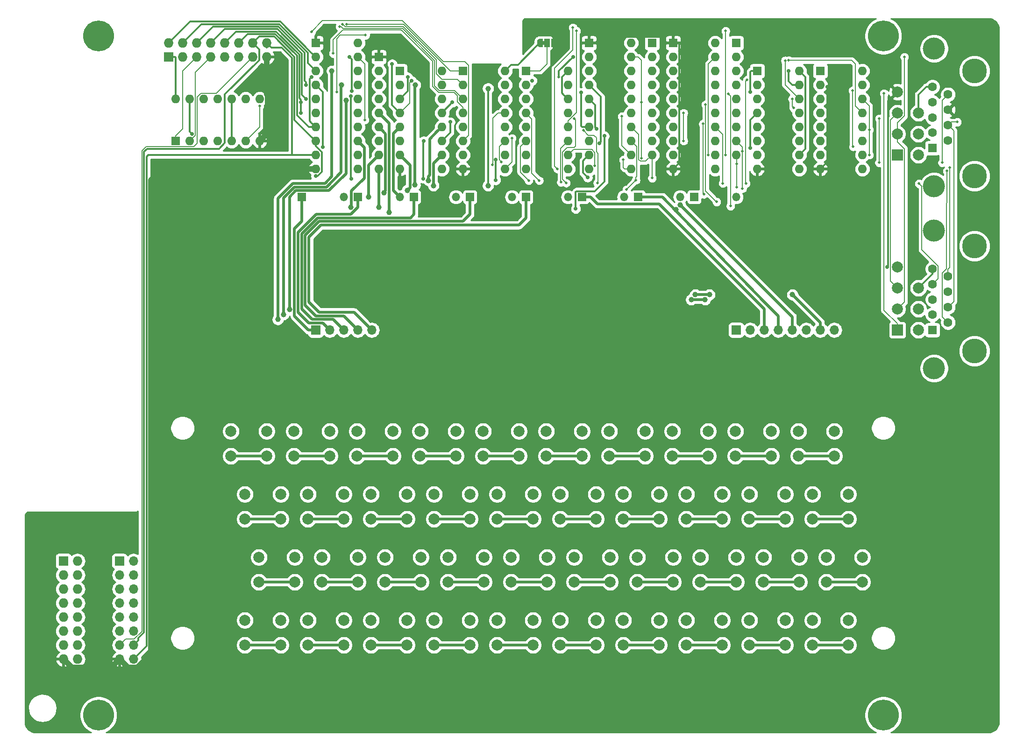
<source format=gtl>
G04 #@! TF.GenerationSoftware,KiCad,Pcbnew,(5.1.2-1)-1*
G04 #@! TF.CreationDate,2023-07-30T18:55:40+02:00*
G04 #@! TF.ProjectId,top5x8kbd,746f7035-7838-46b6-9264-2e6b69636164,rev?*
G04 #@! TF.SameCoordinates,Original*
G04 #@! TF.FileFunction,Copper,L1,Top*
G04 #@! TF.FilePolarity,Positive*
%FSLAX46Y46*%
G04 Gerber Fmt 4.6, Leading zero omitted, Abs format (unit mm)*
G04 Created by KiCad (PCBNEW (5.1.2-1)-1) date 2023-07-30 18:55:40*
%MOMM*%
%LPD*%
G04 APERTURE LIST*
%ADD10C,0.150000*%
%ADD11C,0.500000*%
%ADD12R,1.000000X1.500000*%
%ADD13O,1.600000X1.600000*%
%ADD14R,1.600000X1.600000*%
%ADD15C,2.000000*%
%ADD16R,2.000000X2.000000*%
%ADD17C,4.500000*%
%ADD18C,4.000000*%
%ADD19C,1.600000*%
%ADD20O,1.727200X1.727200*%
%ADD21R,1.727200X1.727200*%
%ADD22O,1.700000X1.700000*%
%ADD23R,1.700000X1.700000*%
%ADD24O,1.500000X1.500000*%
%ADD25R,1.500000X1.500000*%
%ADD26C,5.600000*%
%ADD27C,1.000000*%
%ADD28C,0.700000*%
%ADD29C,0.500000*%
%ADD30C,0.300000*%
%ADD31C,1.000000*%
%ADD32C,0.254000*%
G04 APERTURE END LIST*
D10*
G36*
X107050000Y-17480000D02*
G01*
X107550000Y-17480000D01*
X107550000Y-18080000D01*
X107050000Y-18080000D01*
X107050000Y-17480000D01*
G37*
D11*
X106650000Y-17780000D03*
D10*
G36*
X107200000Y-18530000D02*
G01*
X106650000Y-18530000D01*
X106650000Y-18529398D01*
X106625466Y-18529398D01*
X106576635Y-18524588D01*
X106528510Y-18515016D01*
X106481555Y-18500772D01*
X106436222Y-18481995D01*
X106392949Y-18458864D01*
X106352150Y-18431604D01*
X106314221Y-18400476D01*
X106279524Y-18365779D01*
X106248396Y-18327850D01*
X106221136Y-18287051D01*
X106198005Y-18243778D01*
X106179228Y-18198445D01*
X106164984Y-18151490D01*
X106155412Y-18103365D01*
X106150602Y-18054534D01*
X106150602Y-18030000D01*
X106150000Y-18030000D01*
X106150000Y-17530000D01*
X106150602Y-17530000D01*
X106150602Y-17505466D01*
X106155412Y-17456635D01*
X106164984Y-17408510D01*
X106179228Y-17361555D01*
X106198005Y-17316222D01*
X106221136Y-17272949D01*
X106248396Y-17232150D01*
X106279524Y-17194221D01*
X106314221Y-17159524D01*
X106352150Y-17128396D01*
X106392949Y-17101136D01*
X106436222Y-17078005D01*
X106481555Y-17059228D01*
X106528510Y-17044984D01*
X106576635Y-17035412D01*
X106625466Y-17030602D01*
X106650000Y-17030602D01*
X106650000Y-17030000D01*
X107200000Y-17030000D01*
X107200000Y-18530000D01*
X107200000Y-18530000D01*
G37*
D12*
X107950000Y-17780000D03*
D11*
X109250000Y-17780000D03*
D10*
G36*
X109250000Y-17030602D02*
G01*
X109274534Y-17030602D01*
X109323365Y-17035412D01*
X109371490Y-17044984D01*
X109418445Y-17059228D01*
X109463778Y-17078005D01*
X109507051Y-17101136D01*
X109547850Y-17128396D01*
X109585779Y-17159524D01*
X109620476Y-17194221D01*
X109651604Y-17232150D01*
X109678864Y-17272949D01*
X109701995Y-17316222D01*
X109720772Y-17361555D01*
X109735016Y-17408510D01*
X109744588Y-17456635D01*
X109749398Y-17505466D01*
X109749398Y-17530000D01*
X109750000Y-17530000D01*
X109750000Y-18030000D01*
X109749398Y-18030000D01*
X109749398Y-18054534D01*
X109744588Y-18103365D01*
X109735016Y-18151490D01*
X109720772Y-18198445D01*
X109701995Y-18243778D01*
X109678864Y-18287051D01*
X109651604Y-18327850D01*
X109620476Y-18365779D01*
X109585779Y-18400476D01*
X109547850Y-18431604D01*
X109507051Y-18458864D01*
X109463778Y-18481995D01*
X109418445Y-18500772D01*
X109371490Y-18515016D01*
X109323365Y-18524588D01*
X109274534Y-18529398D01*
X109250000Y-18529398D01*
X109250000Y-18530000D01*
X108700000Y-18530000D01*
X108700000Y-17030000D01*
X109250000Y-17030000D01*
X109250000Y-17030602D01*
X109250000Y-17030602D01*
G37*
D13*
X111760000Y-22860000D03*
X104140000Y-40640000D03*
X111760000Y-25400000D03*
X104140000Y-38100000D03*
X111760000Y-27940000D03*
X104140000Y-35560000D03*
X111760000Y-30480000D03*
X104140000Y-33020000D03*
X111760000Y-33020000D03*
X104140000Y-30480000D03*
X111760000Y-35560000D03*
X104140000Y-27940000D03*
X111760000Y-38100000D03*
X104140000Y-25400000D03*
X111760000Y-40640000D03*
D14*
X104140000Y-22860000D03*
D15*
X171450000Y-34290000D03*
X175260000Y-38100000D03*
X175260000Y-34290000D03*
X171450000Y-30480000D03*
D16*
X171450000Y-38100000D03*
D15*
X175260000Y-30480000D03*
D17*
X185420000Y-22860000D03*
D15*
X171450000Y-26670000D03*
D17*
X185420000Y-41910000D03*
D15*
X171450000Y-66040000D03*
X175260000Y-69850000D03*
X175260000Y-66040000D03*
X171450000Y-62230000D03*
D16*
X171450000Y-69850000D03*
D15*
X175260000Y-62230000D03*
D17*
X185420000Y-54610000D03*
D15*
X171450000Y-58420000D03*
D17*
X185420000Y-73660000D03*
D13*
X142240000Y-38100000D03*
X142240000Y-35560000D03*
X142240000Y-33020000D03*
X142240000Y-30480000D03*
X142240000Y-27940000D03*
X142240000Y-25400000D03*
X142240000Y-22860000D03*
X142240000Y-20320000D03*
D14*
X142240000Y-17780000D03*
D18*
X178100000Y-18790000D03*
X178100000Y-43790000D03*
D19*
X180640000Y-27135000D03*
X180640000Y-29905000D03*
X180640000Y-32675000D03*
X180640000Y-35445000D03*
X177800000Y-25750000D03*
X177800000Y-28520000D03*
X177800000Y-31290000D03*
X177800000Y-34060000D03*
D14*
X177800000Y-36830000D03*
D13*
X165100000Y-22860000D03*
X157480000Y-40640000D03*
X165100000Y-25400000D03*
X157480000Y-38100000D03*
X165100000Y-27940000D03*
X157480000Y-35560000D03*
X165100000Y-30480000D03*
X157480000Y-33020000D03*
X165100000Y-33020000D03*
X157480000Y-30480000D03*
X165100000Y-35560000D03*
X157480000Y-27940000D03*
X165100000Y-38100000D03*
X157480000Y-25400000D03*
X165100000Y-40640000D03*
D14*
X157480000Y-22860000D03*
D13*
X138430000Y-17780000D03*
X130810000Y-40640000D03*
X138430000Y-20320000D03*
X130810000Y-38100000D03*
X138430000Y-22860000D03*
X130810000Y-35560000D03*
X138430000Y-25400000D03*
X130810000Y-33020000D03*
X138430000Y-27940000D03*
X130810000Y-30480000D03*
X138430000Y-30480000D03*
X130810000Y-27940000D03*
X138430000Y-33020000D03*
X130810000Y-25400000D03*
X138430000Y-35560000D03*
X130810000Y-22860000D03*
X138430000Y-38100000D03*
X130810000Y-20320000D03*
X138430000Y-40640000D03*
D14*
X130810000Y-17780000D03*
D13*
X153670000Y-22860000D03*
X146050000Y-40640000D03*
X153670000Y-25400000D03*
X146050000Y-38100000D03*
X153670000Y-27940000D03*
X146050000Y-35560000D03*
X153670000Y-30480000D03*
X146050000Y-33020000D03*
X153670000Y-33020000D03*
X146050000Y-30480000D03*
X153670000Y-35560000D03*
X146050000Y-27940000D03*
X153670000Y-38100000D03*
X146050000Y-25400000D03*
X153670000Y-40640000D03*
D14*
X146050000Y-22860000D03*
D13*
X123190000Y-17780000D03*
X115570000Y-40640000D03*
X123190000Y-20320000D03*
X115570000Y-38100000D03*
X123190000Y-22860000D03*
X115570000Y-35560000D03*
X123190000Y-25400000D03*
X115570000Y-33020000D03*
X123190000Y-27940000D03*
X115570000Y-30480000D03*
X123190000Y-30480000D03*
X115570000Y-27940000D03*
X123190000Y-33020000D03*
X115570000Y-25400000D03*
X123190000Y-35560000D03*
X115570000Y-22860000D03*
X123190000Y-38100000D03*
X115570000Y-20320000D03*
X123190000Y-40640000D03*
D14*
X115570000Y-17780000D03*
D13*
X73660000Y-17780000D03*
X66040000Y-40640000D03*
X73660000Y-20320000D03*
X66040000Y-38100000D03*
X73660000Y-22860000D03*
X66040000Y-35560000D03*
X73660000Y-25400000D03*
X66040000Y-33020000D03*
X73660000Y-27940000D03*
X66040000Y-30480000D03*
X73660000Y-30480000D03*
X66040000Y-27940000D03*
X73660000Y-33020000D03*
X66040000Y-25400000D03*
X73660000Y-35560000D03*
X66040000Y-22860000D03*
X73660000Y-38100000D03*
X66040000Y-20320000D03*
X73660000Y-40640000D03*
D14*
X66040000Y-17780000D03*
D13*
X88900000Y-22860000D03*
X81280000Y-40640000D03*
X88900000Y-25400000D03*
X81280000Y-38100000D03*
X88900000Y-27940000D03*
X81280000Y-35560000D03*
X88900000Y-30480000D03*
X81280000Y-33020000D03*
X88900000Y-33020000D03*
X81280000Y-30480000D03*
X88900000Y-35560000D03*
X81280000Y-27940000D03*
X88900000Y-38100000D03*
X81280000Y-25400000D03*
X88900000Y-40640000D03*
D14*
X81280000Y-22860000D03*
D13*
X40640000Y-27940000D03*
X55880000Y-35560000D03*
X43180000Y-27940000D03*
X53340000Y-35560000D03*
X45720000Y-27940000D03*
X50800000Y-35560000D03*
X48260000Y-27940000D03*
X48260000Y-35560000D03*
X50800000Y-27940000D03*
X45720000Y-35560000D03*
X53340000Y-27940000D03*
X43180000Y-35560000D03*
X55880000Y-27940000D03*
D14*
X40640000Y-35560000D03*
D13*
X100330000Y-22860000D03*
X92710000Y-40640000D03*
X100330000Y-25400000D03*
X92710000Y-38100000D03*
X100330000Y-27940000D03*
X92710000Y-35560000D03*
X100330000Y-30480000D03*
X92710000Y-33020000D03*
X100330000Y-33020000D03*
X92710000Y-30480000D03*
X100330000Y-35560000D03*
X92710000Y-27940000D03*
X100330000Y-38100000D03*
X92710000Y-25400000D03*
X100330000Y-40640000D03*
D14*
X92710000Y-22860000D03*
D13*
X127000000Y-38100000D03*
X127000000Y-35560000D03*
X127000000Y-33020000D03*
X127000000Y-30480000D03*
X127000000Y-27940000D03*
X127000000Y-25400000D03*
X127000000Y-22860000D03*
X127000000Y-20320000D03*
D14*
X127000000Y-17780000D03*
D20*
X57150000Y-17780000D03*
X57150000Y-20320000D03*
X54610000Y-17780000D03*
X54610000Y-20320000D03*
X52070000Y-17780000D03*
X52070000Y-20320000D03*
X49530000Y-17780000D03*
X49530000Y-20320000D03*
X46990000Y-17780000D03*
X46990000Y-20320000D03*
X44450000Y-17780000D03*
X44450000Y-20320000D03*
X41910000Y-17780000D03*
X41910000Y-20320000D03*
X39370000Y-17780000D03*
D21*
X39370000Y-20320000D03*
D22*
X160020000Y-69850000D03*
X157480000Y-69850000D03*
X154940000Y-69850000D03*
X152400000Y-69850000D03*
X149860000Y-69850000D03*
X147320000Y-69850000D03*
X144780000Y-69850000D03*
D23*
X142240000Y-69850000D03*
D22*
X76200000Y-69850000D03*
X73660000Y-69850000D03*
X71120000Y-69850000D03*
X68580000Y-69850000D03*
D23*
X66040000Y-69850000D03*
D24*
X142240000Y-45720000D03*
D25*
X134620000Y-45720000D03*
D24*
X132080000Y-45720000D03*
D25*
X124460000Y-45720000D03*
D24*
X121920000Y-45720000D03*
D25*
X114300000Y-45720000D03*
D13*
X77470000Y-40640000D03*
X77470000Y-38100000D03*
X77470000Y-35560000D03*
X77470000Y-33020000D03*
X77470000Y-30480000D03*
X77470000Y-27940000D03*
X77470000Y-25400000D03*
X77470000Y-22860000D03*
D14*
X77470000Y-20320000D03*
D24*
X111760000Y-45720000D03*
D25*
X104140000Y-45720000D03*
D24*
X101600000Y-45720000D03*
D25*
X93980000Y-45720000D03*
D24*
X91440000Y-45720000D03*
D25*
X83820000Y-45720000D03*
D24*
X81280000Y-45720000D03*
D25*
X73660000Y-45720000D03*
D24*
X71120000Y-45720000D03*
D25*
X63500000Y-45720000D03*
D22*
X33020000Y-129540000D03*
X30480000Y-129540000D03*
X33020000Y-127000000D03*
X30480000Y-127000000D03*
X33020000Y-124460000D03*
X30480000Y-124460000D03*
X33020000Y-121920000D03*
X30480000Y-121920000D03*
X33020000Y-119380000D03*
X30480000Y-119380000D03*
X33020000Y-116840000D03*
X30480000Y-116840000D03*
X33020000Y-114300000D03*
X30480000Y-114300000D03*
X33020000Y-111760000D03*
D23*
X30480000Y-111760000D03*
D18*
X178100000Y-51810000D03*
X178100000Y-76810000D03*
D19*
X180640000Y-60155000D03*
X180640000Y-62925000D03*
X180640000Y-65695000D03*
X180640000Y-68465000D03*
X177800000Y-58770000D03*
X177800000Y-61540000D03*
X177800000Y-64310000D03*
X177800000Y-67080000D03*
D14*
X177800000Y-69850000D03*
D20*
X22860000Y-129540000D03*
X20320000Y-129540000D03*
X22860000Y-127000000D03*
X20320000Y-127000000D03*
X22860000Y-124460000D03*
X20320000Y-124460000D03*
X22860000Y-121920000D03*
X20320000Y-121920000D03*
X22860000Y-119380000D03*
X20320000Y-119380000D03*
X22860000Y-116840000D03*
X20320000Y-116840000D03*
X22860000Y-114300000D03*
X20320000Y-114300000D03*
X22860000Y-111760000D03*
D21*
X20320000Y-111760000D03*
D26*
X168910000Y-139700000D03*
X168910000Y-16510000D03*
X26670000Y-139700000D03*
X26670000Y-16510000D03*
D15*
X156060000Y-127000000D03*
X156060000Y-122500000D03*
X162560000Y-127000000D03*
X162560000Y-122500000D03*
X144630000Y-127000000D03*
X144630000Y-122500000D03*
X151130000Y-127000000D03*
X151130000Y-122500000D03*
X133200000Y-127000000D03*
X133200000Y-122500000D03*
X139700000Y-127000000D03*
X139700000Y-122500000D03*
X121770000Y-127000000D03*
X121770000Y-122500000D03*
X128270000Y-127000000D03*
X128270000Y-122500000D03*
X110340000Y-127000000D03*
X110340000Y-122500000D03*
X116840000Y-127000000D03*
X116840000Y-122500000D03*
X98910000Y-127000000D03*
X98910000Y-122500000D03*
X105410000Y-127000000D03*
X105410000Y-122500000D03*
X87480000Y-127000000D03*
X87480000Y-122500000D03*
X93980000Y-127000000D03*
X93980000Y-122500000D03*
X76050000Y-127000000D03*
X76050000Y-122500000D03*
X82550000Y-127000000D03*
X82550000Y-122500000D03*
X64620000Y-127000000D03*
X64620000Y-122500000D03*
X71120000Y-127000000D03*
X71120000Y-122500000D03*
X53190000Y-127000000D03*
X53190000Y-122500000D03*
X59690000Y-127000000D03*
X59690000Y-122500000D03*
X158600000Y-115570000D03*
X158600000Y-111070000D03*
X165100000Y-115570000D03*
X165100000Y-111070000D03*
X147170000Y-115570000D03*
X147170000Y-111070000D03*
X153670000Y-115570000D03*
X153670000Y-111070000D03*
X135740000Y-115570000D03*
X135740000Y-111070000D03*
X142240000Y-115570000D03*
X142240000Y-111070000D03*
X124310000Y-115570000D03*
X124310000Y-111070000D03*
X130810000Y-115570000D03*
X130810000Y-111070000D03*
X112880000Y-115570000D03*
X112880000Y-111070000D03*
X119380000Y-115570000D03*
X119380000Y-111070000D03*
X101450000Y-115570000D03*
X101450000Y-111070000D03*
X107950000Y-115570000D03*
X107950000Y-111070000D03*
X90020000Y-115570000D03*
X90020000Y-111070000D03*
X96520000Y-115570000D03*
X96520000Y-111070000D03*
X78590000Y-115570000D03*
X78590000Y-111070000D03*
X85090000Y-115570000D03*
X85090000Y-111070000D03*
X67160000Y-115570000D03*
X67160000Y-111070000D03*
X73660000Y-115570000D03*
X73660000Y-111070000D03*
X55730000Y-115570000D03*
X55730000Y-111070000D03*
X62230000Y-115570000D03*
X62230000Y-111070000D03*
X156060000Y-104140000D03*
X156060000Y-99640000D03*
X162560000Y-104140000D03*
X162560000Y-99640000D03*
X144630000Y-104140000D03*
X144630000Y-99640000D03*
X151130000Y-104140000D03*
X151130000Y-99640000D03*
X133200000Y-104140000D03*
X133200000Y-99640000D03*
X139700000Y-104140000D03*
X139700000Y-99640000D03*
X121770000Y-104140000D03*
X121770000Y-99640000D03*
X128270000Y-104140000D03*
X128270000Y-99640000D03*
X110340000Y-104140000D03*
X110340000Y-99640000D03*
X116840000Y-104140000D03*
X116840000Y-99640000D03*
X98910000Y-104140000D03*
X98910000Y-99640000D03*
X105410000Y-104140000D03*
X105410000Y-99640000D03*
X87480000Y-104140000D03*
X87480000Y-99640000D03*
X93980000Y-104140000D03*
X93980000Y-99640000D03*
X76050000Y-104140000D03*
X76050000Y-99640000D03*
X82550000Y-104140000D03*
X82550000Y-99640000D03*
X64620000Y-104140000D03*
X64620000Y-99640000D03*
X71120000Y-104140000D03*
X71120000Y-99640000D03*
X53190000Y-104140000D03*
X53190000Y-99640000D03*
X59690000Y-104140000D03*
X59690000Y-99640000D03*
X153520000Y-92710000D03*
X153520000Y-88210000D03*
X160020000Y-92710000D03*
X160020000Y-88210000D03*
X142090000Y-92710000D03*
X142090000Y-88210000D03*
X148590000Y-92710000D03*
X148590000Y-88210000D03*
X130660000Y-92710000D03*
X130660000Y-88210000D03*
X137160000Y-92710000D03*
X137160000Y-88210000D03*
X119230000Y-92710000D03*
X119230000Y-88210000D03*
X125730000Y-92710000D03*
X125730000Y-88210000D03*
X107800000Y-92710000D03*
X107800000Y-88210000D03*
X114300000Y-92710000D03*
X114300000Y-88210000D03*
X96370000Y-92710000D03*
X96370000Y-88210000D03*
X102870000Y-92710000D03*
X102870000Y-88210000D03*
X84940000Y-92710000D03*
X84940000Y-88210000D03*
X91440000Y-92710000D03*
X91440000Y-88210000D03*
X73510000Y-92710000D03*
X73510000Y-88210000D03*
X80010000Y-92710000D03*
X80010000Y-88210000D03*
X62080000Y-92710000D03*
X62080000Y-88210000D03*
X68580000Y-92710000D03*
X68580000Y-88210000D03*
X50650000Y-92710000D03*
X50650000Y-88210000D03*
X57150000Y-92710000D03*
X57150000Y-88210000D03*
D27*
X68961000Y-22860000D03*
X59182000Y-67945000D03*
X79375000Y-48514000D03*
X131318000Y-48020002D03*
X70739000Y-25400000D03*
X60198000Y-67056000D03*
X78370000Y-44989978D03*
X132080000Y-47120002D03*
X71538451Y-28232000D03*
X61284970Y-66167000D03*
X152419002Y-63444998D03*
X137395274Y-63444998D03*
X134817970Y-63444998D03*
X75603000Y-45720000D03*
X72425324Y-47570001D03*
X136617970Y-64344998D03*
X77470000Y-47570001D03*
X134078771Y-64344998D03*
D28*
X115316000Y-42190011D03*
X98679000Y-42672000D03*
X98679000Y-38989000D03*
X169605000Y-58420000D03*
X158750000Y-25781000D03*
X111506000Y-17780000D03*
X144780000Y-36830000D03*
X118374999Y-34659990D03*
X113157000Y-47870002D03*
X66040000Y-41940003D03*
X114173000Y-26797000D03*
X65278000Y-24003000D03*
X90805000Y-28575000D03*
X63373000Y-28575000D03*
X63373000Y-30480000D03*
X116967000Y-33401000D03*
X90424000Y-32131000D03*
X72517000Y-42390001D03*
X85532112Y-42390001D03*
X85598000Y-35560000D03*
X64262000Y-27940000D03*
X72359997Y-27432000D03*
X117475000Y-36010010D03*
X67310000Y-36703000D03*
X144780000Y-26670000D03*
X64262000Y-25400000D03*
X105283000Y-24638000D03*
X79883000Y-21590000D03*
X83433814Y-24631777D03*
X151765000Y-22860000D03*
X82719999Y-23960001D03*
D11*
X110109000Y-23960001D03*
D28*
X72559999Y-26500001D03*
X72136000Y-20320000D03*
X112671998Y-20320000D03*
X43630001Y-34290000D03*
D11*
X69215000Y-19685000D03*
X71626603Y-14372399D03*
X65274817Y-15744817D03*
X70393296Y-14847399D03*
X70866000Y-14372399D03*
X55880000Y-29210000D03*
X99695000Y-39370000D03*
X109855000Y-40640000D03*
X112649000Y-14986000D03*
X182290001Y-32131000D03*
X74930000Y-31750000D03*
D27*
X84010378Y-43561000D03*
X84074000Y-25400000D03*
X82610379Y-44510379D03*
X87376000Y-43669999D03*
X86476000Y-42720269D03*
X97282000Y-43669999D03*
X97282000Y-26039999D03*
D11*
X125095000Y-28575000D03*
X125095000Y-38735000D03*
X151765000Y-20955000D03*
X137160000Y-38100000D03*
X98044000Y-39878000D03*
X172720000Y-20320000D03*
X75057000Y-16383000D03*
X69850000Y-26670000D03*
X127000000Y-42291000D03*
X180975000Y-40386000D03*
X106553000Y-42740011D03*
X180467000Y-41021000D03*
X104632997Y-42740011D03*
X122349380Y-44371380D03*
X124079000Y-42672000D03*
X144230000Y-24510001D03*
X144018000Y-43241001D03*
X175387000Y-43307000D03*
X136685000Y-28956000D03*
X138684000Y-46609000D03*
X140843000Y-27050001D03*
X141211407Y-47371000D03*
X136379624Y-45219999D03*
X136210000Y-32469999D03*
X179578408Y-39497408D03*
X142367000Y-39750001D03*
X142367000Y-43942000D03*
X112903000Y-31519999D03*
X111393989Y-43194989D03*
X114525053Y-33609989D03*
X117079011Y-43194989D03*
X139827000Y-43241001D03*
X143383000Y-37465000D03*
X143383000Y-44196000D03*
X110490000Y-43053000D03*
X152400000Y-27940000D03*
X152654000Y-29590001D03*
X163355000Y-26416000D03*
X163449000Y-36599999D03*
X168157001Y-31505001D03*
X168148000Y-39497000D03*
X151104122Y-20965875D03*
X169037000Y-26924000D03*
X166370000Y-33528000D03*
X166370000Y-38100000D03*
X132715000Y-30480000D03*
X132715000Y-35560000D03*
X101600000Y-35052000D03*
X121539000Y-31115000D03*
X121793000Y-38989000D03*
X113284000Y-15621000D03*
X140335000Y-15621000D03*
X140335000Y-38100000D03*
X116636536Y-40089999D03*
D29*
X62184970Y-67344970D02*
X64690000Y-69850000D01*
X62184970Y-51480030D02*
X62184970Y-67344970D01*
X63500000Y-50165000D02*
X62184970Y-51480030D01*
X64690000Y-69850000D02*
X66040000Y-69850000D01*
X63500000Y-45720000D02*
X63500000Y-50165000D01*
X68961000Y-42033198D02*
X68961000Y-22860000D01*
X67724219Y-43269979D02*
X68961000Y-42033198D01*
X61891515Y-43269979D02*
X67724219Y-43269979D01*
X59182000Y-45979494D02*
X61891515Y-43269979D01*
X59182000Y-67945000D02*
X59182000Y-45979494D01*
X50650000Y-92710000D02*
X57150000Y-92710000D01*
X63494213Y-92710000D02*
X68580000Y-92710000D01*
X62080000Y-92710000D02*
X63494213Y-92710000D01*
X74924213Y-92710000D02*
X80010000Y-92710000D01*
X73510000Y-92710000D02*
X74924213Y-92710000D01*
X84940000Y-92710000D02*
X91440000Y-92710000D01*
X97784213Y-92710000D02*
X102870000Y-92710000D01*
X96370000Y-92710000D02*
X97784213Y-92710000D01*
X67310000Y-68580000D02*
X68580000Y-69850000D01*
X64770000Y-68580000D02*
X67310000Y-68580000D01*
X62834980Y-66644980D02*
X64770000Y-68580000D01*
X73660000Y-47625000D02*
X72420020Y-48864980D01*
X62834980Y-52166516D02*
X62834980Y-66644980D01*
X72420020Y-48864980D02*
X66136516Y-48864980D01*
X66136516Y-48864980D02*
X62834980Y-52166516D01*
X73660000Y-45720000D02*
X73660000Y-47625000D01*
X63484990Y-66024990D02*
X65389990Y-67929990D01*
X66405758Y-49514990D02*
X63484990Y-52435758D01*
X63484990Y-52435758D02*
X63484990Y-66024990D01*
X65389990Y-67929990D02*
X69199990Y-67929990D01*
X83820000Y-48895000D02*
X83200010Y-49514990D01*
X69199990Y-67929990D02*
X71120000Y-69850000D01*
X83200010Y-49514990D02*
X66405758Y-49514990D01*
X83820000Y-45720000D02*
X83820000Y-48895000D01*
X66009980Y-67279980D02*
X71089980Y-67279980D01*
X64135000Y-65405000D02*
X66009980Y-67279980D01*
X66675000Y-50165000D02*
X64135000Y-52705000D01*
X64135000Y-52705000D02*
X64135000Y-65405000D01*
X93980000Y-48895000D02*
X92710000Y-50165000D01*
X71089980Y-67279980D02*
X73660000Y-69850000D01*
X92710000Y-50165000D02*
X66675000Y-50165000D01*
X93980000Y-45720000D02*
X93980000Y-48895000D01*
X64785010Y-64785010D02*
X66629970Y-66629970D01*
X64785010Y-52974242D02*
X64785010Y-64785010D01*
X66944242Y-50815010D02*
X64785010Y-52974242D01*
X102870000Y-50815010D02*
X66944242Y-50815010D01*
X104140000Y-49530000D02*
X102870000Y-50815010D01*
X72979970Y-66629970D02*
X76200000Y-69850000D01*
X66629970Y-66629970D02*
X72979970Y-66629970D01*
X104140000Y-45720000D02*
X104140000Y-49530000D01*
X79350796Y-48489796D02*
X79375000Y-48514000D01*
X79350796Y-32360796D02*
X79350796Y-48489796D01*
X77470000Y-30480000D02*
X79350796Y-32360796D01*
X147320000Y-64770000D02*
X149860000Y-67310000D01*
X149860000Y-67310000D02*
X149860000Y-69850000D01*
X128905000Y-45720000D02*
X147320000Y-64770000D01*
X124460000Y-45720000D02*
X128905000Y-45720000D01*
X109214213Y-92710000D02*
X114300000Y-92710000D01*
X107800000Y-92710000D02*
X109214213Y-92710000D01*
X119230000Y-92710000D02*
X125730000Y-92710000D01*
X130660000Y-92710000D02*
X137160000Y-92710000D01*
X153520000Y-92710000D02*
X160020000Y-92710000D01*
X147175787Y-92710000D02*
X142090000Y-92710000D01*
X148590000Y-92710000D02*
X147175787Y-92710000D01*
X70638450Y-25500550D02*
X70739000Y-25400000D01*
X70638450Y-41275000D02*
X70638450Y-25500550D01*
X67993461Y-43919989D02*
X70638450Y-41275000D01*
X62160757Y-43919989D02*
X67993461Y-43919989D01*
X60198000Y-45882746D02*
X62160757Y-43919989D01*
X60198000Y-67056000D02*
X60198000Y-45882746D01*
X53190000Y-104140000D02*
X59690000Y-104140000D01*
X66034213Y-104140000D02*
X71120000Y-104140000D01*
X64620000Y-104140000D02*
X66034213Y-104140000D01*
X76050000Y-104140000D02*
X82550000Y-104140000D01*
X88894213Y-104140000D02*
X93980000Y-104140000D01*
X87480000Y-104140000D02*
X88894213Y-104140000D01*
X98910000Y-104140000D02*
X105410000Y-104140000D01*
X78269999Y-33819999D02*
X77470000Y-33020000D01*
X78700786Y-34250786D02*
X78269999Y-33819999D01*
X78700786Y-40600786D02*
X78700786Y-34250786D01*
X78700786Y-44659192D02*
X78370000Y-44989978D01*
X78700786Y-40600786D02*
X78700786Y-44659192D01*
X152400000Y-67440002D02*
X152400000Y-69850000D01*
X132080000Y-47120002D02*
X152400000Y-67440002D01*
X111754213Y-104140000D02*
X116840000Y-104140000D01*
X110340000Y-104140000D02*
X111754213Y-104140000D01*
X121770000Y-104140000D02*
X128270000Y-104140000D01*
X133200000Y-104140000D02*
X139700000Y-104140000D01*
X144630000Y-104140000D02*
X151130000Y-104140000D01*
X156060000Y-104140000D02*
X162560000Y-104140000D01*
X71538451Y-41458551D02*
X71538451Y-28232000D01*
X68427003Y-44569999D02*
X71538451Y-41458551D01*
X62429999Y-44569999D02*
X68427003Y-44569999D01*
X61284970Y-45715028D02*
X62429999Y-44569999D01*
X61284970Y-66167000D02*
X61284970Y-45715028D01*
X147320000Y-66040000D02*
X147320000Y-69850000D01*
X128270000Y-46990000D02*
X147320000Y-66040000D01*
X117094000Y-46990000D02*
X128270000Y-46990000D01*
X115824000Y-45720000D02*
X117094000Y-46990000D01*
X114300000Y-45720000D02*
X115824000Y-45720000D01*
X57144213Y-115570000D02*
X62230000Y-115570000D01*
X55730000Y-115570000D02*
X57144213Y-115570000D01*
X67160000Y-115570000D02*
X73660000Y-115570000D01*
X78590000Y-115570000D02*
X85090000Y-115570000D01*
X91434213Y-115570000D02*
X96520000Y-115570000D01*
X90020000Y-115570000D02*
X91434213Y-115570000D01*
X101450000Y-115570000D02*
X107950000Y-115570000D01*
X157480000Y-68505996D02*
X152419002Y-63444998D01*
X157480000Y-69850000D02*
X157480000Y-68505996D01*
X137395274Y-63444998D02*
X134817970Y-63444998D01*
X75603000Y-39967000D02*
X77470000Y-38100000D01*
X75603000Y-45720000D02*
X75603000Y-39967000D01*
X112880000Y-115570000D02*
X119380000Y-115570000D01*
X124310000Y-115570000D02*
X130810000Y-115570000D01*
X137154213Y-115570000D02*
X142240000Y-115570000D01*
X135740000Y-115570000D02*
X137154213Y-115570000D01*
X158600000Y-115570000D02*
X165100000Y-115570000D01*
X148584213Y-115570000D02*
X153670000Y-115570000D01*
X147170000Y-115570000D02*
X148584213Y-115570000D01*
X74860001Y-42299997D02*
X72509999Y-44649999D01*
X74860001Y-36760001D02*
X74860001Y-42299997D01*
X73660000Y-35560000D02*
X74860001Y-36760001D01*
X72509999Y-47485326D02*
X72425324Y-47570001D01*
X72509999Y-44649999D02*
X72509999Y-47485326D01*
X54604213Y-127000000D02*
X59690000Y-127000000D01*
X53190000Y-127000000D02*
X54604213Y-127000000D01*
X66034213Y-127000000D02*
X71120000Y-127000000D01*
X64620000Y-127000000D02*
X66034213Y-127000000D01*
X76050000Y-127000000D02*
X82550000Y-127000000D01*
X88894213Y-127000000D02*
X93980000Y-127000000D01*
X87480000Y-127000000D02*
X88894213Y-127000000D01*
X100324213Y-127000000D02*
X105410000Y-127000000D01*
X98910000Y-127000000D02*
X100324213Y-127000000D01*
X77470000Y-47570001D02*
X77470000Y-40640000D01*
X136617970Y-64344998D02*
X134078771Y-64344998D01*
X110340000Y-127000000D02*
X116840000Y-127000000D01*
X121770000Y-127000000D02*
X128270000Y-127000000D01*
X139700000Y-127000000D02*
X133200000Y-127000000D01*
X144630000Y-127000000D02*
X151130000Y-127000000D01*
X156060000Y-127000000D02*
X162560000Y-127000000D01*
D30*
X57150000Y-17780000D02*
X57150000Y-18597870D01*
X60325000Y-38100000D02*
X60325000Y-38100000D01*
X114770001Y-38899999D02*
X115570000Y-38100000D01*
X114469999Y-39200001D02*
X114770001Y-38899999D01*
X114469999Y-41344010D02*
X114469999Y-39200001D01*
X115316000Y-42190011D02*
X114469999Y-41344010D01*
X98679000Y-38989000D02*
X98679000Y-42672000D01*
X35365030Y-38421970D02*
X35365030Y-127194970D01*
X35687000Y-38100000D02*
X35365030Y-38421970D01*
X35365030Y-127194970D02*
X33020000Y-129540000D01*
X60325000Y-38100000D02*
X35687000Y-38100000D01*
X58013599Y-18643599D02*
X59908729Y-18643599D01*
X57150000Y-17780000D02*
X58013599Y-18643599D01*
X59908729Y-18643599D02*
X61742949Y-20477819D01*
X61742949Y-38079051D02*
X61722000Y-38100000D01*
X61722000Y-38100000D02*
X66040000Y-38100000D01*
X61742949Y-20477819D02*
X61742949Y-38079051D01*
X60325000Y-38100000D02*
X61722000Y-38100000D01*
D31*
X29630001Y-130389999D02*
X30480000Y-129540000D01*
X28966399Y-131053601D02*
X29630001Y-130389999D01*
X21833601Y-131053601D02*
X28966399Y-131053601D01*
X20320000Y-129540000D02*
X21833601Y-131053601D01*
D30*
X129710000Y-17780000D02*
X130810000Y-17780000D01*
X128609999Y-16679999D02*
X129710000Y-17780000D01*
X117770001Y-16679999D02*
X128609999Y-16679999D01*
X116670000Y-17780000D02*
X117770001Y-16679999D01*
X115570000Y-17780000D02*
X116670000Y-17780000D01*
X171450000Y-26670000D02*
X169799000Y-28321000D01*
X169799000Y-58226000D02*
X169605000Y-58420000D01*
X169799000Y-28321000D02*
X169799000Y-58226000D01*
X158750000Y-39370000D02*
X157480000Y-40640000D01*
X158750000Y-25781000D02*
X158750000Y-39370000D01*
D31*
X56679999Y-34760001D02*
X55880000Y-35560000D01*
X57330001Y-34109999D02*
X56679999Y-34760001D01*
X57330001Y-27243999D02*
X57330001Y-34109999D01*
X57150000Y-27063998D02*
X57330001Y-27243999D01*
X57150000Y-20320000D02*
X57150000Y-27063998D01*
X36165040Y-42701960D02*
X38227000Y-40640000D01*
X30480000Y-129540000D02*
X31980001Y-131040001D01*
X36165040Y-128614962D02*
X36165040Y-42701960D01*
X33740001Y-131040001D02*
X36165040Y-128614962D01*
X38227000Y-40640000D02*
X66040000Y-40640000D01*
X31980001Y-131040001D02*
X33740001Y-131040001D01*
D30*
X131910000Y-17780000D02*
X130810000Y-17780000D01*
X131910001Y-39539999D02*
X131910000Y-17780000D01*
X130810000Y-40640000D02*
X131910001Y-39539999D01*
X109250000Y-17780000D02*
X111506000Y-17780000D01*
X144780000Y-31750000D02*
X146050000Y-30480000D01*
X144780000Y-36830000D02*
X144780000Y-31750000D01*
X33869999Y-126150001D02*
X33869999Y-125731347D01*
X55773601Y-18943601D02*
X55473599Y-18643599D01*
X49530000Y-35918002D02*
X49530000Y-27122130D01*
X48487991Y-36960011D02*
X49530000Y-35918002D01*
X35452333Y-36960011D02*
X48487991Y-36960011D01*
X34915020Y-124686326D02*
X34915020Y-37497324D01*
X49530000Y-27122130D02*
X55773601Y-20878529D01*
X55773601Y-20878529D02*
X55773601Y-18943601D01*
X34915020Y-37497324D02*
X35452333Y-36960011D01*
X33869999Y-125731347D02*
X34915020Y-124686326D01*
X55473599Y-18643599D02*
X54610000Y-17780000D01*
X33020000Y-127000000D02*
X33869999Y-126150001D01*
X65240001Y-34760001D02*
X66040000Y-35560000D01*
X62192959Y-31712959D02*
X65240001Y-34760001D01*
X58517939Y-16616399D02*
X62192959Y-20291419D01*
X62192959Y-20291419D02*
X62192959Y-31712959D01*
X55773601Y-16616399D02*
X58517939Y-16616399D01*
X54610000Y-17780000D02*
X55773601Y-16616399D01*
X116605008Y-44669999D02*
X118374999Y-42900008D01*
X113309999Y-44669999D02*
X116605008Y-44669999D01*
X113157000Y-44822998D02*
X113309999Y-44669999D01*
X113157000Y-47870002D02*
X113157000Y-44822998D01*
X118374999Y-42900008D02*
X118374999Y-34659990D01*
X66040000Y-36471998D02*
X66040000Y-35560000D01*
X67183000Y-37614998D02*
X66040000Y-36471998D01*
X67183000Y-40640000D02*
X67183000Y-37614998D01*
X66367999Y-41940003D02*
X66040000Y-41940003D01*
X67183000Y-41125002D02*
X66367999Y-41940003D01*
X67183000Y-40640000D02*
X67183000Y-41125002D01*
X114300000Y-33020000D02*
X115570000Y-33020000D01*
X114173000Y-32893000D02*
X114300000Y-33020000D01*
X114173000Y-26797000D02*
X114173000Y-32893000D01*
X65240001Y-32220001D02*
X66040000Y-33020000D01*
X64939999Y-31919999D02*
X65240001Y-32220001D01*
X64939999Y-24341001D02*
X64939999Y-31919999D01*
X65278000Y-24003000D02*
X64939999Y-24341001D01*
X64770000Y-33020000D02*
X66040000Y-33020000D01*
X53683611Y-16166389D02*
X58704339Y-16166389D01*
X62642969Y-30892969D02*
X64420001Y-32670001D01*
X64420001Y-32670001D02*
X64770000Y-33020000D01*
X62642969Y-20105019D02*
X62642969Y-30892969D01*
X58704339Y-16166389D02*
X62642969Y-20105019D01*
X52070000Y-17780000D02*
X53683611Y-16166389D01*
X90805000Y-28575000D02*
X88900000Y-30480000D01*
X63373000Y-28080026D02*
X63373000Y-28575000D01*
X58890740Y-15716380D02*
X63092979Y-19918619D01*
X51593621Y-15716379D02*
X58890740Y-15716380D01*
X63092979Y-27800005D02*
X63373000Y-28080026D01*
X63092979Y-19918619D02*
X63092979Y-27800005D01*
X49530000Y-17780000D02*
X51593621Y-15716379D01*
X63373000Y-28575000D02*
X63373000Y-30480000D01*
X116670001Y-33104001D02*
X116967000Y-33401000D01*
X116670001Y-29040001D02*
X116670001Y-33104001D01*
X115570000Y-27940000D02*
X116670001Y-29040001D01*
X116967000Y-33401000D02*
X116967000Y-33401000D01*
X90424000Y-34036000D02*
X90424000Y-32131000D01*
X88900000Y-35560000D02*
X90424000Y-34036000D01*
X85532112Y-35625888D02*
X85598000Y-35560000D01*
X85532112Y-42390001D02*
X85532112Y-35625888D01*
X63912001Y-27590001D02*
X64262000Y-27940000D01*
X63542989Y-19732219D02*
X63542989Y-27220989D01*
X49503629Y-15266371D02*
X59077141Y-15266371D01*
X63542989Y-27220989D02*
X63912001Y-27590001D01*
X59077141Y-15266371D02*
X63542989Y-19732219D01*
X46990000Y-17780000D02*
X49503629Y-15266371D01*
X72359997Y-42232998D02*
X72517000Y-42390001D01*
X72359997Y-27432000D02*
X72359997Y-42232998D01*
X117724999Y-35760011D02*
X117724999Y-30992001D01*
X117475000Y-36010010D02*
X117724999Y-35760011D01*
X117724999Y-30992001D02*
X117729000Y-30988000D01*
X117729000Y-27559000D02*
X115570000Y-25400000D01*
X117729000Y-30988000D02*
X117729000Y-27559000D01*
X67310000Y-26670000D02*
X66040000Y-25400000D01*
X67310000Y-36703000D02*
X67310000Y-26670000D01*
X144950000Y-22860000D02*
X146050000Y-22860000D01*
X144780000Y-23030000D02*
X144950000Y-22860000D01*
X144780000Y-26670000D02*
X144780000Y-23030000D01*
X64262000Y-24905026D02*
X64262000Y-25400000D01*
X63992999Y-24636025D02*
X64262000Y-24905026D01*
X63992999Y-19545819D02*
X63992999Y-24636025D01*
X59263542Y-14816362D02*
X63992999Y-19545819D01*
X47413639Y-14816361D02*
X59263542Y-14816362D01*
X44450000Y-17780000D02*
X47413639Y-14816361D01*
X79883000Y-29083000D02*
X81280000Y-30480000D01*
X79883000Y-21590000D02*
X79883000Y-29083000D01*
X64643000Y-21463000D02*
X66040000Y-22860000D01*
X64643000Y-19559410D02*
X64643000Y-21463000D01*
X59449943Y-14366353D02*
X64643000Y-19559410D01*
X45323648Y-14366352D02*
X59449943Y-14366353D01*
X41910000Y-17780000D02*
X45323648Y-14366352D01*
D10*
X83095009Y-24970582D02*
X83433814Y-24631777D01*
X83095009Y-28664991D02*
X83095009Y-24970582D01*
X81280000Y-30480000D02*
X83095009Y-28664991D01*
D30*
X65240001Y-19520001D02*
X66040000Y-20320000D01*
X43233657Y-13916343D02*
X59636343Y-13916343D01*
X59636343Y-13916343D02*
X65240001Y-19520001D01*
X39370000Y-17780000D02*
X43233657Y-13916343D01*
X152400000Y-25400000D02*
X153670000Y-25400000D01*
X151765000Y-24765000D02*
X152400000Y-25400000D01*
X151765000Y-22860000D02*
X151765000Y-24765000D01*
X82719999Y-26500001D02*
X81280000Y-27940000D01*
X82719999Y-23960001D02*
X82719999Y-26500001D01*
X110109000Y-23606448D02*
X110109000Y-23960001D01*
X110109000Y-22882998D02*
X110109000Y-23606448D01*
X112671998Y-20320000D02*
X112671998Y-20320000D01*
X72559999Y-26500001D02*
X72559999Y-20743999D01*
X72559999Y-20743999D02*
X72136000Y-20320000D01*
X72136000Y-20320000D02*
X72136000Y-20320000D01*
X112671998Y-20320000D02*
X110109000Y-22882998D01*
X50800000Y-35560000D02*
X50800000Y-27940000D01*
X40533600Y-20320000D02*
X39370000Y-20320000D01*
X40640000Y-20426400D02*
X40533600Y-20320000D01*
X40640000Y-27940000D02*
X40640000Y-20426400D01*
X106125226Y-18304774D02*
X106650000Y-17780000D01*
X102670001Y-21759999D02*
X106125226Y-18304774D01*
X101430001Y-21759999D02*
X102670001Y-21759999D01*
X100330000Y-22860000D02*
X101430001Y-21759999D01*
X175260000Y-29065787D02*
X175260000Y-30480000D01*
X175260000Y-27158630D02*
X175260000Y-29065787D01*
X176668630Y-25750000D02*
X175260000Y-27158630D01*
X177800000Y-25750000D02*
X176668630Y-25750000D01*
X177800000Y-59690000D02*
X177800000Y-58770000D01*
X175260000Y-62230000D02*
X177800000Y-59690000D01*
X110960001Y-27140001D02*
X111760000Y-27940000D01*
X110659999Y-26839999D02*
X110960001Y-27140001D01*
X110659999Y-23960001D02*
X110659999Y-26839999D01*
X111760000Y-22860000D02*
X110659999Y-23960001D01*
X154469999Y-23659999D02*
X153670000Y-22860000D01*
X154770001Y-23960001D02*
X154469999Y-23659999D01*
X154770001Y-36999999D02*
X154770001Y-23960001D01*
X153670000Y-38100000D02*
X154770001Y-36999999D01*
X43180000Y-33839999D02*
X43630001Y-34290000D01*
X43180000Y-27940000D02*
X43180000Y-33839999D01*
D10*
X44505011Y-36012989D02*
X44450000Y-36068000D01*
X44505011Y-27637987D02*
X44505011Y-36012989D01*
X45227999Y-26914999D02*
X44505011Y-27637987D01*
X48015001Y-26914999D02*
X45227999Y-26914999D01*
X54610000Y-20320000D02*
X48015001Y-26914999D01*
X31329999Y-126150001D02*
X30480000Y-127000000D01*
X31555001Y-125924999D02*
X31329999Y-126150001D01*
X33146003Y-125924999D02*
X31555001Y-125924999D01*
X43932999Y-36585001D02*
X35296999Y-36585001D01*
X34540010Y-124530992D02*
X33146003Y-125924999D01*
X34540010Y-37341990D02*
X34540010Y-124530992D01*
X35296999Y-36585001D02*
X34540010Y-37341990D01*
X44505011Y-36012989D02*
X43932999Y-36585001D01*
X81487420Y-15447420D02*
X74375420Y-15447420D01*
X81534000Y-15494000D02*
X81487420Y-15447420D01*
X81661000Y-15494000D02*
X81534000Y-15494000D01*
X87249000Y-21082000D02*
X81661000Y-15494000D01*
X87249000Y-25690280D02*
X87249000Y-21082000D01*
X88283730Y-26725010D02*
X87249000Y-25690280D01*
X91070733Y-26725011D02*
X88283730Y-26725010D01*
X91684999Y-27339277D02*
X91070733Y-26725011D01*
X91684999Y-28432001D02*
X91684999Y-27339277D01*
X92710000Y-29457002D02*
X91684999Y-28432001D01*
X92710000Y-30480000D02*
X92710000Y-29457002D01*
X70996302Y-15447420D02*
X69215000Y-17228722D01*
X74375420Y-15447420D02*
X70996302Y-15447420D01*
X69215000Y-17228722D02*
X69215000Y-19177000D01*
X69215000Y-19177000D02*
X69215000Y-19685000D01*
X90417002Y-22860000D02*
X81929401Y-14372399D01*
X81929401Y-14372399D02*
X71626603Y-14372399D01*
X92710000Y-22860000D02*
X90417002Y-22860000D01*
X81697280Y-13716000D02*
X67204399Y-13716000D01*
X89186290Y-21205010D02*
X81697280Y-13716000D01*
X93060012Y-21205010D02*
X89186290Y-21205010D01*
X93735001Y-21879999D02*
X93060012Y-21205010D01*
X93735001Y-34534999D02*
X93735001Y-21879999D01*
X92710000Y-35560000D02*
X93735001Y-34534999D01*
X65151000Y-15875000D02*
X65151000Y-15868634D01*
X65151000Y-15868634D02*
X65274817Y-15744817D01*
X67204399Y-13716000D02*
X65274817Y-15744817D01*
X43979999Y-34760001D02*
X43180000Y-35560000D01*
X44205001Y-34534999D02*
X43979999Y-34760001D01*
X44205001Y-23104999D02*
X44205001Y-34534999D01*
X46990000Y-20320000D02*
X44205001Y-23104999D01*
X87574989Y-25591991D02*
X87574989Y-20961269D01*
X88407999Y-26425001D02*
X87574989Y-25591991D01*
X91195001Y-26425001D02*
X88407999Y-26425001D01*
X92710000Y-27940000D02*
X91195001Y-26425001D01*
X87574989Y-20961269D02*
X82011360Y-15397640D01*
X82011360Y-15397640D02*
X81761130Y-15147410D01*
X70637998Y-14847399D02*
X70393296Y-14847399D01*
X70938009Y-15147410D02*
X70637998Y-14847399D01*
X81761130Y-15147410D02*
X70938009Y-15147410D01*
X44450000Y-20320000D02*
X41910000Y-22860000D01*
X40640000Y-34610000D02*
X40640000Y-35560000D01*
X41910000Y-33340000D02*
X40640000Y-34610000D01*
X41910000Y-22860000D02*
X41910000Y-33340000D01*
X92710000Y-25400000D02*
X91684999Y-24374999D01*
X87874999Y-23352001D02*
X87874999Y-20837001D01*
X88897997Y-24374999D02*
X87874999Y-23352001D01*
X91684999Y-24374999D02*
X88897997Y-24374999D01*
X71341001Y-14847400D02*
X70866000Y-14372399D01*
X81885398Y-14847400D02*
X71341001Y-14847400D01*
X87874999Y-20837001D02*
X81885398Y-14847400D01*
X53340000Y-35560000D02*
X55880000Y-33020000D01*
X55880000Y-33020000D02*
X55880000Y-29210000D01*
X55880000Y-29210000D02*
X55880000Y-29210000D01*
X99304999Y-36585001D02*
X99304999Y-38979999D01*
X100330000Y-35560000D02*
X99304999Y-36585001D01*
X99304999Y-38979999D02*
X99695000Y-39370000D01*
X99695000Y-39370000D02*
X99695000Y-39370000D01*
X181665001Y-64669999D02*
X181665001Y-33700001D01*
X181665001Y-33700001D02*
X180640000Y-32675000D01*
X180640000Y-65695000D02*
X181665001Y-64669999D01*
X109347000Y-40132000D02*
X109347000Y-22352000D01*
X109855000Y-40640000D02*
X109347000Y-40132000D01*
X112649000Y-19050000D02*
X112649000Y-14986000D01*
X109347000Y-22352000D02*
X112649000Y-19050000D01*
X181184000Y-32131000D02*
X180640000Y-32675000D01*
X182290001Y-32131000D02*
X181184000Y-32131000D01*
X74930000Y-21590000D02*
X73660000Y-20320000D01*
X74930000Y-31750000D02*
X74930000Y-21590000D01*
D29*
X84010378Y-25463622D02*
X84074000Y-25400000D01*
X84010378Y-43561000D02*
X84010378Y-25463622D01*
X80530001Y-44970001D02*
X81280000Y-45720000D01*
X80079999Y-44519999D02*
X80530001Y-44970001D01*
X80079999Y-34220001D02*
X80079999Y-44519999D01*
X81280000Y-33020000D02*
X80079999Y-34220001D01*
X82079999Y-38899999D02*
X81280000Y-38100000D01*
X83110378Y-44010380D02*
X83110378Y-39930378D01*
X83110378Y-39930378D02*
X82079999Y-38899999D01*
X82610379Y-44510379D02*
X83110378Y-44010380D01*
X87376000Y-39624000D02*
X88900000Y-38100000D01*
X87376000Y-43669999D02*
X87376000Y-39624000D01*
X88100001Y-33819999D02*
X88900000Y-33020000D01*
X86725990Y-35194010D02*
X88100001Y-33819999D01*
X86725990Y-41763173D02*
X86725990Y-35194010D01*
X86476000Y-42013163D02*
X86725990Y-41763173D01*
X86476000Y-42720269D02*
X86476000Y-42013163D01*
D30*
X97282000Y-43669999D02*
X97282000Y-28067000D01*
X97282000Y-28067000D02*
X97282000Y-26039999D01*
D10*
X125095000Y-20955000D02*
X124460000Y-20320000D01*
X124460000Y-20320000D02*
X123190000Y-20320000D01*
X125095000Y-28575000D02*
X125095000Y-20955000D01*
X125095000Y-28575000D02*
X125095000Y-38735000D01*
X125095000Y-38735000D02*
X125095000Y-38735000D01*
X151765000Y-20955000D02*
X163195000Y-20955000D01*
X163195000Y-20955000D02*
X163830000Y-21590000D01*
X163830000Y-21590000D02*
X163830000Y-29210000D01*
X163830000Y-29210000D02*
X165100000Y-30480000D01*
X137160000Y-38100000D02*
X137160000Y-21590000D01*
X137160000Y-21590000D02*
X138430000Y-20320000D01*
X107950000Y-18100000D02*
X107950000Y-17780000D01*
X104140000Y-22860000D02*
X106680000Y-22860000D01*
X106680000Y-22860000D02*
X107950000Y-21590000D01*
X107950000Y-21590000D02*
X107950000Y-17780000D01*
X99060000Y-30480000D02*
X100330000Y-30480000D01*
X98103999Y-31436001D02*
X98552000Y-30988000D01*
X98044000Y-39878000D02*
X98103999Y-39818001D01*
X98103999Y-39818001D02*
X98103999Y-31436001D01*
X98552000Y-30988000D02*
X99060000Y-30480000D01*
X98425000Y-31115000D02*
X98552000Y-30988000D01*
X171450000Y-35704213D02*
X172720000Y-36974213D01*
X171450000Y-34290000D02*
X171450000Y-35704213D01*
X172720000Y-64770000D02*
X171450000Y-66040000D01*
X172720000Y-36974213D02*
X172720000Y-64770000D01*
X171450000Y-32293002D02*
X172720000Y-31023002D01*
X171450000Y-34290000D02*
X171450000Y-32293002D01*
X172720000Y-31023002D02*
X172720000Y-20320000D01*
X172720000Y-20320000D02*
X172720000Y-20320000D01*
X69850000Y-26670000D02*
X69850000Y-17018000D01*
X69850000Y-17018000D02*
X70485000Y-16383000D01*
X70485000Y-16383000D02*
X75057000Y-16383000D01*
X127000000Y-38100000D02*
X127000000Y-42291000D01*
X180640000Y-58882000D02*
X180640000Y-60155000D01*
X105206537Y-31546537D02*
X104140000Y-30480000D01*
X105206537Y-40589463D02*
X105206537Y-31546537D01*
X105206537Y-41393548D02*
X106553000Y-42740011D01*
X105206537Y-40589463D02*
X105206537Y-41393548D01*
X180975000Y-58547000D02*
X180640000Y-58882000D01*
X180975000Y-40386000D02*
X180975000Y-58547000D01*
X123190000Y-33020000D02*
X124587000Y-34417000D01*
X124587000Y-38930002D02*
X124899998Y-39243000D01*
X124587000Y-34417000D02*
X124587000Y-38930002D01*
X124899998Y-39243000D02*
X125857000Y-39243000D01*
X125857000Y-39243000D02*
X127000000Y-38100000D01*
X180340000Y-58757722D02*
X180340000Y-52863002D01*
X179614999Y-59482723D02*
X180340000Y-58757722D01*
X180340000Y-52863002D02*
X180467000Y-41021000D01*
X179614999Y-67439999D02*
X179614999Y-59482723D01*
X180640000Y-68465000D02*
X179614999Y-67439999D01*
X103114999Y-41222013D02*
X104632997Y-42740011D01*
X103114999Y-36585001D02*
X103114999Y-41222013D01*
X104140000Y-35560000D02*
X103114999Y-36585001D01*
X124079000Y-42164000D02*
X124079000Y-42672000D01*
X124215001Y-42027999D02*
X124079000Y-42164000D01*
X124215001Y-36585001D02*
X124215001Y-42027999D01*
X123190000Y-35560000D02*
X124215001Y-36585001D01*
X122379620Y-44371380D02*
X122349380Y-44371380D01*
X124079000Y-42672000D02*
X122379620Y-44371380D01*
X143980001Y-43203002D02*
X144018000Y-43241001D01*
X143980001Y-24760000D02*
X143980001Y-43203002D01*
X144230000Y-24510001D02*
X143980001Y-24760000D01*
X178825001Y-58277999D02*
X175874999Y-55327997D01*
X178825001Y-60514999D02*
X178825001Y-58277999D01*
X177800000Y-61540000D02*
X178825001Y-60514999D01*
X175874999Y-43794999D02*
X175874999Y-43835001D01*
X175387000Y-43307000D02*
X175874999Y-43794999D01*
X175874999Y-55327997D02*
X175874999Y-43835001D01*
X136685000Y-44610000D02*
X138557000Y-46482000D01*
X136685000Y-28956000D02*
X136685000Y-44610000D01*
X138557000Y-46482000D02*
X138684000Y-46609000D01*
X141211407Y-27418408D02*
X140843000Y-27050001D01*
X141211407Y-47371000D02*
X141211407Y-27418408D01*
X136209999Y-32470000D02*
X136210000Y-32469999D01*
X136209999Y-45023999D02*
X136209999Y-32470000D01*
X136271000Y-45085000D02*
X136209999Y-45023999D01*
X179840001Y-27934999D02*
X180640000Y-27135000D01*
X179614999Y-28160001D02*
X179840001Y-27934999D01*
X179578000Y-39624000D02*
X179614999Y-28160001D01*
X142240000Y-39623001D02*
X142367000Y-39750001D01*
X142367000Y-38227000D02*
X142240000Y-38100000D01*
X142367000Y-39750001D02*
X142367000Y-38227000D01*
X142367000Y-43942000D02*
X142367000Y-39750001D01*
X110734999Y-42535999D02*
X111393989Y-43194989D01*
X111568009Y-36774989D02*
X110734999Y-37607999D01*
X112903000Y-36774989D02*
X111568009Y-36774989D01*
X110734999Y-37607999D02*
X110734999Y-42535999D01*
X113152999Y-36524990D02*
X112903000Y-36774989D01*
X113152999Y-31769998D02*
X113152999Y-36524990D01*
X112903000Y-31519999D02*
X113152999Y-31769998D01*
X139827000Y-34417000D02*
X139827000Y-43241001D01*
X138430000Y-33020000D02*
X139827000Y-34417000D01*
X117221000Y-43053000D02*
X117079011Y-43194989D01*
X116450009Y-34534999D02*
X116899999Y-34984989D01*
X114525053Y-33609989D02*
X115450063Y-34534999D01*
X116899999Y-34984989D02*
X116899999Y-37488719D01*
X115450063Y-34534999D02*
X116450009Y-34534999D01*
X117221000Y-37809720D02*
X117221000Y-43053000D01*
X116899999Y-37488719D02*
X117221000Y-37809720D01*
X143383000Y-36703000D02*
X142240000Y-35560000D01*
X143383000Y-37465000D02*
X143383000Y-36703000D01*
X143383000Y-44196000D02*
X143383000Y-37465000D01*
X110434989Y-36885011D02*
X110434989Y-42870989D01*
X111760000Y-35560000D02*
X110434989Y-36885011D01*
X110434989Y-42997989D02*
X110490000Y-43053000D01*
X110434989Y-42870989D02*
X110434989Y-42997989D01*
X152400000Y-29336001D02*
X152400000Y-27940000D01*
X152654000Y-29590001D02*
X152400000Y-29336001D01*
X163355000Y-26769553D02*
X163322000Y-26802553D01*
X163355000Y-26416000D02*
X163355000Y-26769553D01*
X163322000Y-26802553D02*
X163322000Y-35941000D01*
X163322000Y-36472999D02*
X163449000Y-36599999D01*
X163322000Y-35941000D02*
X163322000Y-36472999D01*
X168148000Y-31867555D02*
X168157001Y-31858554D01*
X168148000Y-39497000D02*
X168148000Y-31867555D01*
X168157001Y-31858554D02*
X168157001Y-31505001D01*
X151104122Y-25374122D02*
X153670000Y-27940000D01*
X151104122Y-20965875D02*
X151104122Y-25374122D01*
X171450000Y-68700000D02*
X171450000Y-69850000D01*
X169029999Y-66279999D02*
X171450000Y-68700000D01*
X169029999Y-27227001D02*
X169029999Y-66279999D01*
X169037000Y-26924000D02*
X169029999Y-27227001D01*
X165100000Y-27940000D02*
X166370000Y-29210000D01*
X166370000Y-29210000D02*
X166370000Y-33528000D01*
X166370000Y-33528000D02*
X166370000Y-38100000D01*
X171450000Y-30480000D02*
X170180000Y-31750000D01*
X170180000Y-60960000D02*
X171450000Y-62230000D01*
X170180000Y-31750000D02*
X170180000Y-60960000D01*
X132715000Y-30480000D02*
X132715000Y-35560000D01*
X101600000Y-39370000D02*
X100330000Y-40640000D01*
X101600000Y-35052000D02*
X101600000Y-35052000D01*
X101600000Y-35052000D02*
X101600000Y-39370000D01*
X121539000Y-36449000D02*
X123190000Y-38100000D01*
X121539000Y-31115000D02*
X121539000Y-36449000D01*
X121793000Y-38989000D02*
X121793000Y-40386000D01*
X121793000Y-40386000D02*
X122047000Y-40640000D01*
X122047000Y-40640000D02*
X123190000Y-40640000D01*
X111760000Y-31959997D02*
X113284000Y-30435997D01*
X111760000Y-33020000D02*
X111760000Y-31959997D01*
X113284000Y-30435997D02*
X113284000Y-15621000D01*
X140335000Y-15621000D02*
X140335000Y-38100000D01*
X116636536Y-40089999D02*
X116636536Y-37649534D01*
X116636536Y-37649534D02*
X116062001Y-37074999D01*
X112559999Y-37300001D02*
X111760000Y-38100000D01*
X112785001Y-37074999D02*
X112559999Y-37300001D01*
X116062001Y-37074999D02*
X112785001Y-37074999D01*
D32*
G36*
X167282918Y-13465943D02*
G01*
X166720315Y-13841862D01*
X166241862Y-14320315D01*
X165865943Y-14882918D01*
X165607006Y-15508048D01*
X165475000Y-16171682D01*
X165475000Y-16848318D01*
X165607006Y-17511952D01*
X165865943Y-18137082D01*
X166241862Y-18699685D01*
X166720315Y-19178138D01*
X167282918Y-19554057D01*
X167908048Y-19812994D01*
X168571682Y-19945000D01*
X169248318Y-19945000D01*
X169911952Y-19812994D01*
X170537082Y-19554057D01*
X171099685Y-19178138D01*
X171578138Y-18699685D01*
X171691200Y-18530475D01*
X175465000Y-18530475D01*
X175465000Y-19049525D01*
X175566261Y-19558601D01*
X175764893Y-20038141D01*
X176053262Y-20469715D01*
X176420285Y-20836738D01*
X176851859Y-21125107D01*
X177331399Y-21323739D01*
X177840475Y-21425000D01*
X178359525Y-21425000D01*
X178868601Y-21323739D01*
X179348141Y-21125107D01*
X179779715Y-20836738D01*
X180146738Y-20469715D01*
X180435107Y-20038141D01*
X180633739Y-19558601D01*
X180735000Y-19049525D01*
X180735000Y-18530475D01*
X180633739Y-18021399D01*
X180435107Y-17541859D01*
X180146738Y-17110285D01*
X179779715Y-16743262D01*
X179348141Y-16454893D01*
X178868601Y-16256261D01*
X178359525Y-16155000D01*
X177840475Y-16155000D01*
X177331399Y-16256261D01*
X176851859Y-16454893D01*
X176420285Y-16743262D01*
X176053262Y-17110285D01*
X175764893Y-17541859D01*
X175566261Y-18021399D01*
X175465000Y-18530475D01*
X171691200Y-18530475D01*
X171954057Y-18137082D01*
X172212994Y-17511952D01*
X172345000Y-16848318D01*
X172345000Y-16171682D01*
X172212994Y-15508048D01*
X171954057Y-14882918D01*
X171578138Y-14320315D01*
X171099685Y-13841862D01*
X170537082Y-13465943D01*
X170281313Y-13360000D01*
X187927721Y-13360000D01*
X188324545Y-13398909D01*
X188675208Y-13504780D01*
X188998625Y-13676744D01*
X189282484Y-13908254D01*
X189515965Y-14190486D01*
X189690183Y-14512695D01*
X189798502Y-14862614D01*
X189840000Y-15257443D01*
X189840001Y-140937711D01*
X189801091Y-141334545D01*
X189695220Y-141685206D01*
X189523257Y-142008623D01*
X189291748Y-142292482D01*
X189009514Y-142525965D01*
X188687304Y-142700184D01*
X188337385Y-142808502D01*
X187942557Y-142850000D01*
X170281313Y-142850000D01*
X170537082Y-142744057D01*
X171099685Y-142368138D01*
X171578138Y-141889685D01*
X171954057Y-141327082D01*
X172212994Y-140701952D01*
X172345000Y-140038318D01*
X172345000Y-139361682D01*
X172212994Y-138698048D01*
X171954057Y-138072918D01*
X171578138Y-137510315D01*
X171099685Y-137031862D01*
X170537082Y-136655943D01*
X169911952Y-136397006D01*
X169248318Y-136265000D01*
X168571682Y-136265000D01*
X167908048Y-136397006D01*
X167282918Y-136655943D01*
X166720315Y-137031862D01*
X166241862Y-137510315D01*
X165865943Y-138072918D01*
X165607006Y-138698048D01*
X165475000Y-139361682D01*
X165475000Y-140038318D01*
X165607006Y-140701952D01*
X165865943Y-141327082D01*
X166241862Y-141889685D01*
X166720315Y-142368138D01*
X167282918Y-142744057D01*
X167538687Y-142850000D01*
X28041313Y-142850000D01*
X28297082Y-142744057D01*
X28859685Y-142368138D01*
X29338138Y-141889685D01*
X29714057Y-141327082D01*
X29972994Y-140701952D01*
X30105000Y-140038318D01*
X30105000Y-139361682D01*
X29972994Y-138698048D01*
X29714057Y-138072918D01*
X29338138Y-137510315D01*
X28859685Y-137031862D01*
X28297082Y-136655943D01*
X27671952Y-136397006D01*
X27008318Y-136265000D01*
X26331682Y-136265000D01*
X25668048Y-136397006D01*
X25042918Y-136655943D01*
X24480315Y-137031862D01*
X24001862Y-137510315D01*
X23625943Y-138072918D01*
X23367006Y-138698048D01*
X23235000Y-139361682D01*
X23235000Y-140038318D01*
X23367006Y-140701952D01*
X23625943Y-141327082D01*
X24001862Y-141889685D01*
X24480315Y-142368138D01*
X25042918Y-142744057D01*
X25298687Y-142850000D01*
X15272279Y-142850000D01*
X14875455Y-142811091D01*
X14524794Y-142705220D01*
X14201377Y-142533257D01*
X13917518Y-142301748D01*
X13684035Y-142019514D01*
X13509816Y-141697304D01*
X13401498Y-141347385D01*
X13360000Y-140952557D01*
X13360000Y-138466581D01*
X13890255Y-138466581D01*
X13947253Y-138974729D01*
X14101865Y-139462128D01*
X14348203Y-139910214D01*
X14676882Y-140301918D01*
X15075384Y-140622323D01*
X15528531Y-140859222D01*
X16019061Y-141003593D01*
X16528291Y-141049936D01*
X17036824Y-140996487D01*
X17525291Y-140845281D01*
X17975085Y-140602078D01*
X18369075Y-140276142D01*
X18692254Y-139879886D01*
X18932311Y-139428404D01*
X19080103Y-138938894D01*
X19130000Y-138430000D01*
X19128979Y-138356845D01*
X19064891Y-137849543D01*
X18903489Y-137364350D01*
X18650920Y-136919747D01*
X18316803Y-136532670D01*
X17913866Y-136217861D01*
X17457456Y-135987312D01*
X16964958Y-135849804D01*
X16455131Y-135810575D01*
X15947393Y-135871119D01*
X15461086Y-136029130D01*
X15014730Y-136278589D01*
X14625330Y-136609995D01*
X14307715Y-137010724D01*
X14073986Y-137465514D01*
X13933043Y-137957040D01*
X13890255Y-138466581D01*
X13360000Y-138466581D01*
X13360000Y-129899026D01*
X18865042Y-129899026D01*
X18910778Y-130049814D01*
X19037316Y-130314944D01*
X19213146Y-130550293D01*
X19431512Y-130746817D01*
X19684022Y-130896964D01*
X19960973Y-130994963D01*
X20193000Y-130874464D01*
X20193000Y-129667000D01*
X18986183Y-129667000D01*
X18865042Y-129899026D01*
X13360000Y-129899026D01*
X13360000Y-114300000D01*
X18814149Y-114300000D01*
X18843084Y-114593777D01*
X18928775Y-114876264D01*
X19067931Y-115136606D01*
X19255203Y-115364797D01*
X19483394Y-115552069D01*
X19516940Y-115570000D01*
X19483394Y-115587931D01*
X19255203Y-115775203D01*
X19067931Y-116003394D01*
X18928775Y-116263736D01*
X18843084Y-116546223D01*
X18814149Y-116840000D01*
X18843084Y-117133777D01*
X18928775Y-117416264D01*
X19067931Y-117676606D01*
X19255203Y-117904797D01*
X19483394Y-118092069D01*
X19516940Y-118110000D01*
X19483394Y-118127931D01*
X19255203Y-118315203D01*
X19067931Y-118543394D01*
X18928775Y-118803736D01*
X18843084Y-119086223D01*
X18814149Y-119380000D01*
X18843084Y-119673777D01*
X18928775Y-119956264D01*
X19067931Y-120216606D01*
X19255203Y-120444797D01*
X19483394Y-120632069D01*
X19516940Y-120650000D01*
X19483394Y-120667931D01*
X19255203Y-120855203D01*
X19067931Y-121083394D01*
X18928775Y-121343736D01*
X18843084Y-121626223D01*
X18814149Y-121920000D01*
X18843084Y-122213777D01*
X18928775Y-122496264D01*
X19067931Y-122756606D01*
X19255203Y-122984797D01*
X19483394Y-123172069D01*
X19516940Y-123190000D01*
X19483394Y-123207931D01*
X19255203Y-123395203D01*
X19067931Y-123623394D01*
X18928775Y-123883736D01*
X18843084Y-124166223D01*
X18814149Y-124460000D01*
X18843084Y-124753777D01*
X18928775Y-125036264D01*
X19067931Y-125296606D01*
X19255203Y-125524797D01*
X19483394Y-125712069D01*
X19516940Y-125730000D01*
X19483394Y-125747931D01*
X19255203Y-125935203D01*
X19067931Y-126163394D01*
X18928775Y-126423736D01*
X18843084Y-126706223D01*
X18814149Y-127000000D01*
X18843084Y-127293777D01*
X18928775Y-127576264D01*
X19067931Y-127836606D01*
X19255203Y-128064797D01*
X19483394Y-128252069D01*
X19527910Y-128275863D01*
X19431512Y-128333183D01*
X19213146Y-128529707D01*
X19037316Y-128765056D01*
X18910778Y-129030186D01*
X18865042Y-129180974D01*
X18986183Y-129413000D01*
X20193000Y-129413000D01*
X20193000Y-129393000D01*
X20447000Y-129393000D01*
X20447000Y-129413000D01*
X20467000Y-129413000D01*
X20467000Y-129667000D01*
X20447000Y-129667000D01*
X20447000Y-130874464D01*
X20679027Y-130994963D01*
X20955978Y-130896964D01*
X21208488Y-130746817D01*
X21426854Y-130550293D01*
X21586530Y-130336567D01*
X21607931Y-130376606D01*
X21795203Y-130604797D01*
X22023394Y-130792069D01*
X22283736Y-130931225D01*
X22566223Y-131016916D01*
X22786381Y-131038600D01*
X22933619Y-131038600D01*
X23153777Y-131016916D01*
X23436264Y-130931225D01*
X23696606Y-130792069D01*
X23924797Y-130604797D01*
X24112069Y-130376606D01*
X24251225Y-130116264D01*
X24317770Y-129896890D01*
X29038524Y-129896890D01*
X29083175Y-130044099D01*
X29208359Y-130306920D01*
X29382412Y-130540269D01*
X29598645Y-130735178D01*
X29848748Y-130884157D01*
X30123109Y-130981481D01*
X30353000Y-130860814D01*
X30353000Y-129667000D01*
X29159845Y-129667000D01*
X29038524Y-129896890D01*
X24317770Y-129896890D01*
X24336916Y-129833777D01*
X24365851Y-129540000D01*
X24336916Y-129246223D01*
X24251225Y-128963736D01*
X24112069Y-128703394D01*
X23924797Y-128475203D01*
X23696606Y-128287931D01*
X23663060Y-128270000D01*
X23696606Y-128252069D01*
X23924797Y-128064797D01*
X24112069Y-127836606D01*
X24251225Y-127576264D01*
X24336916Y-127293777D01*
X24365851Y-127000000D01*
X24336916Y-126706223D01*
X24251225Y-126423736D01*
X24112069Y-126163394D01*
X23924797Y-125935203D01*
X23696606Y-125747931D01*
X23663060Y-125730000D01*
X23696606Y-125712069D01*
X23924797Y-125524797D01*
X24112069Y-125296606D01*
X24251225Y-125036264D01*
X24336916Y-124753777D01*
X24365851Y-124460000D01*
X24336916Y-124166223D01*
X24251225Y-123883736D01*
X24112069Y-123623394D01*
X23924797Y-123395203D01*
X23696606Y-123207931D01*
X23663060Y-123190000D01*
X23696606Y-123172069D01*
X23924797Y-122984797D01*
X24112069Y-122756606D01*
X24251225Y-122496264D01*
X24336916Y-122213777D01*
X24365851Y-121920000D01*
X24336916Y-121626223D01*
X24251225Y-121343736D01*
X24112069Y-121083394D01*
X23924797Y-120855203D01*
X23696606Y-120667931D01*
X23663060Y-120650000D01*
X23696606Y-120632069D01*
X23924797Y-120444797D01*
X24112069Y-120216606D01*
X24251225Y-119956264D01*
X24336916Y-119673777D01*
X24365851Y-119380000D01*
X24336916Y-119086223D01*
X24251225Y-118803736D01*
X24112069Y-118543394D01*
X23924797Y-118315203D01*
X23696606Y-118127931D01*
X23663060Y-118110000D01*
X23696606Y-118092069D01*
X23924797Y-117904797D01*
X24112069Y-117676606D01*
X24251225Y-117416264D01*
X24336916Y-117133777D01*
X24365851Y-116840000D01*
X24336916Y-116546223D01*
X24251225Y-116263736D01*
X24112069Y-116003394D01*
X23924797Y-115775203D01*
X23696606Y-115587931D01*
X23663060Y-115570000D01*
X23696606Y-115552069D01*
X23924797Y-115364797D01*
X24112069Y-115136606D01*
X24251225Y-114876264D01*
X24336916Y-114593777D01*
X24365851Y-114300000D01*
X24336916Y-114006223D01*
X24251225Y-113723736D01*
X24112069Y-113463394D01*
X23924797Y-113235203D01*
X23696606Y-113047931D01*
X23663060Y-113030000D01*
X23696606Y-113012069D01*
X23924797Y-112824797D01*
X24112069Y-112596606D01*
X24251225Y-112336264D01*
X24336916Y-112053777D01*
X24365851Y-111760000D01*
X24336916Y-111466223D01*
X24251225Y-111183736D01*
X24112069Y-110923394D01*
X23924797Y-110695203D01*
X23696606Y-110507931D01*
X23436264Y-110368775D01*
X23153777Y-110283084D01*
X22933619Y-110261400D01*
X22786381Y-110261400D01*
X22566223Y-110283084D01*
X22283736Y-110368775D01*
X22023394Y-110507931D01*
X21795203Y-110695203D01*
X21788586Y-110703265D01*
X21773102Y-110652220D01*
X21714137Y-110541906D01*
X21634785Y-110445215D01*
X21538094Y-110365863D01*
X21427780Y-110306898D01*
X21308082Y-110270588D01*
X21183600Y-110258328D01*
X19456400Y-110258328D01*
X19331918Y-110270588D01*
X19212220Y-110306898D01*
X19101906Y-110365863D01*
X19005215Y-110445215D01*
X18925863Y-110541906D01*
X18866898Y-110652220D01*
X18830588Y-110771918D01*
X18818328Y-110896400D01*
X18818328Y-112623600D01*
X18830588Y-112748082D01*
X18866898Y-112867780D01*
X18925863Y-112978094D01*
X19005215Y-113074785D01*
X19101906Y-113154137D01*
X19212220Y-113213102D01*
X19263265Y-113228586D01*
X19255203Y-113235203D01*
X19067931Y-113463394D01*
X18928775Y-113723736D01*
X18843084Y-114006223D01*
X18814149Y-114300000D01*
X13360000Y-114300000D01*
X13360000Y-103537279D01*
X13374722Y-103387131D01*
X13408953Y-103273754D01*
X13464555Y-103169181D01*
X13539407Y-103077404D01*
X13630664Y-103001909D01*
X13734844Y-102945581D01*
X13847976Y-102910560D01*
X13996022Y-102895000D01*
X33052419Y-102895000D01*
X33080865Y-102892198D01*
X33088682Y-102892253D01*
X33097853Y-102891354D01*
X33344357Y-102865446D01*
X33402986Y-102853411D01*
X33461716Y-102842208D01*
X33470532Y-102839546D01*
X33470536Y-102839545D01*
X33470539Y-102839544D01*
X33707314Y-102766249D01*
X33762457Y-102743069D01*
X33817920Y-102720661D01*
X33826054Y-102716335D01*
X33826059Y-102716333D01*
X33826064Y-102716330D01*
X33830011Y-102714196D01*
X33830011Y-110509137D01*
X33591034Y-110381401D01*
X33311111Y-110296487D01*
X33092950Y-110275000D01*
X32947050Y-110275000D01*
X32728889Y-110296487D01*
X32448966Y-110381401D01*
X32190986Y-110519294D01*
X31964866Y-110704866D01*
X31940393Y-110734687D01*
X31919502Y-110665820D01*
X31860537Y-110555506D01*
X31781185Y-110458815D01*
X31684494Y-110379463D01*
X31574180Y-110320498D01*
X31454482Y-110284188D01*
X31330000Y-110271928D01*
X29630000Y-110271928D01*
X29505518Y-110284188D01*
X29385820Y-110320498D01*
X29275506Y-110379463D01*
X29178815Y-110458815D01*
X29099463Y-110555506D01*
X29040498Y-110665820D01*
X29004188Y-110785518D01*
X28991928Y-110910000D01*
X28991928Y-112610000D01*
X29004188Y-112734482D01*
X29040498Y-112854180D01*
X29099463Y-112964494D01*
X29178815Y-113061185D01*
X29275506Y-113140537D01*
X29385820Y-113199502D01*
X29454687Y-113220393D01*
X29424866Y-113244866D01*
X29239294Y-113470986D01*
X29101401Y-113728966D01*
X29016487Y-114008889D01*
X28987815Y-114300000D01*
X29016487Y-114591111D01*
X29101401Y-114871034D01*
X29239294Y-115129014D01*
X29424866Y-115355134D01*
X29650986Y-115540706D01*
X29705791Y-115570000D01*
X29650986Y-115599294D01*
X29424866Y-115784866D01*
X29239294Y-116010986D01*
X29101401Y-116268966D01*
X29016487Y-116548889D01*
X28987815Y-116840000D01*
X29016487Y-117131111D01*
X29101401Y-117411034D01*
X29239294Y-117669014D01*
X29424866Y-117895134D01*
X29650986Y-118080706D01*
X29705791Y-118110000D01*
X29650986Y-118139294D01*
X29424866Y-118324866D01*
X29239294Y-118550986D01*
X29101401Y-118808966D01*
X29016487Y-119088889D01*
X28987815Y-119380000D01*
X29016487Y-119671111D01*
X29101401Y-119951034D01*
X29239294Y-120209014D01*
X29424866Y-120435134D01*
X29650986Y-120620706D01*
X29705791Y-120650000D01*
X29650986Y-120679294D01*
X29424866Y-120864866D01*
X29239294Y-121090986D01*
X29101401Y-121348966D01*
X29016487Y-121628889D01*
X28987815Y-121920000D01*
X29016487Y-122211111D01*
X29101401Y-122491034D01*
X29239294Y-122749014D01*
X29424866Y-122975134D01*
X29650986Y-123160706D01*
X29705791Y-123190000D01*
X29650986Y-123219294D01*
X29424866Y-123404866D01*
X29239294Y-123630986D01*
X29101401Y-123888966D01*
X29016487Y-124168889D01*
X28987815Y-124460000D01*
X29016487Y-124751111D01*
X29101401Y-125031034D01*
X29239294Y-125289014D01*
X29424866Y-125515134D01*
X29650986Y-125700706D01*
X29705791Y-125730000D01*
X29650986Y-125759294D01*
X29424866Y-125944866D01*
X29239294Y-126170986D01*
X29101401Y-126428966D01*
X29016487Y-126708889D01*
X28987815Y-127000000D01*
X29016487Y-127291111D01*
X29101401Y-127571034D01*
X29239294Y-127829014D01*
X29424866Y-128055134D01*
X29650986Y-128240706D01*
X29715523Y-128275201D01*
X29598645Y-128344822D01*
X29382412Y-128539731D01*
X29208359Y-128773080D01*
X29083175Y-129035901D01*
X29038524Y-129183110D01*
X29159845Y-129413000D01*
X30353000Y-129413000D01*
X30353000Y-129393000D01*
X30607000Y-129393000D01*
X30607000Y-129413000D01*
X30627000Y-129413000D01*
X30627000Y-129667000D01*
X30607000Y-129667000D01*
X30607000Y-130860814D01*
X30836891Y-130981481D01*
X31111252Y-130884157D01*
X31361355Y-130735178D01*
X31577588Y-130540269D01*
X31748416Y-130311244D01*
X31779294Y-130369014D01*
X31964866Y-130595134D01*
X32190986Y-130780706D01*
X32448966Y-130918599D01*
X32728889Y-131003513D01*
X32947050Y-131025000D01*
X33092950Y-131025000D01*
X33311111Y-131003513D01*
X33591034Y-130918599D01*
X33849014Y-130780706D01*
X34075134Y-130595134D01*
X34260706Y-130369014D01*
X34398599Y-130111034D01*
X34483513Y-129831111D01*
X34512185Y-129540000D01*
X34483513Y-129248889D01*
X34469026Y-129201132D01*
X35892846Y-127777312D01*
X35922794Y-127752734D01*
X35955047Y-127713435D01*
X35971480Y-127693411D01*
X36020892Y-127633203D01*
X36093784Y-127496830D01*
X36138671Y-127348857D01*
X36150030Y-127233531D01*
X36150030Y-127233524D01*
X36153827Y-127194971D01*
X36150030Y-127156418D01*
X36150030Y-125509872D01*
X39675000Y-125509872D01*
X39675000Y-125950128D01*
X39760890Y-126381925D01*
X39929369Y-126788669D01*
X40173962Y-127154729D01*
X40485271Y-127466038D01*
X40851331Y-127710631D01*
X41258075Y-127879110D01*
X41689872Y-127965000D01*
X42130128Y-127965000D01*
X42561925Y-127879110D01*
X42968669Y-127710631D01*
X43334729Y-127466038D01*
X43646038Y-127154729D01*
X43857023Y-126838967D01*
X51555000Y-126838967D01*
X51555000Y-127161033D01*
X51617832Y-127476912D01*
X51741082Y-127774463D01*
X51920013Y-128042252D01*
X52147748Y-128269987D01*
X52415537Y-128448918D01*
X52713088Y-128572168D01*
X53028967Y-128635000D01*
X53351033Y-128635000D01*
X53666912Y-128572168D01*
X53964463Y-128448918D01*
X54232252Y-128269987D01*
X54459987Y-128042252D01*
X54565059Y-127885000D01*
X58314941Y-127885000D01*
X58420013Y-128042252D01*
X58647748Y-128269987D01*
X58915537Y-128448918D01*
X59213088Y-128572168D01*
X59528967Y-128635000D01*
X59851033Y-128635000D01*
X60166912Y-128572168D01*
X60464463Y-128448918D01*
X60732252Y-128269987D01*
X60959987Y-128042252D01*
X61138918Y-127774463D01*
X61262168Y-127476912D01*
X61325000Y-127161033D01*
X61325000Y-126838967D01*
X62985000Y-126838967D01*
X62985000Y-127161033D01*
X63047832Y-127476912D01*
X63171082Y-127774463D01*
X63350013Y-128042252D01*
X63577748Y-128269987D01*
X63845537Y-128448918D01*
X64143088Y-128572168D01*
X64458967Y-128635000D01*
X64781033Y-128635000D01*
X65096912Y-128572168D01*
X65394463Y-128448918D01*
X65662252Y-128269987D01*
X65889987Y-128042252D01*
X65995059Y-127885000D01*
X69744941Y-127885000D01*
X69850013Y-128042252D01*
X70077748Y-128269987D01*
X70345537Y-128448918D01*
X70643088Y-128572168D01*
X70958967Y-128635000D01*
X71281033Y-128635000D01*
X71596912Y-128572168D01*
X71894463Y-128448918D01*
X72162252Y-128269987D01*
X72389987Y-128042252D01*
X72568918Y-127774463D01*
X72692168Y-127476912D01*
X72755000Y-127161033D01*
X72755000Y-126838967D01*
X74415000Y-126838967D01*
X74415000Y-127161033D01*
X74477832Y-127476912D01*
X74601082Y-127774463D01*
X74780013Y-128042252D01*
X75007748Y-128269987D01*
X75275537Y-128448918D01*
X75573088Y-128572168D01*
X75888967Y-128635000D01*
X76211033Y-128635000D01*
X76526912Y-128572168D01*
X76824463Y-128448918D01*
X77092252Y-128269987D01*
X77319987Y-128042252D01*
X77425059Y-127885000D01*
X81174941Y-127885000D01*
X81280013Y-128042252D01*
X81507748Y-128269987D01*
X81775537Y-128448918D01*
X82073088Y-128572168D01*
X82388967Y-128635000D01*
X82711033Y-128635000D01*
X83026912Y-128572168D01*
X83324463Y-128448918D01*
X83592252Y-128269987D01*
X83819987Y-128042252D01*
X83998918Y-127774463D01*
X84122168Y-127476912D01*
X84185000Y-127161033D01*
X84185000Y-126838967D01*
X85845000Y-126838967D01*
X85845000Y-127161033D01*
X85907832Y-127476912D01*
X86031082Y-127774463D01*
X86210013Y-128042252D01*
X86437748Y-128269987D01*
X86705537Y-128448918D01*
X87003088Y-128572168D01*
X87318967Y-128635000D01*
X87641033Y-128635000D01*
X87956912Y-128572168D01*
X88254463Y-128448918D01*
X88522252Y-128269987D01*
X88749987Y-128042252D01*
X88855059Y-127885000D01*
X92604941Y-127885000D01*
X92710013Y-128042252D01*
X92937748Y-128269987D01*
X93205537Y-128448918D01*
X93503088Y-128572168D01*
X93818967Y-128635000D01*
X94141033Y-128635000D01*
X94456912Y-128572168D01*
X94754463Y-128448918D01*
X95022252Y-128269987D01*
X95249987Y-128042252D01*
X95428918Y-127774463D01*
X95552168Y-127476912D01*
X95615000Y-127161033D01*
X95615000Y-126838967D01*
X97275000Y-126838967D01*
X97275000Y-127161033D01*
X97337832Y-127476912D01*
X97461082Y-127774463D01*
X97640013Y-128042252D01*
X97867748Y-128269987D01*
X98135537Y-128448918D01*
X98433088Y-128572168D01*
X98748967Y-128635000D01*
X99071033Y-128635000D01*
X99386912Y-128572168D01*
X99684463Y-128448918D01*
X99952252Y-128269987D01*
X100179987Y-128042252D01*
X100285059Y-127885000D01*
X104034941Y-127885000D01*
X104140013Y-128042252D01*
X104367748Y-128269987D01*
X104635537Y-128448918D01*
X104933088Y-128572168D01*
X105248967Y-128635000D01*
X105571033Y-128635000D01*
X105886912Y-128572168D01*
X106184463Y-128448918D01*
X106452252Y-128269987D01*
X106679987Y-128042252D01*
X106858918Y-127774463D01*
X106982168Y-127476912D01*
X107045000Y-127161033D01*
X107045000Y-126838967D01*
X108705000Y-126838967D01*
X108705000Y-127161033D01*
X108767832Y-127476912D01*
X108891082Y-127774463D01*
X109070013Y-128042252D01*
X109297748Y-128269987D01*
X109565537Y-128448918D01*
X109863088Y-128572168D01*
X110178967Y-128635000D01*
X110501033Y-128635000D01*
X110816912Y-128572168D01*
X111114463Y-128448918D01*
X111382252Y-128269987D01*
X111609987Y-128042252D01*
X111715059Y-127885000D01*
X115464941Y-127885000D01*
X115570013Y-128042252D01*
X115797748Y-128269987D01*
X116065537Y-128448918D01*
X116363088Y-128572168D01*
X116678967Y-128635000D01*
X117001033Y-128635000D01*
X117316912Y-128572168D01*
X117614463Y-128448918D01*
X117882252Y-128269987D01*
X118109987Y-128042252D01*
X118288918Y-127774463D01*
X118412168Y-127476912D01*
X118475000Y-127161033D01*
X118475000Y-126838967D01*
X120135000Y-126838967D01*
X120135000Y-127161033D01*
X120197832Y-127476912D01*
X120321082Y-127774463D01*
X120500013Y-128042252D01*
X120727748Y-128269987D01*
X120995537Y-128448918D01*
X121293088Y-128572168D01*
X121608967Y-128635000D01*
X121931033Y-128635000D01*
X122246912Y-128572168D01*
X122544463Y-128448918D01*
X122812252Y-128269987D01*
X123039987Y-128042252D01*
X123145059Y-127885000D01*
X126894941Y-127885000D01*
X127000013Y-128042252D01*
X127227748Y-128269987D01*
X127495537Y-128448918D01*
X127793088Y-128572168D01*
X128108967Y-128635000D01*
X128431033Y-128635000D01*
X128746912Y-128572168D01*
X129044463Y-128448918D01*
X129312252Y-128269987D01*
X129539987Y-128042252D01*
X129718918Y-127774463D01*
X129842168Y-127476912D01*
X129905000Y-127161033D01*
X129905000Y-126838967D01*
X131565000Y-126838967D01*
X131565000Y-127161033D01*
X131627832Y-127476912D01*
X131751082Y-127774463D01*
X131930013Y-128042252D01*
X132157748Y-128269987D01*
X132425537Y-128448918D01*
X132723088Y-128572168D01*
X133038967Y-128635000D01*
X133361033Y-128635000D01*
X133676912Y-128572168D01*
X133974463Y-128448918D01*
X134242252Y-128269987D01*
X134469987Y-128042252D01*
X134575059Y-127885000D01*
X138324941Y-127885000D01*
X138430013Y-128042252D01*
X138657748Y-128269987D01*
X138925537Y-128448918D01*
X139223088Y-128572168D01*
X139538967Y-128635000D01*
X139861033Y-128635000D01*
X140176912Y-128572168D01*
X140474463Y-128448918D01*
X140742252Y-128269987D01*
X140969987Y-128042252D01*
X141148918Y-127774463D01*
X141272168Y-127476912D01*
X141335000Y-127161033D01*
X141335000Y-126838967D01*
X142995000Y-126838967D01*
X142995000Y-127161033D01*
X143057832Y-127476912D01*
X143181082Y-127774463D01*
X143360013Y-128042252D01*
X143587748Y-128269987D01*
X143855537Y-128448918D01*
X144153088Y-128572168D01*
X144468967Y-128635000D01*
X144791033Y-128635000D01*
X145106912Y-128572168D01*
X145404463Y-128448918D01*
X145672252Y-128269987D01*
X145899987Y-128042252D01*
X146005059Y-127885000D01*
X149754941Y-127885000D01*
X149860013Y-128042252D01*
X150087748Y-128269987D01*
X150355537Y-128448918D01*
X150653088Y-128572168D01*
X150968967Y-128635000D01*
X151291033Y-128635000D01*
X151606912Y-128572168D01*
X151904463Y-128448918D01*
X152172252Y-128269987D01*
X152399987Y-128042252D01*
X152578918Y-127774463D01*
X152702168Y-127476912D01*
X152765000Y-127161033D01*
X152765000Y-126838967D01*
X154425000Y-126838967D01*
X154425000Y-127161033D01*
X154487832Y-127476912D01*
X154611082Y-127774463D01*
X154790013Y-128042252D01*
X155017748Y-128269987D01*
X155285537Y-128448918D01*
X155583088Y-128572168D01*
X155898967Y-128635000D01*
X156221033Y-128635000D01*
X156536912Y-128572168D01*
X156834463Y-128448918D01*
X157102252Y-128269987D01*
X157329987Y-128042252D01*
X157435059Y-127885000D01*
X161184941Y-127885000D01*
X161290013Y-128042252D01*
X161517748Y-128269987D01*
X161785537Y-128448918D01*
X162083088Y-128572168D01*
X162398967Y-128635000D01*
X162721033Y-128635000D01*
X163036912Y-128572168D01*
X163334463Y-128448918D01*
X163602252Y-128269987D01*
X163829987Y-128042252D01*
X164008918Y-127774463D01*
X164132168Y-127476912D01*
X164195000Y-127161033D01*
X164195000Y-126838967D01*
X164132168Y-126523088D01*
X164008918Y-126225537D01*
X163829987Y-125957748D01*
X163602252Y-125730013D01*
X163334463Y-125551082D01*
X163234974Y-125509872D01*
X166675000Y-125509872D01*
X166675000Y-125950128D01*
X166760890Y-126381925D01*
X166929369Y-126788669D01*
X167173962Y-127154729D01*
X167485271Y-127466038D01*
X167851331Y-127710631D01*
X168258075Y-127879110D01*
X168689872Y-127965000D01*
X169130128Y-127965000D01*
X169561925Y-127879110D01*
X169968669Y-127710631D01*
X170334729Y-127466038D01*
X170646038Y-127154729D01*
X170890631Y-126788669D01*
X171059110Y-126381925D01*
X171145000Y-125950128D01*
X171145000Y-125509872D01*
X171059110Y-125078075D01*
X170890631Y-124671331D01*
X170646038Y-124305271D01*
X170334729Y-123993962D01*
X169968669Y-123749369D01*
X169561925Y-123580890D01*
X169130128Y-123495000D01*
X168689872Y-123495000D01*
X168258075Y-123580890D01*
X167851331Y-123749369D01*
X167485271Y-123993962D01*
X167173962Y-124305271D01*
X166929369Y-124671331D01*
X166760890Y-125078075D01*
X166675000Y-125509872D01*
X163234974Y-125509872D01*
X163036912Y-125427832D01*
X162721033Y-125365000D01*
X162398967Y-125365000D01*
X162083088Y-125427832D01*
X161785537Y-125551082D01*
X161517748Y-125730013D01*
X161290013Y-125957748D01*
X161184941Y-126115000D01*
X157435059Y-126115000D01*
X157329987Y-125957748D01*
X157102252Y-125730013D01*
X156834463Y-125551082D01*
X156536912Y-125427832D01*
X156221033Y-125365000D01*
X155898967Y-125365000D01*
X155583088Y-125427832D01*
X155285537Y-125551082D01*
X155017748Y-125730013D01*
X154790013Y-125957748D01*
X154611082Y-126225537D01*
X154487832Y-126523088D01*
X154425000Y-126838967D01*
X152765000Y-126838967D01*
X152702168Y-126523088D01*
X152578918Y-126225537D01*
X152399987Y-125957748D01*
X152172252Y-125730013D01*
X151904463Y-125551082D01*
X151606912Y-125427832D01*
X151291033Y-125365000D01*
X150968967Y-125365000D01*
X150653088Y-125427832D01*
X150355537Y-125551082D01*
X150087748Y-125730013D01*
X149860013Y-125957748D01*
X149754941Y-126115000D01*
X146005059Y-126115000D01*
X145899987Y-125957748D01*
X145672252Y-125730013D01*
X145404463Y-125551082D01*
X145106912Y-125427832D01*
X144791033Y-125365000D01*
X144468967Y-125365000D01*
X144153088Y-125427832D01*
X143855537Y-125551082D01*
X143587748Y-125730013D01*
X143360013Y-125957748D01*
X143181082Y-126225537D01*
X143057832Y-126523088D01*
X142995000Y-126838967D01*
X141335000Y-126838967D01*
X141272168Y-126523088D01*
X141148918Y-126225537D01*
X140969987Y-125957748D01*
X140742252Y-125730013D01*
X140474463Y-125551082D01*
X140176912Y-125427832D01*
X139861033Y-125365000D01*
X139538967Y-125365000D01*
X139223088Y-125427832D01*
X138925537Y-125551082D01*
X138657748Y-125730013D01*
X138430013Y-125957748D01*
X138324941Y-126115000D01*
X134575059Y-126115000D01*
X134469987Y-125957748D01*
X134242252Y-125730013D01*
X133974463Y-125551082D01*
X133676912Y-125427832D01*
X133361033Y-125365000D01*
X133038967Y-125365000D01*
X132723088Y-125427832D01*
X132425537Y-125551082D01*
X132157748Y-125730013D01*
X131930013Y-125957748D01*
X131751082Y-126225537D01*
X131627832Y-126523088D01*
X131565000Y-126838967D01*
X129905000Y-126838967D01*
X129842168Y-126523088D01*
X129718918Y-126225537D01*
X129539987Y-125957748D01*
X129312252Y-125730013D01*
X129044463Y-125551082D01*
X128746912Y-125427832D01*
X128431033Y-125365000D01*
X128108967Y-125365000D01*
X127793088Y-125427832D01*
X127495537Y-125551082D01*
X127227748Y-125730013D01*
X127000013Y-125957748D01*
X126894941Y-126115000D01*
X123145059Y-126115000D01*
X123039987Y-125957748D01*
X122812252Y-125730013D01*
X122544463Y-125551082D01*
X122246912Y-125427832D01*
X121931033Y-125365000D01*
X121608967Y-125365000D01*
X121293088Y-125427832D01*
X120995537Y-125551082D01*
X120727748Y-125730013D01*
X120500013Y-125957748D01*
X120321082Y-126225537D01*
X120197832Y-126523088D01*
X120135000Y-126838967D01*
X118475000Y-126838967D01*
X118412168Y-126523088D01*
X118288918Y-126225537D01*
X118109987Y-125957748D01*
X117882252Y-125730013D01*
X117614463Y-125551082D01*
X117316912Y-125427832D01*
X117001033Y-125365000D01*
X116678967Y-125365000D01*
X116363088Y-125427832D01*
X116065537Y-125551082D01*
X115797748Y-125730013D01*
X115570013Y-125957748D01*
X115464941Y-126115000D01*
X111715059Y-126115000D01*
X111609987Y-125957748D01*
X111382252Y-125730013D01*
X111114463Y-125551082D01*
X110816912Y-125427832D01*
X110501033Y-125365000D01*
X110178967Y-125365000D01*
X109863088Y-125427832D01*
X109565537Y-125551082D01*
X109297748Y-125730013D01*
X109070013Y-125957748D01*
X108891082Y-126225537D01*
X108767832Y-126523088D01*
X108705000Y-126838967D01*
X107045000Y-126838967D01*
X106982168Y-126523088D01*
X106858918Y-126225537D01*
X106679987Y-125957748D01*
X106452252Y-125730013D01*
X106184463Y-125551082D01*
X105886912Y-125427832D01*
X105571033Y-125365000D01*
X105248967Y-125365000D01*
X104933088Y-125427832D01*
X104635537Y-125551082D01*
X104367748Y-125730013D01*
X104140013Y-125957748D01*
X104034941Y-126115000D01*
X100285059Y-126115000D01*
X100179987Y-125957748D01*
X99952252Y-125730013D01*
X99684463Y-125551082D01*
X99386912Y-125427832D01*
X99071033Y-125365000D01*
X98748967Y-125365000D01*
X98433088Y-125427832D01*
X98135537Y-125551082D01*
X97867748Y-125730013D01*
X97640013Y-125957748D01*
X97461082Y-126225537D01*
X97337832Y-126523088D01*
X97275000Y-126838967D01*
X95615000Y-126838967D01*
X95552168Y-126523088D01*
X95428918Y-126225537D01*
X95249987Y-125957748D01*
X95022252Y-125730013D01*
X94754463Y-125551082D01*
X94456912Y-125427832D01*
X94141033Y-125365000D01*
X93818967Y-125365000D01*
X93503088Y-125427832D01*
X93205537Y-125551082D01*
X92937748Y-125730013D01*
X92710013Y-125957748D01*
X92604941Y-126115000D01*
X88855059Y-126115000D01*
X88749987Y-125957748D01*
X88522252Y-125730013D01*
X88254463Y-125551082D01*
X87956912Y-125427832D01*
X87641033Y-125365000D01*
X87318967Y-125365000D01*
X87003088Y-125427832D01*
X86705537Y-125551082D01*
X86437748Y-125730013D01*
X86210013Y-125957748D01*
X86031082Y-126225537D01*
X85907832Y-126523088D01*
X85845000Y-126838967D01*
X84185000Y-126838967D01*
X84122168Y-126523088D01*
X83998918Y-126225537D01*
X83819987Y-125957748D01*
X83592252Y-125730013D01*
X83324463Y-125551082D01*
X83026912Y-125427832D01*
X82711033Y-125365000D01*
X82388967Y-125365000D01*
X82073088Y-125427832D01*
X81775537Y-125551082D01*
X81507748Y-125730013D01*
X81280013Y-125957748D01*
X81174941Y-126115000D01*
X77425059Y-126115000D01*
X77319987Y-125957748D01*
X77092252Y-125730013D01*
X76824463Y-125551082D01*
X76526912Y-125427832D01*
X76211033Y-125365000D01*
X75888967Y-125365000D01*
X75573088Y-125427832D01*
X75275537Y-125551082D01*
X75007748Y-125730013D01*
X74780013Y-125957748D01*
X74601082Y-126225537D01*
X74477832Y-126523088D01*
X74415000Y-126838967D01*
X72755000Y-126838967D01*
X72692168Y-126523088D01*
X72568918Y-126225537D01*
X72389987Y-125957748D01*
X72162252Y-125730013D01*
X71894463Y-125551082D01*
X71596912Y-125427832D01*
X71281033Y-125365000D01*
X70958967Y-125365000D01*
X70643088Y-125427832D01*
X70345537Y-125551082D01*
X70077748Y-125730013D01*
X69850013Y-125957748D01*
X69744941Y-126115000D01*
X65995059Y-126115000D01*
X65889987Y-125957748D01*
X65662252Y-125730013D01*
X65394463Y-125551082D01*
X65096912Y-125427832D01*
X64781033Y-125365000D01*
X64458967Y-125365000D01*
X64143088Y-125427832D01*
X63845537Y-125551082D01*
X63577748Y-125730013D01*
X63350013Y-125957748D01*
X63171082Y-126225537D01*
X63047832Y-126523088D01*
X62985000Y-126838967D01*
X61325000Y-126838967D01*
X61262168Y-126523088D01*
X61138918Y-126225537D01*
X60959987Y-125957748D01*
X60732252Y-125730013D01*
X60464463Y-125551082D01*
X60166912Y-125427832D01*
X59851033Y-125365000D01*
X59528967Y-125365000D01*
X59213088Y-125427832D01*
X58915537Y-125551082D01*
X58647748Y-125730013D01*
X58420013Y-125957748D01*
X58314941Y-126115000D01*
X54565059Y-126115000D01*
X54459987Y-125957748D01*
X54232252Y-125730013D01*
X53964463Y-125551082D01*
X53666912Y-125427832D01*
X53351033Y-125365000D01*
X53028967Y-125365000D01*
X52713088Y-125427832D01*
X52415537Y-125551082D01*
X52147748Y-125730013D01*
X51920013Y-125957748D01*
X51741082Y-126225537D01*
X51617832Y-126523088D01*
X51555000Y-126838967D01*
X43857023Y-126838967D01*
X43890631Y-126788669D01*
X44059110Y-126381925D01*
X44145000Y-125950128D01*
X44145000Y-125509872D01*
X44059110Y-125078075D01*
X43890631Y-124671331D01*
X43646038Y-124305271D01*
X43334729Y-123993962D01*
X42968669Y-123749369D01*
X42561925Y-123580890D01*
X42130128Y-123495000D01*
X41689872Y-123495000D01*
X41258075Y-123580890D01*
X40851331Y-123749369D01*
X40485271Y-123993962D01*
X40173962Y-124305271D01*
X39929369Y-124671331D01*
X39760890Y-125078075D01*
X39675000Y-125509872D01*
X36150030Y-125509872D01*
X36150030Y-122338967D01*
X51555000Y-122338967D01*
X51555000Y-122661033D01*
X51617832Y-122976912D01*
X51741082Y-123274463D01*
X51920013Y-123542252D01*
X52147748Y-123769987D01*
X52415537Y-123948918D01*
X52713088Y-124072168D01*
X53028967Y-124135000D01*
X53351033Y-124135000D01*
X53666912Y-124072168D01*
X53964463Y-123948918D01*
X54232252Y-123769987D01*
X54459987Y-123542252D01*
X54638918Y-123274463D01*
X54762168Y-122976912D01*
X54825000Y-122661033D01*
X54825000Y-122338967D01*
X58055000Y-122338967D01*
X58055000Y-122661033D01*
X58117832Y-122976912D01*
X58241082Y-123274463D01*
X58420013Y-123542252D01*
X58647748Y-123769987D01*
X58915537Y-123948918D01*
X59213088Y-124072168D01*
X59528967Y-124135000D01*
X59851033Y-124135000D01*
X60166912Y-124072168D01*
X60464463Y-123948918D01*
X60732252Y-123769987D01*
X60959987Y-123542252D01*
X61138918Y-123274463D01*
X61262168Y-122976912D01*
X61325000Y-122661033D01*
X61325000Y-122338967D01*
X62985000Y-122338967D01*
X62985000Y-122661033D01*
X63047832Y-122976912D01*
X63171082Y-123274463D01*
X63350013Y-123542252D01*
X63577748Y-123769987D01*
X63845537Y-123948918D01*
X64143088Y-124072168D01*
X64458967Y-124135000D01*
X64781033Y-124135000D01*
X65096912Y-124072168D01*
X65394463Y-123948918D01*
X65662252Y-123769987D01*
X65889987Y-123542252D01*
X66068918Y-123274463D01*
X66192168Y-122976912D01*
X66255000Y-122661033D01*
X66255000Y-122338967D01*
X69485000Y-122338967D01*
X69485000Y-122661033D01*
X69547832Y-122976912D01*
X69671082Y-123274463D01*
X69850013Y-123542252D01*
X70077748Y-123769987D01*
X70345537Y-123948918D01*
X70643088Y-124072168D01*
X70958967Y-124135000D01*
X71281033Y-124135000D01*
X71596912Y-124072168D01*
X71894463Y-123948918D01*
X72162252Y-123769987D01*
X72389987Y-123542252D01*
X72568918Y-123274463D01*
X72692168Y-122976912D01*
X72755000Y-122661033D01*
X72755000Y-122338967D01*
X74415000Y-122338967D01*
X74415000Y-122661033D01*
X74477832Y-122976912D01*
X74601082Y-123274463D01*
X74780013Y-123542252D01*
X75007748Y-123769987D01*
X75275537Y-123948918D01*
X75573088Y-124072168D01*
X75888967Y-124135000D01*
X76211033Y-124135000D01*
X76526912Y-124072168D01*
X76824463Y-123948918D01*
X77092252Y-123769987D01*
X77319987Y-123542252D01*
X77498918Y-123274463D01*
X77622168Y-122976912D01*
X77685000Y-122661033D01*
X77685000Y-122338967D01*
X80915000Y-122338967D01*
X80915000Y-122661033D01*
X80977832Y-122976912D01*
X81101082Y-123274463D01*
X81280013Y-123542252D01*
X81507748Y-123769987D01*
X81775537Y-123948918D01*
X82073088Y-124072168D01*
X82388967Y-124135000D01*
X82711033Y-124135000D01*
X83026912Y-124072168D01*
X83324463Y-123948918D01*
X83592252Y-123769987D01*
X83819987Y-123542252D01*
X83998918Y-123274463D01*
X84122168Y-122976912D01*
X84185000Y-122661033D01*
X84185000Y-122338967D01*
X85845000Y-122338967D01*
X85845000Y-122661033D01*
X85907832Y-122976912D01*
X86031082Y-123274463D01*
X86210013Y-123542252D01*
X86437748Y-123769987D01*
X86705537Y-123948918D01*
X87003088Y-124072168D01*
X87318967Y-124135000D01*
X87641033Y-124135000D01*
X87956912Y-124072168D01*
X88254463Y-123948918D01*
X88522252Y-123769987D01*
X88749987Y-123542252D01*
X88928918Y-123274463D01*
X89052168Y-122976912D01*
X89115000Y-122661033D01*
X89115000Y-122338967D01*
X92345000Y-122338967D01*
X92345000Y-122661033D01*
X92407832Y-122976912D01*
X92531082Y-123274463D01*
X92710013Y-123542252D01*
X92937748Y-123769987D01*
X93205537Y-123948918D01*
X93503088Y-124072168D01*
X93818967Y-124135000D01*
X94141033Y-124135000D01*
X94456912Y-124072168D01*
X94754463Y-123948918D01*
X95022252Y-123769987D01*
X95249987Y-123542252D01*
X95428918Y-123274463D01*
X95552168Y-122976912D01*
X95615000Y-122661033D01*
X95615000Y-122338967D01*
X97275000Y-122338967D01*
X97275000Y-122661033D01*
X97337832Y-122976912D01*
X97461082Y-123274463D01*
X97640013Y-123542252D01*
X97867748Y-123769987D01*
X98135537Y-123948918D01*
X98433088Y-124072168D01*
X98748967Y-124135000D01*
X99071033Y-124135000D01*
X99386912Y-124072168D01*
X99684463Y-123948918D01*
X99952252Y-123769987D01*
X100179987Y-123542252D01*
X100358918Y-123274463D01*
X100482168Y-122976912D01*
X100545000Y-122661033D01*
X100545000Y-122338967D01*
X103775000Y-122338967D01*
X103775000Y-122661033D01*
X103837832Y-122976912D01*
X103961082Y-123274463D01*
X104140013Y-123542252D01*
X104367748Y-123769987D01*
X104635537Y-123948918D01*
X104933088Y-124072168D01*
X105248967Y-124135000D01*
X105571033Y-124135000D01*
X105886912Y-124072168D01*
X106184463Y-123948918D01*
X106452252Y-123769987D01*
X106679987Y-123542252D01*
X106858918Y-123274463D01*
X106982168Y-122976912D01*
X107045000Y-122661033D01*
X107045000Y-122338967D01*
X108705000Y-122338967D01*
X108705000Y-122661033D01*
X108767832Y-122976912D01*
X108891082Y-123274463D01*
X109070013Y-123542252D01*
X109297748Y-123769987D01*
X109565537Y-123948918D01*
X109863088Y-124072168D01*
X110178967Y-124135000D01*
X110501033Y-124135000D01*
X110816912Y-124072168D01*
X111114463Y-123948918D01*
X111382252Y-123769987D01*
X111609987Y-123542252D01*
X111788918Y-123274463D01*
X111912168Y-122976912D01*
X111975000Y-122661033D01*
X111975000Y-122338967D01*
X115205000Y-122338967D01*
X115205000Y-122661033D01*
X115267832Y-122976912D01*
X115391082Y-123274463D01*
X115570013Y-123542252D01*
X115797748Y-123769987D01*
X116065537Y-123948918D01*
X116363088Y-124072168D01*
X116678967Y-124135000D01*
X117001033Y-124135000D01*
X117316912Y-124072168D01*
X117614463Y-123948918D01*
X117882252Y-123769987D01*
X118109987Y-123542252D01*
X118288918Y-123274463D01*
X118412168Y-122976912D01*
X118475000Y-122661033D01*
X118475000Y-122338967D01*
X120135000Y-122338967D01*
X120135000Y-122661033D01*
X120197832Y-122976912D01*
X120321082Y-123274463D01*
X120500013Y-123542252D01*
X120727748Y-123769987D01*
X120995537Y-123948918D01*
X121293088Y-124072168D01*
X121608967Y-124135000D01*
X121931033Y-124135000D01*
X122246912Y-124072168D01*
X122544463Y-123948918D01*
X122812252Y-123769987D01*
X123039987Y-123542252D01*
X123218918Y-123274463D01*
X123342168Y-122976912D01*
X123405000Y-122661033D01*
X123405000Y-122338967D01*
X126635000Y-122338967D01*
X126635000Y-122661033D01*
X126697832Y-122976912D01*
X126821082Y-123274463D01*
X127000013Y-123542252D01*
X127227748Y-123769987D01*
X127495537Y-123948918D01*
X127793088Y-124072168D01*
X128108967Y-124135000D01*
X128431033Y-124135000D01*
X128746912Y-124072168D01*
X129044463Y-123948918D01*
X129312252Y-123769987D01*
X129539987Y-123542252D01*
X129718918Y-123274463D01*
X129842168Y-122976912D01*
X129905000Y-122661033D01*
X129905000Y-122338967D01*
X131565000Y-122338967D01*
X131565000Y-122661033D01*
X131627832Y-122976912D01*
X131751082Y-123274463D01*
X131930013Y-123542252D01*
X132157748Y-123769987D01*
X132425537Y-123948918D01*
X132723088Y-124072168D01*
X133038967Y-124135000D01*
X133361033Y-124135000D01*
X133676912Y-124072168D01*
X133974463Y-123948918D01*
X134242252Y-123769987D01*
X134469987Y-123542252D01*
X134648918Y-123274463D01*
X134772168Y-122976912D01*
X134835000Y-122661033D01*
X134835000Y-122338967D01*
X138065000Y-122338967D01*
X138065000Y-122661033D01*
X138127832Y-122976912D01*
X138251082Y-123274463D01*
X138430013Y-123542252D01*
X138657748Y-123769987D01*
X138925537Y-123948918D01*
X139223088Y-124072168D01*
X139538967Y-124135000D01*
X139861033Y-124135000D01*
X140176912Y-124072168D01*
X140474463Y-123948918D01*
X140742252Y-123769987D01*
X140969987Y-123542252D01*
X141148918Y-123274463D01*
X141272168Y-122976912D01*
X141335000Y-122661033D01*
X141335000Y-122338967D01*
X142995000Y-122338967D01*
X142995000Y-122661033D01*
X143057832Y-122976912D01*
X143181082Y-123274463D01*
X143360013Y-123542252D01*
X143587748Y-123769987D01*
X143855537Y-123948918D01*
X144153088Y-124072168D01*
X144468967Y-124135000D01*
X144791033Y-124135000D01*
X145106912Y-124072168D01*
X145404463Y-123948918D01*
X145672252Y-123769987D01*
X145899987Y-123542252D01*
X146078918Y-123274463D01*
X146202168Y-122976912D01*
X146265000Y-122661033D01*
X146265000Y-122338967D01*
X149495000Y-122338967D01*
X149495000Y-122661033D01*
X149557832Y-122976912D01*
X149681082Y-123274463D01*
X149860013Y-123542252D01*
X150087748Y-123769987D01*
X150355537Y-123948918D01*
X150653088Y-124072168D01*
X150968967Y-124135000D01*
X151291033Y-124135000D01*
X151606912Y-124072168D01*
X151904463Y-123948918D01*
X152172252Y-123769987D01*
X152399987Y-123542252D01*
X152578918Y-123274463D01*
X152702168Y-122976912D01*
X152765000Y-122661033D01*
X152765000Y-122338967D01*
X154425000Y-122338967D01*
X154425000Y-122661033D01*
X154487832Y-122976912D01*
X154611082Y-123274463D01*
X154790013Y-123542252D01*
X155017748Y-123769987D01*
X155285537Y-123948918D01*
X155583088Y-124072168D01*
X155898967Y-124135000D01*
X156221033Y-124135000D01*
X156536912Y-124072168D01*
X156834463Y-123948918D01*
X157102252Y-123769987D01*
X157329987Y-123542252D01*
X157508918Y-123274463D01*
X157632168Y-122976912D01*
X157695000Y-122661033D01*
X157695000Y-122338967D01*
X160925000Y-122338967D01*
X160925000Y-122661033D01*
X160987832Y-122976912D01*
X161111082Y-123274463D01*
X161290013Y-123542252D01*
X161517748Y-123769987D01*
X161785537Y-123948918D01*
X162083088Y-124072168D01*
X162398967Y-124135000D01*
X162721033Y-124135000D01*
X163036912Y-124072168D01*
X163334463Y-123948918D01*
X163602252Y-123769987D01*
X163829987Y-123542252D01*
X164008918Y-123274463D01*
X164132168Y-122976912D01*
X164195000Y-122661033D01*
X164195000Y-122338967D01*
X164132168Y-122023088D01*
X164008918Y-121725537D01*
X163829987Y-121457748D01*
X163602252Y-121230013D01*
X163334463Y-121051082D01*
X163036912Y-120927832D01*
X162721033Y-120865000D01*
X162398967Y-120865000D01*
X162083088Y-120927832D01*
X161785537Y-121051082D01*
X161517748Y-121230013D01*
X161290013Y-121457748D01*
X161111082Y-121725537D01*
X160987832Y-122023088D01*
X160925000Y-122338967D01*
X157695000Y-122338967D01*
X157632168Y-122023088D01*
X157508918Y-121725537D01*
X157329987Y-121457748D01*
X157102252Y-121230013D01*
X156834463Y-121051082D01*
X156536912Y-120927832D01*
X156221033Y-120865000D01*
X155898967Y-120865000D01*
X155583088Y-120927832D01*
X155285537Y-121051082D01*
X155017748Y-121230013D01*
X154790013Y-121457748D01*
X154611082Y-121725537D01*
X154487832Y-122023088D01*
X154425000Y-122338967D01*
X152765000Y-122338967D01*
X152702168Y-122023088D01*
X152578918Y-121725537D01*
X152399987Y-121457748D01*
X152172252Y-121230013D01*
X151904463Y-121051082D01*
X151606912Y-120927832D01*
X151291033Y-120865000D01*
X150968967Y-120865000D01*
X150653088Y-120927832D01*
X150355537Y-121051082D01*
X150087748Y-121230013D01*
X149860013Y-121457748D01*
X149681082Y-121725537D01*
X149557832Y-122023088D01*
X149495000Y-122338967D01*
X146265000Y-122338967D01*
X146202168Y-122023088D01*
X146078918Y-121725537D01*
X145899987Y-121457748D01*
X145672252Y-121230013D01*
X145404463Y-121051082D01*
X145106912Y-120927832D01*
X144791033Y-120865000D01*
X144468967Y-120865000D01*
X144153088Y-120927832D01*
X143855537Y-121051082D01*
X143587748Y-121230013D01*
X143360013Y-121457748D01*
X143181082Y-121725537D01*
X143057832Y-122023088D01*
X142995000Y-122338967D01*
X141335000Y-122338967D01*
X141272168Y-122023088D01*
X141148918Y-121725537D01*
X140969987Y-121457748D01*
X140742252Y-121230013D01*
X140474463Y-121051082D01*
X140176912Y-120927832D01*
X139861033Y-120865000D01*
X139538967Y-120865000D01*
X139223088Y-120927832D01*
X138925537Y-121051082D01*
X138657748Y-121230013D01*
X138430013Y-121457748D01*
X138251082Y-121725537D01*
X138127832Y-122023088D01*
X138065000Y-122338967D01*
X134835000Y-122338967D01*
X134772168Y-122023088D01*
X134648918Y-121725537D01*
X134469987Y-121457748D01*
X134242252Y-121230013D01*
X133974463Y-121051082D01*
X133676912Y-120927832D01*
X133361033Y-120865000D01*
X133038967Y-120865000D01*
X132723088Y-120927832D01*
X132425537Y-121051082D01*
X132157748Y-121230013D01*
X131930013Y-121457748D01*
X131751082Y-121725537D01*
X131627832Y-122023088D01*
X131565000Y-122338967D01*
X129905000Y-122338967D01*
X129842168Y-122023088D01*
X129718918Y-121725537D01*
X129539987Y-121457748D01*
X129312252Y-121230013D01*
X129044463Y-121051082D01*
X128746912Y-120927832D01*
X128431033Y-120865000D01*
X128108967Y-120865000D01*
X127793088Y-120927832D01*
X127495537Y-121051082D01*
X127227748Y-121230013D01*
X127000013Y-121457748D01*
X126821082Y-121725537D01*
X126697832Y-122023088D01*
X126635000Y-122338967D01*
X123405000Y-122338967D01*
X123342168Y-122023088D01*
X123218918Y-121725537D01*
X123039987Y-121457748D01*
X122812252Y-121230013D01*
X122544463Y-121051082D01*
X122246912Y-120927832D01*
X121931033Y-120865000D01*
X121608967Y-120865000D01*
X121293088Y-120927832D01*
X120995537Y-121051082D01*
X120727748Y-121230013D01*
X120500013Y-121457748D01*
X120321082Y-121725537D01*
X120197832Y-122023088D01*
X120135000Y-122338967D01*
X118475000Y-122338967D01*
X118412168Y-122023088D01*
X118288918Y-121725537D01*
X118109987Y-121457748D01*
X117882252Y-121230013D01*
X117614463Y-121051082D01*
X117316912Y-120927832D01*
X117001033Y-120865000D01*
X116678967Y-120865000D01*
X116363088Y-120927832D01*
X116065537Y-121051082D01*
X115797748Y-121230013D01*
X115570013Y-121457748D01*
X115391082Y-121725537D01*
X115267832Y-122023088D01*
X115205000Y-122338967D01*
X111975000Y-122338967D01*
X111912168Y-122023088D01*
X111788918Y-121725537D01*
X111609987Y-121457748D01*
X111382252Y-121230013D01*
X111114463Y-121051082D01*
X110816912Y-120927832D01*
X110501033Y-120865000D01*
X110178967Y-120865000D01*
X109863088Y-120927832D01*
X109565537Y-121051082D01*
X109297748Y-121230013D01*
X109070013Y-121457748D01*
X108891082Y-121725537D01*
X108767832Y-122023088D01*
X108705000Y-122338967D01*
X107045000Y-122338967D01*
X106982168Y-122023088D01*
X106858918Y-121725537D01*
X106679987Y-121457748D01*
X106452252Y-121230013D01*
X106184463Y-121051082D01*
X105886912Y-120927832D01*
X105571033Y-120865000D01*
X105248967Y-120865000D01*
X104933088Y-120927832D01*
X104635537Y-121051082D01*
X104367748Y-121230013D01*
X104140013Y-121457748D01*
X103961082Y-121725537D01*
X103837832Y-122023088D01*
X103775000Y-122338967D01*
X100545000Y-122338967D01*
X100482168Y-122023088D01*
X100358918Y-121725537D01*
X100179987Y-121457748D01*
X99952252Y-121230013D01*
X99684463Y-121051082D01*
X99386912Y-120927832D01*
X99071033Y-120865000D01*
X98748967Y-120865000D01*
X98433088Y-120927832D01*
X98135537Y-121051082D01*
X97867748Y-121230013D01*
X97640013Y-121457748D01*
X97461082Y-121725537D01*
X97337832Y-122023088D01*
X97275000Y-122338967D01*
X95615000Y-122338967D01*
X95552168Y-122023088D01*
X95428918Y-121725537D01*
X95249987Y-121457748D01*
X95022252Y-121230013D01*
X94754463Y-121051082D01*
X94456912Y-120927832D01*
X94141033Y-120865000D01*
X93818967Y-120865000D01*
X93503088Y-120927832D01*
X93205537Y-121051082D01*
X92937748Y-121230013D01*
X92710013Y-121457748D01*
X92531082Y-121725537D01*
X92407832Y-122023088D01*
X92345000Y-122338967D01*
X89115000Y-122338967D01*
X89052168Y-122023088D01*
X88928918Y-121725537D01*
X88749987Y-121457748D01*
X88522252Y-121230013D01*
X88254463Y-121051082D01*
X87956912Y-120927832D01*
X87641033Y-120865000D01*
X87318967Y-120865000D01*
X87003088Y-120927832D01*
X86705537Y-121051082D01*
X86437748Y-121230013D01*
X86210013Y-121457748D01*
X86031082Y-121725537D01*
X85907832Y-122023088D01*
X85845000Y-122338967D01*
X84185000Y-122338967D01*
X84122168Y-122023088D01*
X83998918Y-121725537D01*
X83819987Y-121457748D01*
X83592252Y-121230013D01*
X83324463Y-121051082D01*
X83026912Y-120927832D01*
X82711033Y-120865000D01*
X82388967Y-120865000D01*
X82073088Y-120927832D01*
X81775537Y-121051082D01*
X81507748Y-121230013D01*
X81280013Y-121457748D01*
X81101082Y-121725537D01*
X80977832Y-122023088D01*
X80915000Y-122338967D01*
X77685000Y-122338967D01*
X77622168Y-122023088D01*
X77498918Y-121725537D01*
X77319987Y-121457748D01*
X77092252Y-121230013D01*
X76824463Y-121051082D01*
X76526912Y-120927832D01*
X76211033Y-120865000D01*
X75888967Y-120865000D01*
X75573088Y-120927832D01*
X75275537Y-121051082D01*
X75007748Y-121230013D01*
X74780013Y-121457748D01*
X74601082Y-121725537D01*
X74477832Y-122023088D01*
X74415000Y-122338967D01*
X72755000Y-122338967D01*
X72692168Y-122023088D01*
X72568918Y-121725537D01*
X72389987Y-121457748D01*
X72162252Y-121230013D01*
X71894463Y-121051082D01*
X71596912Y-120927832D01*
X71281033Y-120865000D01*
X70958967Y-120865000D01*
X70643088Y-120927832D01*
X70345537Y-121051082D01*
X70077748Y-121230013D01*
X69850013Y-121457748D01*
X69671082Y-121725537D01*
X69547832Y-122023088D01*
X69485000Y-122338967D01*
X66255000Y-122338967D01*
X66192168Y-122023088D01*
X66068918Y-121725537D01*
X65889987Y-121457748D01*
X65662252Y-121230013D01*
X65394463Y-121051082D01*
X65096912Y-120927832D01*
X64781033Y-120865000D01*
X64458967Y-120865000D01*
X64143088Y-120927832D01*
X63845537Y-121051082D01*
X63577748Y-121230013D01*
X63350013Y-121457748D01*
X63171082Y-121725537D01*
X63047832Y-122023088D01*
X62985000Y-122338967D01*
X61325000Y-122338967D01*
X61262168Y-122023088D01*
X61138918Y-121725537D01*
X60959987Y-121457748D01*
X60732252Y-121230013D01*
X60464463Y-121051082D01*
X60166912Y-120927832D01*
X59851033Y-120865000D01*
X59528967Y-120865000D01*
X59213088Y-120927832D01*
X58915537Y-121051082D01*
X58647748Y-121230013D01*
X58420013Y-121457748D01*
X58241082Y-121725537D01*
X58117832Y-122023088D01*
X58055000Y-122338967D01*
X54825000Y-122338967D01*
X54762168Y-122023088D01*
X54638918Y-121725537D01*
X54459987Y-121457748D01*
X54232252Y-121230013D01*
X53964463Y-121051082D01*
X53666912Y-120927832D01*
X53351033Y-120865000D01*
X53028967Y-120865000D01*
X52713088Y-120927832D01*
X52415537Y-121051082D01*
X52147748Y-121230013D01*
X51920013Y-121457748D01*
X51741082Y-121725537D01*
X51617832Y-122023088D01*
X51555000Y-122338967D01*
X36150030Y-122338967D01*
X36150030Y-115408967D01*
X54095000Y-115408967D01*
X54095000Y-115731033D01*
X54157832Y-116046912D01*
X54281082Y-116344463D01*
X54460013Y-116612252D01*
X54687748Y-116839987D01*
X54955537Y-117018918D01*
X55253088Y-117142168D01*
X55568967Y-117205000D01*
X55891033Y-117205000D01*
X56206912Y-117142168D01*
X56504463Y-117018918D01*
X56772252Y-116839987D01*
X56999987Y-116612252D01*
X57105059Y-116455000D01*
X60854941Y-116455000D01*
X60960013Y-116612252D01*
X61187748Y-116839987D01*
X61455537Y-117018918D01*
X61753088Y-117142168D01*
X62068967Y-117205000D01*
X62391033Y-117205000D01*
X62706912Y-117142168D01*
X63004463Y-117018918D01*
X63272252Y-116839987D01*
X63499987Y-116612252D01*
X63678918Y-116344463D01*
X63802168Y-116046912D01*
X63865000Y-115731033D01*
X63865000Y-115408967D01*
X65525000Y-115408967D01*
X65525000Y-115731033D01*
X65587832Y-116046912D01*
X65711082Y-116344463D01*
X65890013Y-116612252D01*
X66117748Y-116839987D01*
X66385537Y-117018918D01*
X66683088Y-117142168D01*
X66998967Y-117205000D01*
X67321033Y-117205000D01*
X67636912Y-117142168D01*
X67934463Y-117018918D01*
X68202252Y-116839987D01*
X68429987Y-116612252D01*
X68535059Y-116455000D01*
X72284941Y-116455000D01*
X72390013Y-116612252D01*
X72617748Y-116839987D01*
X72885537Y-117018918D01*
X73183088Y-117142168D01*
X73498967Y-117205000D01*
X73821033Y-117205000D01*
X74136912Y-117142168D01*
X74434463Y-117018918D01*
X74702252Y-116839987D01*
X74929987Y-116612252D01*
X75108918Y-116344463D01*
X75232168Y-116046912D01*
X75295000Y-115731033D01*
X75295000Y-115408967D01*
X76955000Y-115408967D01*
X76955000Y-115731033D01*
X77017832Y-116046912D01*
X77141082Y-116344463D01*
X77320013Y-116612252D01*
X77547748Y-116839987D01*
X77815537Y-117018918D01*
X78113088Y-117142168D01*
X78428967Y-117205000D01*
X78751033Y-117205000D01*
X79066912Y-117142168D01*
X79364463Y-117018918D01*
X79632252Y-116839987D01*
X79859987Y-116612252D01*
X79965059Y-116455000D01*
X83714941Y-116455000D01*
X83820013Y-116612252D01*
X84047748Y-116839987D01*
X84315537Y-117018918D01*
X84613088Y-117142168D01*
X84928967Y-117205000D01*
X85251033Y-117205000D01*
X85566912Y-117142168D01*
X85864463Y-117018918D01*
X86132252Y-116839987D01*
X86359987Y-116612252D01*
X86538918Y-116344463D01*
X86662168Y-116046912D01*
X86725000Y-115731033D01*
X86725000Y-115408967D01*
X88385000Y-115408967D01*
X88385000Y-115731033D01*
X88447832Y-116046912D01*
X88571082Y-116344463D01*
X88750013Y-116612252D01*
X88977748Y-116839987D01*
X89245537Y-117018918D01*
X89543088Y-117142168D01*
X89858967Y-117205000D01*
X90181033Y-117205000D01*
X90496912Y-117142168D01*
X90794463Y-117018918D01*
X91062252Y-116839987D01*
X91289987Y-116612252D01*
X91395059Y-116455000D01*
X95144941Y-116455000D01*
X95250013Y-116612252D01*
X95477748Y-116839987D01*
X95745537Y-117018918D01*
X96043088Y-117142168D01*
X96358967Y-117205000D01*
X96681033Y-117205000D01*
X96996912Y-117142168D01*
X97294463Y-117018918D01*
X97562252Y-116839987D01*
X97789987Y-116612252D01*
X97968918Y-116344463D01*
X98092168Y-116046912D01*
X98155000Y-115731033D01*
X98155000Y-115408967D01*
X99815000Y-115408967D01*
X99815000Y-115731033D01*
X99877832Y-116046912D01*
X100001082Y-116344463D01*
X100180013Y-116612252D01*
X100407748Y-116839987D01*
X100675537Y-117018918D01*
X100973088Y-117142168D01*
X101288967Y-117205000D01*
X101611033Y-117205000D01*
X101926912Y-117142168D01*
X102224463Y-117018918D01*
X102492252Y-116839987D01*
X102719987Y-116612252D01*
X102825059Y-116455000D01*
X106574941Y-116455000D01*
X106680013Y-116612252D01*
X106907748Y-116839987D01*
X107175537Y-117018918D01*
X107473088Y-117142168D01*
X107788967Y-117205000D01*
X108111033Y-117205000D01*
X108426912Y-117142168D01*
X108724463Y-117018918D01*
X108992252Y-116839987D01*
X109219987Y-116612252D01*
X109398918Y-116344463D01*
X109522168Y-116046912D01*
X109585000Y-115731033D01*
X109585000Y-115408967D01*
X111245000Y-115408967D01*
X111245000Y-115731033D01*
X111307832Y-116046912D01*
X111431082Y-116344463D01*
X111610013Y-116612252D01*
X111837748Y-116839987D01*
X112105537Y-117018918D01*
X112403088Y-117142168D01*
X112718967Y-117205000D01*
X113041033Y-117205000D01*
X113356912Y-117142168D01*
X113654463Y-117018918D01*
X113922252Y-116839987D01*
X114149987Y-116612252D01*
X114255059Y-116455000D01*
X118004941Y-116455000D01*
X118110013Y-116612252D01*
X118337748Y-116839987D01*
X118605537Y-117018918D01*
X118903088Y-117142168D01*
X119218967Y-117205000D01*
X119541033Y-117205000D01*
X119856912Y-117142168D01*
X120154463Y-117018918D01*
X120422252Y-116839987D01*
X120649987Y-116612252D01*
X120828918Y-116344463D01*
X120952168Y-116046912D01*
X121015000Y-115731033D01*
X121015000Y-115408967D01*
X122675000Y-115408967D01*
X122675000Y-115731033D01*
X122737832Y-116046912D01*
X122861082Y-116344463D01*
X123040013Y-116612252D01*
X123267748Y-116839987D01*
X123535537Y-117018918D01*
X123833088Y-117142168D01*
X124148967Y-117205000D01*
X124471033Y-117205000D01*
X124786912Y-117142168D01*
X125084463Y-117018918D01*
X125352252Y-116839987D01*
X125579987Y-116612252D01*
X125685059Y-116455000D01*
X129434941Y-116455000D01*
X129540013Y-116612252D01*
X129767748Y-116839987D01*
X130035537Y-117018918D01*
X130333088Y-117142168D01*
X130648967Y-117205000D01*
X130971033Y-117205000D01*
X131286912Y-117142168D01*
X131584463Y-117018918D01*
X131852252Y-116839987D01*
X132079987Y-116612252D01*
X132258918Y-116344463D01*
X132382168Y-116046912D01*
X132445000Y-115731033D01*
X132445000Y-115408967D01*
X134105000Y-115408967D01*
X134105000Y-115731033D01*
X134167832Y-116046912D01*
X134291082Y-116344463D01*
X134470013Y-116612252D01*
X134697748Y-116839987D01*
X134965537Y-117018918D01*
X135263088Y-117142168D01*
X135578967Y-117205000D01*
X135901033Y-117205000D01*
X136216912Y-117142168D01*
X136514463Y-117018918D01*
X136782252Y-116839987D01*
X137009987Y-116612252D01*
X137115059Y-116455000D01*
X140864941Y-116455000D01*
X140970013Y-116612252D01*
X141197748Y-116839987D01*
X141465537Y-117018918D01*
X141763088Y-117142168D01*
X142078967Y-117205000D01*
X142401033Y-117205000D01*
X142716912Y-117142168D01*
X143014463Y-117018918D01*
X143282252Y-116839987D01*
X143509987Y-116612252D01*
X143688918Y-116344463D01*
X143812168Y-116046912D01*
X143875000Y-115731033D01*
X143875000Y-115408967D01*
X145535000Y-115408967D01*
X145535000Y-115731033D01*
X145597832Y-116046912D01*
X145721082Y-116344463D01*
X145900013Y-116612252D01*
X146127748Y-116839987D01*
X146395537Y-117018918D01*
X146693088Y-117142168D01*
X147008967Y-117205000D01*
X147331033Y-117205000D01*
X147646912Y-117142168D01*
X147944463Y-117018918D01*
X148212252Y-116839987D01*
X148439987Y-116612252D01*
X148545059Y-116455000D01*
X152294941Y-116455000D01*
X152400013Y-116612252D01*
X152627748Y-116839987D01*
X152895537Y-117018918D01*
X153193088Y-117142168D01*
X153508967Y-117205000D01*
X153831033Y-117205000D01*
X154146912Y-117142168D01*
X154444463Y-117018918D01*
X154712252Y-116839987D01*
X154939987Y-116612252D01*
X155118918Y-116344463D01*
X155242168Y-116046912D01*
X155305000Y-115731033D01*
X155305000Y-115408967D01*
X156965000Y-115408967D01*
X156965000Y-115731033D01*
X157027832Y-116046912D01*
X157151082Y-116344463D01*
X157330013Y-116612252D01*
X157557748Y-116839987D01*
X157825537Y-117018918D01*
X158123088Y-117142168D01*
X158438967Y-117205000D01*
X158761033Y-117205000D01*
X159076912Y-117142168D01*
X159374463Y-117018918D01*
X159642252Y-116839987D01*
X159869987Y-116612252D01*
X159975059Y-116455000D01*
X163724941Y-116455000D01*
X163830013Y-116612252D01*
X164057748Y-116839987D01*
X164325537Y-117018918D01*
X164623088Y-117142168D01*
X164938967Y-117205000D01*
X165261033Y-117205000D01*
X165576912Y-117142168D01*
X165874463Y-117018918D01*
X166142252Y-116839987D01*
X166369987Y-116612252D01*
X166548918Y-116344463D01*
X166672168Y-116046912D01*
X166735000Y-115731033D01*
X166735000Y-115408967D01*
X166672168Y-115093088D01*
X166548918Y-114795537D01*
X166369987Y-114527748D01*
X166142252Y-114300013D01*
X165874463Y-114121082D01*
X165576912Y-113997832D01*
X165261033Y-113935000D01*
X164938967Y-113935000D01*
X164623088Y-113997832D01*
X164325537Y-114121082D01*
X164057748Y-114300013D01*
X163830013Y-114527748D01*
X163724941Y-114685000D01*
X159975059Y-114685000D01*
X159869987Y-114527748D01*
X159642252Y-114300013D01*
X159374463Y-114121082D01*
X159076912Y-113997832D01*
X158761033Y-113935000D01*
X158438967Y-113935000D01*
X158123088Y-113997832D01*
X157825537Y-114121082D01*
X157557748Y-114300013D01*
X157330013Y-114527748D01*
X157151082Y-114795537D01*
X157027832Y-115093088D01*
X156965000Y-115408967D01*
X155305000Y-115408967D01*
X155242168Y-115093088D01*
X155118918Y-114795537D01*
X154939987Y-114527748D01*
X154712252Y-114300013D01*
X154444463Y-114121082D01*
X154146912Y-113997832D01*
X153831033Y-113935000D01*
X153508967Y-113935000D01*
X153193088Y-113997832D01*
X152895537Y-114121082D01*
X152627748Y-114300013D01*
X152400013Y-114527748D01*
X152294941Y-114685000D01*
X148545059Y-114685000D01*
X148439987Y-114527748D01*
X148212252Y-114300013D01*
X147944463Y-114121082D01*
X147646912Y-113997832D01*
X147331033Y-113935000D01*
X147008967Y-113935000D01*
X146693088Y-113997832D01*
X146395537Y-114121082D01*
X146127748Y-114300013D01*
X145900013Y-114527748D01*
X145721082Y-114795537D01*
X145597832Y-115093088D01*
X145535000Y-115408967D01*
X143875000Y-115408967D01*
X143812168Y-115093088D01*
X143688918Y-114795537D01*
X143509987Y-114527748D01*
X143282252Y-114300013D01*
X143014463Y-114121082D01*
X142716912Y-113997832D01*
X142401033Y-113935000D01*
X142078967Y-113935000D01*
X141763088Y-113997832D01*
X141465537Y-114121082D01*
X141197748Y-114300013D01*
X140970013Y-114527748D01*
X140864941Y-114685000D01*
X137115059Y-114685000D01*
X137009987Y-114527748D01*
X136782252Y-114300013D01*
X136514463Y-114121082D01*
X136216912Y-113997832D01*
X135901033Y-113935000D01*
X135578967Y-113935000D01*
X135263088Y-113997832D01*
X134965537Y-114121082D01*
X134697748Y-114300013D01*
X134470013Y-114527748D01*
X134291082Y-114795537D01*
X134167832Y-115093088D01*
X134105000Y-115408967D01*
X132445000Y-115408967D01*
X132382168Y-115093088D01*
X132258918Y-114795537D01*
X132079987Y-114527748D01*
X131852252Y-114300013D01*
X131584463Y-114121082D01*
X131286912Y-113997832D01*
X130971033Y-113935000D01*
X130648967Y-113935000D01*
X130333088Y-113997832D01*
X130035537Y-114121082D01*
X129767748Y-114300013D01*
X129540013Y-114527748D01*
X129434941Y-114685000D01*
X125685059Y-114685000D01*
X125579987Y-114527748D01*
X125352252Y-114300013D01*
X125084463Y-114121082D01*
X124786912Y-113997832D01*
X124471033Y-113935000D01*
X124148967Y-113935000D01*
X123833088Y-113997832D01*
X123535537Y-114121082D01*
X123267748Y-114300013D01*
X123040013Y-114527748D01*
X122861082Y-114795537D01*
X122737832Y-115093088D01*
X122675000Y-115408967D01*
X121015000Y-115408967D01*
X120952168Y-115093088D01*
X120828918Y-114795537D01*
X120649987Y-114527748D01*
X120422252Y-114300013D01*
X120154463Y-114121082D01*
X119856912Y-113997832D01*
X119541033Y-113935000D01*
X119218967Y-113935000D01*
X118903088Y-113997832D01*
X118605537Y-114121082D01*
X118337748Y-114300013D01*
X118110013Y-114527748D01*
X118004941Y-114685000D01*
X114255059Y-114685000D01*
X114149987Y-114527748D01*
X113922252Y-114300013D01*
X113654463Y-114121082D01*
X113356912Y-113997832D01*
X113041033Y-113935000D01*
X112718967Y-113935000D01*
X112403088Y-113997832D01*
X112105537Y-114121082D01*
X111837748Y-114300013D01*
X111610013Y-114527748D01*
X111431082Y-114795537D01*
X111307832Y-115093088D01*
X111245000Y-115408967D01*
X109585000Y-115408967D01*
X109522168Y-115093088D01*
X109398918Y-114795537D01*
X109219987Y-114527748D01*
X108992252Y-114300013D01*
X108724463Y-114121082D01*
X108426912Y-113997832D01*
X108111033Y-113935000D01*
X107788967Y-113935000D01*
X107473088Y-113997832D01*
X107175537Y-114121082D01*
X106907748Y-114300013D01*
X106680013Y-114527748D01*
X106574941Y-114685000D01*
X102825059Y-114685000D01*
X102719987Y-114527748D01*
X102492252Y-114300013D01*
X102224463Y-114121082D01*
X101926912Y-113997832D01*
X101611033Y-113935000D01*
X101288967Y-113935000D01*
X100973088Y-113997832D01*
X100675537Y-114121082D01*
X100407748Y-114300013D01*
X100180013Y-114527748D01*
X100001082Y-114795537D01*
X99877832Y-115093088D01*
X99815000Y-115408967D01*
X98155000Y-115408967D01*
X98092168Y-115093088D01*
X97968918Y-114795537D01*
X97789987Y-114527748D01*
X97562252Y-114300013D01*
X97294463Y-114121082D01*
X96996912Y-113997832D01*
X96681033Y-113935000D01*
X96358967Y-113935000D01*
X96043088Y-113997832D01*
X95745537Y-114121082D01*
X95477748Y-114300013D01*
X95250013Y-114527748D01*
X95144941Y-114685000D01*
X91395059Y-114685000D01*
X91289987Y-114527748D01*
X91062252Y-114300013D01*
X90794463Y-114121082D01*
X90496912Y-113997832D01*
X90181033Y-113935000D01*
X89858967Y-113935000D01*
X89543088Y-113997832D01*
X89245537Y-114121082D01*
X88977748Y-114300013D01*
X88750013Y-114527748D01*
X88571082Y-114795537D01*
X88447832Y-115093088D01*
X88385000Y-115408967D01*
X86725000Y-115408967D01*
X86662168Y-115093088D01*
X86538918Y-114795537D01*
X86359987Y-114527748D01*
X86132252Y-114300013D01*
X85864463Y-114121082D01*
X85566912Y-113997832D01*
X85251033Y-113935000D01*
X84928967Y-113935000D01*
X84613088Y-113997832D01*
X84315537Y-114121082D01*
X84047748Y-114300013D01*
X83820013Y-114527748D01*
X83714941Y-114685000D01*
X79965059Y-114685000D01*
X79859987Y-114527748D01*
X79632252Y-114300013D01*
X79364463Y-114121082D01*
X79066912Y-113997832D01*
X78751033Y-113935000D01*
X78428967Y-113935000D01*
X78113088Y-113997832D01*
X77815537Y-114121082D01*
X77547748Y-114300013D01*
X77320013Y-114527748D01*
X77141082Y-114795537D01*
X77017832Y-115093088D01*
X76955000Y-115408967D01*
X75295000Y-115408967D01*
X75232168Y-115093088D01*
X75108918Y-114795537D01*
X74929987Y-114527748D01*
X74702252Y-114300013D01*
X74434463Y-114121082D01*
X74136912Y-113997832D01*
X73821033Y-113935000D01*
X73498967Y-113935000D01*
X73183088Y-113997832D01*
X72885537Y-114121082D01*
X72617748Y-114300013D01*
X72390013Y-114527748D01*
X72284941Y-114685000D01*
X68535059Y-114685000D01*
X68429987Y-114527748D01*
X68202252Y-114300013D01*
X67934463Y-114121082D01*
X67636912Y-113997832D01*
X67321033Y-113935000D01*
X66998967Y-113935000D01*
X66683088Y-113997832D01*
X66385537Y-114121082D01*
X66117748Y-114300013D01*
X65890013Y-114527748D01*
X65711082Y-114795537D01*
X65587832Y-115093088D01*
X65525000Y-115408967D01*
X63865000Y-115408967D01*
X63802168Y-115093088D01*
X63678918Y-114795537D01*
X63499987Y-114527748D01*
X63272252Y-114300013D01*
X63004463Y-114121082D01*
X62706912Y-113997832D01*
X62391033Y-113935000D01*
X62068967Y-113935000D01*
X61753088Y-113997832D01*
X61455537Y-114121082D01*
X61187748Y-114300013D01*
X60960013Y-114527748D01*
X60854941Y-114685000D01*
X57105059Y-114685000D01*
X56999987Y-114527748D01*
X56772252Y-114300013D01*
X56504463Y-114121082D01*
X56206912Y-113997832D01*
X55891033Y-113935000D01*
X55568967Y-113935000D01*
X55253088Y-113997832D01*
X54955537Y-114121082D01*
X54687748Y-114300013D01*
X54460013Y-114527748D01*
X54281082Y-114795537D01*
X54157832Y-115093088D01*
X54095000Y-115408967D01*
X36150030Y-115408967D01*
X36150030Y-110908967D01*
X54095000Y-110908967D01*
X54095000Y-111231033D01*
X54157832Y-111546912D01*
X54281082Y-111844463D01*
X54460013Y-112112252D01*
X54687748Y-112339987D01*
X54955537Y-112518918D01*
X55253088Y-112642168D01*
X55568967Y-112705000D01*
X55891033Y-112705000D01*
X56206912Y-112642168D01*
X56504463Y-112518918D01*
X56772252Y-112339987D01*
X56999987Y-112112252D01*
X57178918Y-111844463D01*
X57302168Y-111546912D01*
X57365000Y-111231033D01*
X57365000Y-110908967D01*
X60595000Y-110908967D01*
X60595000Y-111231033D01*
X60657832Y-111546912D01*
X60781082Y-111844463D01*
X60960013Y-112112252D01*
X61187748Y-112339987D01*
X61455537Y-112518918D01*
X61753088Y-112642168D01*
X62068967Y-112705000D01*
X62391033Y-112705000D01*
X62706912Y-112642168D01*
X63004463Y-112518918D01*
X63272252Y-112339987D01*
X63499987Y-112112252D01*
X63678918Y-111844463D01*
X63802168Y-111546912D01*
X63865000Y-111231033D01*
X63865000Y-110908967D01*
X65525000Y-110908967D01*
X65525000Y-111231033D01*
X65587832Y-111546912D01*
X65711082Y-111844463D01*
X65890013Y-112112252D01*
X66117748Y-112339987D01*
X66385537Y-112518918D01*
X66683088Y-112642168D01*
X66998967Y-112705000D01*
X67321033Y-112705000D01*
X67636912Y-112642168D01*
X67934463Y-112518918D01*
X68202252Y-112339987D01*
X68429987Y-112112252D01*
X68608918Y-111844463D01*
X68732168Y-111546912D01*
X68795000Y-111231033D01*
X68795000Y-110908967D01*
X72025000Y-110908967D01*
X72025000Y-111231033D01*
X72087832Y-111546912D01*
X72211082Y-111844463D01*
X72390013Y-112112252D01*
X72617748Y-112339987D01*
X72885537Y-112518918D01*
X73183088Y-112642168D01*
X73498967Y-112705000D01*
X73821033Y-112705000D01*
X74136912Y-112642168D01*
X74434463Y-112518918D01*
X74702252Y-112339987D01*
X74929987Y-112112252D01*
X75108918Y-111844463D01*
X75232168Y-111546912D01*
X75295000Y-111231033D01*
X75295000Y-110908967D01*
X76955000Y-110908967D01*
X76955000Y-111231033D01*
X77017832Y-111546912D01*
X77141082Y-111844463D01*
X77320013Y-112112252D01*
X77547748Y-112339987D01*
X77815537Y-112518918D01*
X78113088Y-112642168D01*
X78428967Y-112705000D01*
X78751033Y-112705000D01*
X79066912Y-112642168D01*
X79364463Y-112518918D01*
X79632252Y-112339987D01*
X79859987Y-112112252D01*
X80038918Y-111844463D01*
X80162168Y-111546912D01*
X80225000Y-111231033D01*
X80225000Y-110908967D01*
X83455000Y-110908967D01*
X83455000Y-111231033D01*
X83517832Y-111546912D01*
X83641082Y-111844463D01*
X83820013Y-112112252D01*
X84047748Y-112339987D01*
X84315537Y-112518918D01*
X84613088Y-112642168D01*
X84928967Y-112705000D01*
X85251033Y-112705000D01*
X85566912Y-112642168D01*
X85864463Y-112518918D01*
X86132252Y-112339987D01*
X86359987Y-112112252D01*
X86538918Y-111844463D01*
X86662168Y-111546912D01*
X86725000Y-111231033D01*
X86725000Y-110908967D01*
X88385000Y-110908967D01*
X88385000Y-111231033D01*
X88447832Y-111546912D01*
X88571082Y-111844463D01*
X88750013Y-112112252D01*
X88977748Y-112339987D01*
X89245537Y-112518918D01*
X89543088Y-112642168D01*
X89858967Y-112705000D01*
X90181033Y-112705000D01*
X90496912Y-112642168D01*
X90794463Y-112518918D01*
X91062252Y-112339987D01*
X91289987Y-112112252D01*
X91468918Y-111844463D01*
X91592168Y-111546912D01*
X91655000Y-111231033D01*
X91655000Y-110908967D01*
X94885000Y-110908967D01*
X94885000Y-111231033D01*
X94947832Y-111546912D01*
X95071082Y-111844463D01*
X95250013Y-112112252D01*
X95477748Y-112339987D01*
X95745537Y-112518918D01*
X96043088Y-112642168D01*
X96358967Y-112705000D01*
X96681033Y-112705000D01*
X96996912Y-112642168D01*
X97294463Y-112518918D01*
X97562252Y-112339987D01*
X97789987Y-112112252D01*
X97968918Y-111844463D01*
X98092168Y-111546912D01*
X98155000Y-111231033D01*
X98155000Y-110908967D01*
X99815000Y-110908967D01*
X99815000Y-111231033D01*
X99877832Y-111546912D01*
X100001082Y-111844463D01*
X100180013Y-112112252D01*
X100407748Y-112339987D01*
X100675537Y-112518918D01*
X100973088Y-112642168D01*
X101288967Y-112705000D01*
X101611033Y-112705000D01*
X101926912Y-112642168D01*
X102224463Y-112518918D01*
X102492252Y-112339987D01*
X102719987Y-112112252D01*
X102898918Y-111844463D01*
X103022168Y-111546912D01*
X103085000Y-111231033D01*
X103085000Y-110908967D01*
X106315000Y-110908967D01*
X106315000Y-111231033D01*
X106377832Y-111546912D01*
X106501082Y-111844463D01*
X106680013Y-112112252D01*
X106907748Y-112339987D01*
X107175537Y-112518918D01*
X107473088Y-112642168D01*
X107788967Y-112705000D01*
X108111033Y-112705000D01*
X108426912Y-112642168D01*
X108724463Y-112518918D01*
X108992252Y-112339987D01*
X109219987Y-112112252D01*
X109398918Y-111844463D01*
X109522168Y-111546912D01*
X109585000Y-111231033D01*
X109585000Y-110908967D01*
X111245000Y-110908967D01*
X111245000Y-111231033D01*
X111307832Y-111546912D01*
X111431082Y-111844463D01*
X111610013Y-112112252D01*
X111837748Y-112339987D01*
X112105537Y-112518918D01*
X112403088Y-112642168D01*
X112718967Y-112705000D01*
X113041033Y-112705000D01*
X113356912Y-112642168D01*
X113654463Y-112518918D01*
X113922252Y-112339987D01*
X114149987Y-112112252D01*
X114328918Y-111844463D01*
X114452168Y-111546912D01*
X114515000Y-111231033D01*
X114515000Y-110908967D01*
X117745000Y-110908967D01*
X117745000Y-111231033D01*
X117807832Y-111546912D01*
X117931082Y-111844463D01*
X118110013Y-112112252D01*
X118337748Y-112339987D01*
X118605537Y-112518918D01*
X118903088Y-112642168D01*
X119218967Y-112705000D01*
X119541033Y-112705000D01*
X119856912Y-112642168D01*
X120154463Y-112518918D01*
X120422252Y-112339987D01*
X120649987Y-112112252D01*
X120828918Y-111844463D01*
X120952168Y-111546912D01*
X121015000Y-111231033D01*
X121015000Y-110908967D01*
X122675000Y-110908967D01*
X122675000Y-111231033D01*
X122737832Y-111546912D01*
X122861082Y-111844463D01*
X123040013Y-112112252D01*
X123267748Y-112339987D01*
X123535537Y-112518918D01*
X123833088Y-112642168D01*
X124148967Y-112705000D01*
X124471033Y-112705000D01*
X124786912Y-112642168D01*
X125084463Y-112518918D01*
X125352252Y-112339987D01*
X125579987Y-112112252D01*
X125758918Y-111844463D01*
X125882168Y-111546912D01*
X125945000Y-111231033D01*
X125945000Y-110908967D01*
X129175000Y-110908967D01*
X129175000Y-111231033D01*
X129237832Y-111546912D01*
X129361082Y-111844463D01*
X129540013Y-112112252D01*
X129767748Y-112339987D01*
X130035537Y-112518918D01*
X130333088Y-112642168D01*
X130648967Y-112705000D01*
X130971033Y-112705000D01*
X131286912Y-112642168D01*
X131584463Y-112518918D01*
X131852252Y-112339987D01*
X132079987Y-112112252D01*
X132258918Y-111844463D01*
X132382168Y-111546912D01*
X132445000Y-111231033D01*
X132445000Y-110908967D01*
X134105000Y-110908967D01*
X134105000Y-111231033D01*
X134167832Y-111546912D01*
X134291082Y-111844463D01*
X134470013Y-112112252D01*
X134697748Y-112339987D01*
X134965537Y-112518918D01*
X135263088Y-112642168D01*
X135578967Y-112705000D01*
X135901033Y-112705000D01*
X136216912Y-112642168D01*
X136514463Y-112518918D01*
X136782252Y-112339987D01*
X137009987Y-112112252D01*
X137188918Y-111844463D01*
X137312168Y-111546912D01*
X137375000Y-111231033D01*
X137375000Y-110908967D01*
X140605000Y-110908967D01*
X140605000Y-111231033D01*
X140667832Y-111546912D01*
X140791082Y-111844463D01*
X140970013Y-112112252D01*
X141197748Y-112339987D01*
X141465537Y-112518918D01*
X141763088Y-112642168D01*
X142078967Y-112705000D01*
X142401033Y-112705000D01*
X142716912Y-112642168D01*
X143014463Y-112518918D01*
X143282252Y-112339987D01*
X143509987Y-112112252D01*
X143688918Y-111844463D01*
X143812168Y-111546912D01*
X143875000Y-111231033D01*
X143875000Y-110908967D01*
X145535000Y-110908967D01*
X145535000Y-111231033D01*
X145597832Y-111546912D01*
X145721082Y-111844463D01*
X145900013Y-112112252D01*
X146127748Y-112339987D01*
X146395537Y-112518918D01*
X146693088Y-112642168D01*
X147008967Y-112705000D01*
X147331033Y-112705000D01*
X147646912Y-112642168D01*
X147944463Y-112518918D01*
X148212252Y-112339987D01*
X148439987Y-112112252D01*
X148618918Y-111844463D01*
X148742168Y-111546912D01*
X148805000Y-111231033D01*
X148805000Y-110908967D01*
X152035000Y-110908967D01*
X152035000Y-111231033D01*
X152097832Y-111546912D01*
X152221082Y-111844463D01*
X152400013Y-112112252D01*
X152627748Y-112339987D01*
X152895537Y-112518918D01*
X153193088Y-112642168D01*
X153508967Y-112705000D01*
X153831033Y-112705000D01*
X154146912Y-112642168D01*
X154444463Y-112518918D01*
X154712252Y-112339987D01*
X154939987Y-112112252D01*
X155118918Y-111844463D01*
X155242168Y-111546912D01*
X155305000Y-111231033D01*
X155305000Y-110908967D01*
X156965000Y-110908967D01*
X156965000Y-111231033D01*
X157027832Y-111546912D01*
X157151082Y-111844463D01*
X157330013Y-112112252D01*
X157557748Y-112339987D01*
X157825537Y-112518918D01*
X158123088Y-112642168D01*
X158438967Y-112705000D01*
X158761033Y-112705000D01*
X159076912Y-112642168D01*
X159374463Y-112518918D01*
X159642252Y-112339987D01*
X159869987Y-112112252D01*
X160048918Y-111844463D01*
X160172168Y-111546912D01*
X160235000Y-111231033D01*
X160235000Y-110908967D01*
X163465000Y-110908967D01*
X163465000Y-111231033D01*
X163527832Y-111546912D01*
X163651082Y-111844463D01*
X163830013Y-112112252D01*
X164057748Y-112339987D01*
X164325537Y-112518918D01*
X164623088Y-112642168D01*
X164938967Y-112705000D01*
X165261033Y-112705000D01*
X165576912Y-112642168D01*
X165874463Y-112518918D01*
X166142252Y-112339987D01*
X166369987Y-112112252D01*
X166548918Y-111844463D01*
X166672168Y-111546912D01*
X166735000Y-111231033D01*
X166735000Y-110908967D01*
X166672168Y-110593088D01*
X166548918Y-110295537D01*
X166369987Y-110027748D01*
X166142252Y-109800013D01*
X165874463Y-109621082D01*
X165576912Y-109497832D01*
X165261033Y-109435000D01*
X164938967Y-109435000D01*
X164623088Y-109497832D01*
X164325537Y-109621082D01*
X164057748Y-109800013D01*
X163830013Y-110027748D01*
X163651082Y-110295537D01*
X163527832Y-110593088D01*
X163465000Y-110908967D01*
X160235000Y-110908967D01*
X160172168Y-110593088D01*
X160048918Y-110295537D01*
X159869987Y-110027748D01*
X159642252Y-109800013D01*
X159374463Y-109621082D01*
X159076912Y-109497832D01*
X158761033Y-109435000D01*
X158438967Y-109435000D01*
X158123088Y-109497832D01*
X157825537Y-109621082D01*
X157557748Y-109800013D01*
X157330013Y-110027748D01*
X157151082Y-110295537D01*
X157027832Y-110593088D01*
X156965000Y-110908967D01*
X155305000Y-110908967D01*
X155242168Y-110593088D01*
X155118918Y-110295537D01*
X154939987Y-110027748D01*
X154712252Y-109800013D01*
X154444463Y-109621082D01*
X154146912Y-109497832D01*
X153831033Y-109435000D01*
X153508967Y-109435000D01*
X153193088Y-109497832D01*
X152895537Y-109621082D01*
X152627748Y-109800013D01*
X152400013Y-110027748D01*
X152221082Y-110295537D01*
X152097832Y-110593088D01*
X152035000Y-110908967D01*
X148805000Y-110908967D01*
X148742168Y-110593088D01*
X148618918Y-110295537D01*
X148439987Y-110027748D01*
X148212252Y-109800013D01*
X147944463Y-109621082D01*
X147646912Y-109497832D01*
X147331033Y-109435000D01*
X147008967Y-109435000D01*
X146693088Y-109497832D01*
X146395537Y-109621082D01*
X146127748Y-109800013D01*
X145900013Y-110027748D01*
X145721082Y-110295537D01*
X145597832Y-110593088D01*
X145535000Y-110908967D01*
X143875000Y-110908967D01*
X143812168Y-110593088D01*
X143688918Y-110295537D01*
X143509987Y-110027748D01*
X143282252Y-109800013D01*
X143014463Y-109621082D01*
X142716912Y-109497832D01*
X142401033Y-109435000D01*
X142078967Y-109435000D01*
X141763088Y-109497832D01*
X141465537Y-109621082D01*
X141197748Y-109800013D01*
X140970013Y-110027748D01*
X140791082Y-110295537D01*
X140667832Y-110593088D01*
X140605000Y-110908967D01*
X137375000Y-110908967D01*
X137312168Y-110593088D01*
X137188918Y-110295537D01*
X137009987Y-110027748D01*
X136782252Y-109800013D01*
X136514463Y-109621082D01*
X136216912Y-109497832D01*
X135901033Y-109435000D01*
X135578967Y-109435000D01*
X135263088Y-109497832D01*
X134965537Y-109621082D01*
X134697748Y-109800013D01*
X134470013Y-110027748D01*
X134291082Y-110295537D01*
X134167832Y-110593088D01*
X134105000Y-110908967D01*
X132445000Y-110908967D01*
X132382168Y-110593088D01*
X132258918Y-110295537D01*
X132079987Y-110027748D01*
X131852252Y-109800013D01*
X131584463Y-109621082D01*
X131286912Y-109497832D01*
X130971033Y-109435000D01*
X130648967Y-109435000D01*
X130333088Y-109497832D01*
X130035537Y-109621082D01*
X129767748Y-109800013D01*
X129540013Y-110027748D01*
X129361082Y-110295537D01*
X129237832Y-110593088D01*
X129175000Y-110908967D01*
X125945000Y-110908967D01*
X125882168Y-110593088D01*
X125758918Y-110295537D01*
X125579987Y-110027748D01*
X125352252Y-109800013D01*
X125084463Y-109621082D01*
X124786912Y-109497832D01*
X124471033Y-109435000D01*
X124148967Y-109435000D01*
X123833088Y-109497832D01*
X123535537Y-109621082D01*
X123267748Y-109800013D01*
X123040013Y-110027748D01*
X122861082Y-110295537D01*
X122737832Y-110593088D01*
X122675000Y-110908967D01*
X121015000Y-110908967D01*
X120952168Y-110593088D01*
X120828918Y-110295537D01*
X120649987Y-110027748D01*
X120422252Y-109800013D01*
X120154463Y-109621082D01*
X119856912Y-109497832D01*
X119541033Y-109435000D01*
X119218967Y-109435000D01*
X118903088Y-109497832D01*
X118605537Y-109621082D01*
X118337748Y-109800013D01*
X118110013Y-110027748D01*
X117931082Y-110295537D01*
X117807832Y-110593088D01*
X117745000Y-110908967D01*
X114515000Y-110908967D01*
X114452168Y-110593088D01*
X114328918Y-110295537D01*
X114149987Y-110027748D01*
X113922252Y-109800013D01*
X113654463Y-109621082D01*
X113356912Y-109497832D01*
X113041033Y-109435000D01*
X112718967Y-109435000D01*
X112403088Y-109497832D01*
X112105537Y-109621082D01*
X111837748Y-109800013D01*
X111610013Y-110027748D01*
X111431082Y-110295537D01*
X111307832Y-110593088D01*
X111245000Y-110908967D01*
X109585000Y-110908967D01*
X109522168Y-110593088D01*
X109398918Y-110295537D01*
X109219987Y-110027748D01*
X108992252Y-109800013D01*
X108724463Y-109621082D01*
X108426912Y-109497832D01*
X108111033Y-109435000D01*
X107788967Y-109435000D01*
X107473088Y-109497832D01*
X107175537Y-109621082D01*
X106907748Y-109800013D01*
X106680013Y-110027748D01*
X106501082Y-110295537D01*
X106377832Y-110593088D01*
X106315000Y-110908967D01*
X103085000Y-110908967D01*
X103022168Y-110593088D01*
X102898918Y-110295537D01*
X102719987Y-110027748D01*
X102492252Y-109800013D01*
X102224463Y-109621082D01*
X101926912Y-109497832D01*
X101611033Y-109435000D01*
X101288967Y-109435000D01*
X100973088Y-109497832D01*
X100675537Y-109621082D01*
X100407748Y-109800013D01*
X100180013Y-110027748D01*
X100001082Y-110295537D01*
X99877832Y-110593088D01*
X99815000Y-110908967D01*
X98155000Y-110908967D01*
X98092168Y-110593088D01*
X97968918Y-110295537D01*
X97789987Y-110027748D01*
X97562252Y-109800013D01*
X97294463Y-109621082D01*
X96996912Y-109497832D01*
X96681033Y-109435000D01*
X96358967Y-109435000D01*
X96043088Y-109497832D01*
X95745537Y-109621082D01*
X95477748Y-109800013D01*
X95250013Y-110027748D01*
X95071082Y-110295537D01*
X94947832Y-110593088D01*
X94885000Y-110908967D01*
X91655000Y-110908967D01*
X91592168Y-110593088D01*
X91468918Y-110295537D01*
X91289987Y-110027748D01*
X91062252Y-109800013D01*
X90794463Y-109621082D01*
X90496912Y-109497832D01*
X90181033Y-109435000D01*
X89858967Y-109435000D01*
X89543088Y-109497832D01*
X89245537Y-109621082D01*
X88977748Y-109800013D01*
X88750013Y-110027748D01*
X88571082Y-110295537D01*
X88447832Y-110593088D01*
X88385000Y-110908967D01*
X86725000Y-110908967D01*
X86662168Y-110593088D01*
X86538918Y-110295537D01*
X86359987Y-110027748D01*
X86132252Y-109800013D01*
X85864463Y-109621082D01*
X85566912Y-109497832D01*
X85251033Y-109435000D01*
X84928967Y-109435000D01*
X84613088Y-109497832D01*
X84315537Y-109621082D01*
X84047748Y-109800013D01*
X83820013Y-110027748D01*
X83641082Y-110295537D01*
X83517832Y-110593088D01*
X83455000Y-110908967D01*
X80225000Y-110908967D01*
X80162168Y-110593088D01*
X80038918Y-110295537D01*
X79859987Y-110027748D01*
X79632252Y-109800013D01*
X79364463Y-109621082D01*
X79066912Y-109497832D01*
X78751033Y-109435000D01*
X78428967Y-109435000D01*
X78113088Y-109497832D01*
X77815537Y-109621082D01*
X77547748Y-109800013D01*
X77320013Y-110027748D01*
X77141082Y-110295537D01*
X77017832Y-110593088D01*
X76955000Y-110908967D01*
X75295000Y-110908967D01*
X75232168Y-110593088D01*
X75108918Y-110295537D01*
X74929987Y-110027748D01*
X74702252Y-109800013D01*
X74434463Y-109621082D01*
X74136912Y-109497832D01*
X73821033Y-109435000D01*
X73498967Y-109435000D01*
X73183088Y-109497832D01*
X72885537Y-109621082D01*
X72617748Y-109800013D01*
X72390013Y-110027748D01*
X72211082Y-110295537D01*
X72087832Y-110593088D01*
X72025000Y-110908967D01*
X68795000Y-110908967D01*
X68732168Y-110593088D01*
X68608918Y-110295537D01*
X68429987Y-110027748D01*
X68202252Y-109800013D01*
X67934463Y-109621082D01*
X67636912Y-109497832D01*
X67321033Y-109435000D01*
X66998967Y-109435000D01*
X66683088Y-109497832D01*
X66385537Y-109621082D01*
X66117748Y-109800013D01*
X65890013Y-110027748D01*
X65711082Y-110295537D01*
X65587832Y-110593088D01*
X65525000Y-110908967D01*
X63865000Y-110908967D01*
X63802168Y-110593088D01*
X63678918Y-110295537D01*
X63499987Y-110027748D01*
X63272252Y-109800013D01*
X63004463Y-109621082D01*
X62706912Y-109497832D01*
X62391033Y-109435000D01*
X62068967Y-109435000D01*
X61753088Y-109497832D01*
X61455537Y-109621082D01*
X61187748Y-109800013D01*
X60960013Y-110027748D01*
X60781082Y-110295537D01*
X60657832Y-110593088D01*
X60595000Y-110908967D01*
X57365000Y-110908967D01*
X57302168Y-110593088D01*
X57178918Y-110295537D01*
X56999987Y-110027748D01*
X56772252Y-109800013D01*
X56504463Y-109621082D01*
X56206912Y-109497832D01*
X55891033Y-109435000D01*
X55568967Y-109435000D01*
X55253088Y-109497832D01*
X54955537Y-109621082D01*
X54687748Y-109800013D01*
X54460013Y-110027748D01*
X54281082Y-110295537D01*
X54157832Y-110593088D01*
X54095000Y-110908967D01*
X36150030Y-110908967D01*
X36150030Y-103978967D01*
X51555000Y-103978967D01*
X51555000Y-104301033D01*
X51617832Y-104616912D01*
X51741082Y-104914463D01*
X51920013Y-105182252D01*
X52147748Y-105409987D01*
X52415537Y-105588918D01*
X52713088Y-105712168D01*
X53028967Y-105775000D01*
X53351033Y-105775000D01*
X53666912Y-105712168D01*
X53964463Y-105588918D01*
X54232252Y-105409987D01*
X54459987Y-105182252D01*
X54565059Y-105025000D01*
X58314941Y-105025000D01*
X58420013Y-105182252D01*
X58647748Y-105409987D01*
X58915537Y-105588918D01*
X59213088Y-105712168D01*
X59528967Y-105775000D01*
X59851033Y-105775000D01*
X60166912Y-105712168D01*
X60464463Y-105588918D01*
X60732252Y-105409987D01*
X60959987Y-105182252D01*
X61138918Y-104914463D01*
X61262168Y-104616912D01*
X61325000Y-104301033D01*
X61325000Y-103978967D01*
X62985000Y-103978967D01*
X62985000Y-104301033D01*
X63047832Y-104616912D01*
X63171082Y-104914463D01*
X63350013Y-105182252D01*
X63577748Y-105409987D01*
X63845537Y-105588918D01*
X64143088Y-105712168D01*
X64458967Y-105775000D01*
X64781033Y-105775000D01*
X65096912Y-105712168D01*
X65394463Y-105588918D01*
X65662252Y-105409987D01*
X65889987Y-105182252D01*
X65995059Y-105025000D01*
X69744941Y-105025000D01*
X69850013Y-105182252D01*
X70077748Y-105409987D01*
X70345537Y-105588918D01*
X70643088Y-105712168D01*
X70958967Y-105775000D01*
X71281033Y-105775000D01*
X71596912Y-105712168D01*
X71894463Y-105588918D01*
X72162252Y-105409987D01*
X72389987Y-105182252D01*
X72568918Y-104914463D01*
X72692168Y-104616912D01*
X72755000Y-104301033D01*
X72755000Y-103978967D01*
X74415000Y-103978967D01*
X74415000Y-104301033D01*
X74477832Y-104616912D01*
X74601082Y-104914463D01*
X74780013Y-105182252D01*
X75007748Y-105409987D01*
X75275537Y-105588918D01*
X75573088Y-105712168D01*
X75888967Y-105775000D01*
X76211033Y-105775000D01*
X76526912Y-105712168D01*
X76824463Y-105588918D01*
X77092252Y-105409987D01*
X77319987Y-105182252D01*
X77425059Y-105025000D01*
X81174941Y-105025000D01*
X81280013Y-105182252D01*
X81507748Y-105409987D01*
X81775537Y-105588918D01*
X82073088Y-105712168D01*
X82388967Y-105775000D01*
X82711033Y-105775000D01*
X83026912Y-105712168D01*
X83324463Y-105588918D01*
X83592252Y-105409987D01*
X83819987Y-105182252D01*
X83998918Y-104914463D01*
X84122168Y-104616912D01*
X84185000Y-104301033D01*
X84185000Y-103978967D01*
X85845000Y-103978967D01*
X85845000Y-104301033D01*
X85907832Y-104616912D01*
X86031082Y-104914463D01*
X86210013Y-105182252D01*
X86437748Y-105409987D01*
X86705537Y-105588918D01*
X87003088Y-105712168D01*
X87318967Y-105775000D01*
X87641033Y-105775000D01*
X87956912Y-105712168D01*
X88254463Y-105588918D01*
X88522252Y-105409987D01*
X88749987Y-105182252D01*
X88855059Y-105025000D01*
X92604941Y-105025000D01*
X92710013Y-105182252D01*
X92937748Y-105409987D01*
X93205537Y-105588918D01*
X93503088Y-105712168D01*
X93818967Y-105775000D01*
X94141033Y-105775000D01*
X94456912Y-105712168D01*
X94754463Y-105588918D01*
X95022252Y-105409987D01*
X95249987Y-105182252D01*
X95428918Y-104914463D01*
X95552168Y-104616912D01*
X95615000Y-104301033D01*
X95615000Y-103978967D01*
X97275000Y-103978967D01*
X97275000Y-104301033D01*
X97337832Y-104616912D01*
X97461082Y-104914463D01*
X97640013Y-105182252D01*
X97867748Y-105409987D01*
X98135537Y-105588918D01*
X98433088Y-105712168D01*
X98748967Y-105775000D01*
X99071033Y-105775000D01*
X99386912Y-105712168D01*
X99684463Y-105588918D01*
X99952252Y-105409987D01*
X100179987Y-105182252D01*
X100285059Y-105025000D01*
X104034941Y-105025000D01*
X104140013Y-105182252D01*
X104367748Y-105409987D01*
X104635537Y-105588918D01*
X104933088Y-105712168D01*
X105248967Y-105775000D01*
X105571033Y-105775000D01*
X105886912Y-105712168D01*
X106184463Y-105588918D01*
X106452252Y-105409987D01*
X106679987Y-105182252D01*
X106858918Y-104914463D01*
X106982168Y-104616912D01*
X107045000Y-104301033D01*
X107045000Y-103978967D01*
X108705000Y-103978967D01*
X108705000Y-104301033D01*
X108767832Y-104616912D01*
X108891082Y-104914463D01*
X109070013Y-105182252D01*
X109297748Y-105409987D01*
X109565537Y-105588918D01*
X109863088Y-105712168D01*
X110178967Y-105775000D01*
X110501033Y-105775000D01*
X110816912Y-105712168D01*
X111114463Y-105588918D01*
X111382252Y-105409987D01*
X111609987Y-105182252D01*
X111715059Y-105025000D01*
X115464941Y-105025000D01*
X115570013Y-105182252D01*
X115797748Y-105409987D01*
X116065537Y-105588918D01*
X116363088Y-105712168D01*
X116678967Y-105775000D01*
X117001033Y-105775000D01*
X117316912Y-105712168D01*
X117614463Y-105588918D01*
X117882252Y-105409987D01*
X118109987Y-105182252D01*
X118288918Y-104914463D01*
X118412168Y-104616912D01*
X118475000Y-104301033D01*
X118475000Y-103978967D01*
X120135000Y-103978967D01*
X120135000Y-104301033D01*
X120197832Y-104616912D01*
X120321082Y-104914463D01*
X120500013Y-105182252D01*
X120727748Y-105409987D01*
X120995537Y-105588918D01*
X121293088Y-105712168D01*
X121608967Y-105775000D01*
X121931033Y-105775000D01*
X122246912Y-105712168D01*
X122544463Y-105588918D01*
X122812252Y-105409987D01*
X123039987Y-105182252D01*
X123145059Y-105025000D01*
X126894941Y-105025000D01*
X127000013Y-105182252D01*
X127227748Y-105409987D01*
X127495537Y-105588918D01*
X127793088Y-105712168D01*
X128108967Y-105775000D01*
X128431033Y-105775000D01*
X128746912Y-105712168D01*
X129044463Y-105588918D01*
X129312252Y-105409987D01*
X129539987Y-105182252D01*
X129718918Y-104914463D01*
X129842168Y-104616912D01*
X129905000Y-104301033D01*
X129905000Y-103978967D01*
X131565000Y-103978967D01*
X131565000Y-104301033D01*
X131627832Y-104616912D01*
X131751082Y-104914463D01*
X131930013Y-105182252D01*
X132157748Y-105409987D01*
X132425537Y-105588918D01*
X132723088Y-105712168D01*
X133038967Y-105775000D01*
X133361033Y-105775000D01*
X133676912Y-105712168D01*
X133974463Y-105588918D01*
X134242252Y-105409987D01*
X134469987Y-105182252D01*
X134575059Y-105025000D01*
X138324941Y-105025000D01*
X138430013Y-105182252D01*
X138657748Y-105409987D01*
X138925537Y-105588918D01*
X139223088Y-105712168D01*
X139538967Y-105775000D01*
X139861033Y-105775000D01*
X140176912Y-105712168D01*
X140474463Y-105588918D01*
X140742252Y-105409987D01*
X140969987Y-105182252D01*
X141148918Y-104914463D01*
X141272168Y-104616912D01*
X141335000Y-104301033D01*
X141335000Y-103978967D01*
X142995000Y-103978967D01*
X142995000Y-104301033D01*
X143057832Y-104616912D01*
X143181082Y-104914463D01*
X143360013Y-105182252D01*
X143587748Y-105409987D01*
X143855537Y-105588918D01*
X144153088Y-105712168D01*
X144468967Y-105775000D01*
X144791033Y-105775000D01*
X145106912Y-105712168D01*
X145404463Y-105588918D01*
X145672252Y-105409987D01*
X145899987Y-105182252D01*
X146005059Y-105025000D01*
X149754941Y-105025000D01*
X149860013Y-105182252D01*
X150087748Y-105409987D01*
X150355537Y-105588918D01*
X150653088Y-105712168D01*
X150968967Y-105775000D01*
X151291033Y-105775000D01*
X151606912Y-105712168D01*
X151904463Y-105588918D01*
X152172252Y-105409987D01*
X152399987Y-105182252D01*
X152578918Y-104914463D01*
X152702168Y-104616912D01*
X152765000Y-104301033D01*
X152765000Y-103978967D01*
X154425000Y-103978967D01*
X154425000Y-104301033D01*
X154487832Y-104616912D01*
X154611082Y-104914463D01*
X154790013Y-105182252D01*
X155017748Y-105409987D01*
X155285537Y-105588918D01*
X155583088Y-105712168D01*
X155898967Y-105775000D01*
X156221033Y-105775000D01*
X156536912Y-105712168D01*
X156834463Y-105588918D01*
X157102252Y-105409987D01*
X157329987Y-105182252D01*
X157435059Y-105025000D01*
X161184941Y-105025000D01*
X161290013Y-105182252D01*
X161517748Y-105409987D01*
X161785537Y-105588918D01*
X162083088Y-105712168D01*
X162398967Y-105775000D01*
X162721033Y-105775000D01*
X163036912Y-105712168D01*
X163334463Y-105588918D01*
X163602252Y-105409987D01*
X163829987Y-105182252D01*
X164008918Y-104914463D01*
X164132168Y-104616912D01*
X164195000Y-104301033D01*
X164195000Y-103978967D01*
X164132168Y-103663088D01*
X164008918Y-103365537D01*
X163829987Y-103097748D01*
X163602252Y-102870013D01*
X163334463Y-102691082D01*
X163036912Y-102567832D01*
X162721033Y-102505000D01*
X162398967Y-102505000D01*
X162083088Y-102567832D01*
X161785537Y-102691082D01*
X161517748Y-102870013D01*
X161290013Y-103097748D01*
X161184941Y-103255000D01*
X157435059Y-103255000D01*
X157329987Y-103097748D01*
X157102252Y-102870013D01*
X156834463Y-102691082D01*
X156536912Y-102567832D01*
X156221033Y-102505000D01*
X155898967Y-102505000D01*
X155583088Y-102567832D01*
X155285537Y-102691082D01*
X155017748Y-102870013D01*
X154790013Y-103097748D01*
X154611082Y-103365537D01*
X154487832Y-103663088D01*
X154425000Y-103978967D01*
X152765000Y-103978967D01*
X152702168Y-103663088D01*
X152578918Y-103365537D01*
X152399987Y-103097748D01*
X152172252Y-102870013D01*
X151904463Y-102691082D01*
X151606912Y-102567832D01*
X151291033Y-102505000D01*
X150968967Y-102505000D01*
X150653088Y-102567832D01*
X150355537Y-102691082D01*
X150087748Y-102870013D01*
X149860013Y-103097748D01*
X149754941Y-103255000D01*
X146005059Y-103255000D01*
X145899987Y-103097748D01*
X145672252Y-102870013D01*
X145404463Y-102691082D01*
X145106912Y-102567832D01*
X144791033Y-102505000D01*
X144468967Y-102505000D01*
X144153088Y-102567832D01*
X143855537Y-102691082D01*
X143587748Y-102870013D01*
X143360013Y-103097748D01*
X143181082Y-103365537D01*
X143057832Y-103663088D01*
X142995000Y-103978967D01*
X141335000Y-103978967D01*
X141272168Y-103663088D01*
X141148918Y-103365537D01*
X140969987Y-103097748D01*
X140742252Y-102870013D01*
X140474463Y-102691082D01*
X140176912Y-102567832D01*
X139861033Y-102505000D01*
X139538967Y-102505000D01*
X139223088Y-102567832D01*
X138925537Y-102691082D01*
X138657748Y-102870013D01*
X138430013Y-103097748D01*
X138324941Y-103255000D01*
X134575059Y-103255000D01*
X134469987Y-103097748D01*
X134242252Y-102870013D01*
X133974463Y-102691082D01*
X133676912Y-102567832D01*
X133361033Y-102505000D01*
X133038967Y-102505000D01*
X132723088Y-102567832D01*
X132425537Y-102691082D01*
X132157748Y-102870013D01*
X131930013Y-103097748D01*
X131751082Y-103365537D01*
X131627832Y-103663088D01*
X131565000Y-103978967D01*
X129905000Y-103978967D01*
X129842168Y-103663088D01*
X129718918Y-103365537D01*
X129539987Y-103097748D01*
X129312252Y-102870013D01*
X129044463Y-102691082D01*
X128746912Y-102567832D01*
X128431033Y-102505000D01*
X128108967Y-102505000D01*
X127793088Y-102567832D01*
X127495537Y-102691082D01*
X127227748Y-102870013D01*
X127000013Y-103097748D01*
X126894941Y-103255000D01*
X123145059Y-103255000D01*
X123039987Y-103097748D01*
X122812252Y-102870013D01*
X122544463Y-102691082D01*
X122246912Y-102567832D01*
X121931033Y-102505000D01*
X121608967Y-102505000D01*
X121293088Y-102567832D01*
X120995537Y-102691082D01*
X120727748Y-102870013D01*
X120500013Y-103097748D01*
X120321082Y-103365537D01*
X120197832Y-103663088D01*
X120135000Y-103978967D01*
X118475000Y-103978967D01*
X118412168Y-103663088D01*
X118288918Y-103365537D01*
X118109987Y-103097748D01*
X117882252Y-102870013D01*
X117614463Y-102691082D01*
X117316912Y-102567832D01*
X117001033Y-102505000D01*
X116678967Y-102505000D01*
X116363088Y-102567832D01*
X116065537Y-102691082D01*
X115797748Y-102870013D01*
X115570013Y-103097748D01*
X115464941Y-103255000D01*
X111715059Y-103255000D01*
X111609987Y-103097748D01*
X111382252Y-102870013D01*
X111114463Y-102691082D01*
X110816912Y-102567832D01*
X110501033Y-102505000D01*
X110178967Y-102505000D01*
X109863088Y-102567832D01*
X109565537Y-102691082D01*
X109297748Y-102870013D01*
X109070013Y-103097748D01*
X108891082Y-103365537D01*
X108767832Y-103663088D01*
X108705000Y-103978967D01*
X107045000Y-103978967D01*
X106982168Y-103663088D01*
X106858918Y-103365537D01*
X106679987Y-103097748D01*
X106452252Y-102870013D01*
X106184463Y-102691082D01*
X105886912Y-102567832D01*
X105571033Y-102505000D01*
X105248967Y-102505000D01*
X104933088Y-102567832D01*
X104635537Y-102691082D01*
X104367748Y-102870013D01*
X104140013Y-103097748D01*
X104034941Y-103255000D01*
X100285059Y-103255000D01*
X100179987Y-103097748D01*
X99952252Y-102870013D01*
X99684463Y-102691082D01*
X99386912Y-102567832D01*
X99071033Y-102505000D01*
X98748967Y-102505000D01*
X98433088Y-102567832D01*
X98135537Y-102691082D01*
X97867748Y-102870013D01*
X97640013Y-103097748D01*
X97461082Y-103365537D01*
X97337832Y-103663088D01*
X97275000Y-103978967D01*
X95615000Y-103978967D01*
X95552168Y-103663088D01*
X95428918Y-103365537D01*
X95249987Y-103097748D01*
X95022252Y-102870013D01*
X94754463Y-102691082D01*
X94456912Y-102567832D01*
X94141033Y-102505000D01*
X93818967Y-102505000D01*
X93503088Y-102567832D01*
X93205537Y-102691082D01*
X92937748Y-102870013D01*
X92710013Y-103097748D01*
X92604941Y-103255000D01*
X88855059Y-103255000D01*
X88749987Y-103097748D01*
X88522252Y-102870013D01*
X88254463Y-102691082D01*
X87956912Y-102567832D01*
X87641033Y-102505000D01*
X87318967Y-102505000D01*
X87003088Y-102567832D01*
X86705537Y-102691082D01*
X86437748Y-102870013D01*
X86210013Y-103097748D01*
X86031082Y-103365537D01*
X85907832Y-103663088D01*
X85845000Y-103978967D01*
X84185000Y-103978967D01*
X84122168Y-103663088D01*
X83998918Y-103365537D01*
X83819987Y-103097748D01*
X83592252Y-102870013D01*
X83324463Y-102691082D01*
X83026912Y-102567832D01*
X82711033Y-102505000D01*
X82388967Y-102505000D01*
X82073088Y-102567832D01*
X81775537Y-102691082D01*
X81507748Y-102870013D01*
X81280013Y-103097748D01*
X81174941Y-103255000D01*
X77425059Y-103255000D01*
X77319987Y-103097748D01*
X77092252Y-102870013D01*
X76824463Y-102691082D01*
X76526912Y-102567832D01*
X76211033Y-102505000D01*
X75888967Y-102505000D01*
X75573088Y-102567832D01*
X75275537Y-102691082D01*
X75007748Y-102870013D01*
X74780013Y-103097748D01*
X74601082Y-103365537D01*
X74477832Y-103663088D01*
X74415000Y-103978967D01*
X72755000Y-103978967D01*
X72692168Y-103663088D01*
X72568918Y-103365537D01*
X72389987Y-103097748D01*
X72162252Y-102870013D01*
X71894463Y-102691082D01*
X71596912Y-102567832D01*
X71281033Y-102505000D01*
X70958967Y-102505000D01*
X70643088Y-102567832D01*
X70345537Y-102691082D01*
X70077748Y-102870013D01*
X69850013Y-103097748D01*
X69744941Y-103255000D01*
X65995059Y-103255000D01*
X65889987Y-103097748D01*
X65662252Y-102870013D01*
X65394463Y-102691082D01*
X65096912Y-102567832D01*
X64781033Y-102505000D01*
X64458967Y-102505000D01*
X64143088Y-102567832D01*
X63845537Y-102691082D01*
X63577748Y-102870013D01*
X63350013Y-103097748D01*
X63171082Y-103365537D01*
X63047832Y-103663088D01*
X62985000Y-103978967D01*
X61325000Y-103978967D01*
X61262168Y-103663088D01*
X61138918Y-103365537D01*
X60959987Y-103097748D01*
X60732252Y-102870013D01*
X60464463Y-102691082D01*
X60166912Y-102567832D01*
X59851033Y-102505000D01*
X59528967Y-102505000D01*
X59213088Y-102567832D01*
X58915537Y-102691082D01*
X58647748Y-102870013D01*
X58420013Y-103097748D01*
X58314941Y-103255000D01*
X54565059Y-103255000D01*
X54459987Y-103097748D01*
X54232252Y-102870013D01*
X53964463Y-102691082D01*
X53666912Y-102567832D01*
X53351033Y-102505000D01*
X53028967Y-102505000D01*
X52713088Y-102567832D01*
X52415537Y-102691082D01*
X52147748Y-102870013D01*
X51920013Y-103097748D01*
X51741082Y-103365537D01*
X51617832Y-103663088D01*
X51555000Y-103978967D01*
X36150030Y-103978967D01*
X36150030Y-99478967D01*
X51555000Y-99478967D01*
X51555000Y-99801033D01*
X51617832Y-100116912D01*
X51741082Y-100414463D01*
X51920013Y-100682252D01*
X52147748Y-100909987D01*
X52415537Y-101088918D01*
X52713088Y-101212168D01*
X53028967Y-101275000D01*
X53351033Y-101275000D01*
X53666912Y-101212168D01*
X53964463Y-101088918D01*
X54232252Y-100909987D01*
X54459987Y-100682252D01*
X54638918Y-100414463D01*
X54762168Y-100116912D01*
X54825000Y-99801033D01*
X54825000Y-99478967D01*
X58055000Y-99478967D01*
X58055000Y-99801033D01*
X58117832Y-100116912D01*
X58241082Y-100414463D01*
X58420013Y-100682252D01*
X58647748Y-100909987D01*
X58915537Y-101088918D01*
X59213088Y-101212168D01*
X59528967Y-101275000D01*
X59851033Y-101275000D01*
X60166912Y-101212168D01*
X60464463Y-101088918D01*
X60732252Y-100909987D01*
X60959987Y-100682252D01*
X61138918Y-100414463D01*
X61262168Y-100116912D01*
X61325000Y-99801033D01*
X61325000Y-99478967D01*
X62985000Y-99478967D01*
X62985000Y-99801033D01*
X63047832Y-100116912D01*
X63171082Y-100414463D01*
X63350013Y-100682252D01*
X63577748Y-100909987D01*
X63845537Y-101088918D01*
X64143088Y-101212168D01*
X64458967Y-101275000D01*
X64781033Y-101275000D01*
X65096912Y-101212168D01*
X65394463Y-101088918D01*
X65662252Y-100909987D01*
X65889987Y-100682252D01*
X66068918Y-100414463D01*
X66192168Y-100116912D01*
X66255000Y-99801033D01*
X66255000Y-99478967D01*
X69485000Y-99478967D01*
X69485000Y-99801033D01*
X69547832Y-100116912D01*
X69671082Y-100414463D01*
X69850013Y-100682252D01*
X70077748Y-100909987D01*
X70345537Y-101088918D01*
X70643088Y-101212168D01*
X70958967Y-101275000D01*
X71281033Y-101275000D01*
X71596912Y-101212168D01*
X71894463Y-101088918D01*
X72162252Y-100909987D01*
X72389987Y-100682252D01*
X72568918Y-100414463D01*
X72692168Y-100116912D01*
X72755000Y-99801033D01*
X72755000Y-99478967D01*
X74415000Y-99478967D01*
X74415000Y-99801033D01*
X74477832Y-100116912D01*
X74601082Y-100414463D01*
X74780013Y-100682252D01*
X75007748Y-100909987D01*
X75275537Y-101088918D01*
X75573088Y-101212168D01*
X75888967Y-101275000D01*
X76211033Y-101275000D01*
X76526912Y-101212168D01*
X76824463Y-101088918D01*
X77092252Y-100909987D01*
X77319987Y-100682252D01*
X77498918Y-100414463D01*
X77622168Y-100116912D01*
X77685000Y-99801033D01*
X77685000Y-99478967D01*
X80915000Y-99478967D01*
X80915000Y-99801033D01*
X80977832Y-100116912D01*
X81101082Y-100414463D01*
X81280013Y-100682252D01*
X81507748Y-100909987D01*
X81775537Y-101088918D01*
X82073088Y-101212168D01*
X82388967Y-101275000D01*
X82711033Y-101275000D01*
X83026912Y-101212168D01*
X83324463Y-101088918D01*
X83592252Y-100909987D01*
X83819987Y-100682252D01*
X83998918Y-100414463D01*
X84122168Y-100116912D01*
X84185000Y-99801033D01*
X84185000Y-99478967D01*
X85845000Y-99478967D01*
X85845000Y-99801033D01*
X85907832Y-100116912D01*
X86031082Y-100414463D01*
X86210013Y-100682252D01*
X86437748Y-100909987D01*
X86705537Y-101088918D01*
X87003088Y-101212168D01*
X87318967Y-101275000D01*
X87641033Y-101275000D01*
X87956912Y-101212168D01*
X88254463Y-101088918D01*
X88522252Y-100909987D01*
X88749987Y-100682252D01*
X88928918Y-100414463D01*
X89052168Y-100116912D01*
X89115000Y-99801033D01*
X89115000Y-99478967D01*
X92345000Y-99478967D01*
X92345000Y-99801033D01*
X92407832Y-100116912D01*
X92531082Y-100414463D01*
X92710013Y-100682252D01*
X92937748Y-100909987D01*
X93205537Y-101088918D01*
X93503088Y-101212168D01*
X93818967Y-101275000D01*
X94141033Y-101275000D01*
X94456912Y-101212168D01*
X94754463Y-101088918D01*
X95022252Y-100909987D01*
X95249987Y-100682252D01*
X95428918Y-100414463D01*
X95552168Y-100116912D01*
X95615000Y-99801033D01*
X95615000Y-99478967D01*
X97275000Y-99478967D01*
X97275000Y-99801033D01*
X97337832Y-100116912D01*
X97461082Y-100414463D01*
X97640013Y-100682252D01*
X97867748Y-100909987D01*
X98135537Y-101088918D01*
X98433088Y-101212168D01*
X98748967Y-101275000D01*
X99071033Y-101275000D01*
X99386912Y-101212168D01*
X99684463Y-101088918D01*
X99952252Y-100909987D01*
X100179987Y-100682252D01*
X100358918Y-100414463D01*
X100482168Y-100116912D01*
X100545000Y-99801033D01*
X100545000Y-99478967D01*
X103775000Y-99478967D01*
X103775000Y-99801033D01*
X103837832Y-100116912D01*
X103961082Y-100414463D01*
X104140013Y-100682252D01*
X104367748Y-100909987D01*
X104635537Y-101088918D01*
X104933088Y-101212168D01*
X105248967Y-101275000D01*
X105571033Y-101275000D01*
X105886912Y-101212168D01*
X106184463Y-101088918D01*
X106452252Y-100909987D01*
X106679987Y-100682252D01*
X106858918Y-100414463D01*
X106982168Y-100116912D01*
X107045000Y-99801033D01*
X107045000Y-99478967D01*
X108705000Y-99478967D01*
X108705000Y-99801033D01*
X108767832Y-100116912D01*
X108891082Y-100414463D01*
X109070013Y-100682252D01*
X109297748Y-100909987D01*
X109565537Y-101088918D01*
X109863088Y-101212168D01*
X110178967Y-101275000D01*
X110501033Y-101275000D01*
X110816912Y-101212168D01*
X111114463Y-101088918D01*
X111382252Y-100909987D01*
X111609987Y-100682252D01*
X111788918Y-100414463D01*
X111912168Y-100116912D01*
X111975000Y-99801033D01*
X111975000Y-99478967D01*
X115205000Y-99478967D01*
X115205000Y-99801033D01*
X115267832Y-100116912D01*
X115391082Y-100414463D01*
X115570013Y-100682252D01*
X115797748Y-100909987D01*
X116065537Y-101088918D01*
X116363088Y-101212168D01*
X116678967Y-101275000D01*
X117001033Y-101275000D01*
X117316912Y-101212168D01*
X117614463Y-101088918D01*
X117882252Y-100909987D01*
X118109987Y-100682252D01*
X118288918Y-100414463D01*
X118412168Y-100116912D01*
X118475000Y-99801033D01*
X118475000Y-99478967D01*
X120135000Y-99478967D01*
X120135000Y-99801033D01*
X120197832Y-100116912D01*
X120321082Y-100414463D01*
X120500013Y-100682252D01*
X120727748Y-100909987D01*
X120995537Y-101088918D01*
X121293088Y-101212168D01*
X121608967Y-101275000D01*
X121931033Y-101275000D01*
X122246912Y-101212168D01*
X122544463Y-101088918D01*
X122812252Y-100909987D01*
X123039987Y-100682252D01*
X123218918Y-100414463D01*
X123342168Y-100116912D01*
X123405000Y-99801033D01*
X123405000Y-99478967D01*
X126635000Y-99478967D01*
X126635000Y-99801033D01*
X126697832Y-100116912D01*
X126821082Y-100414463D01*
X127000013Y-100682252D01*
X127227748Y-100909987D01*
X127495537Y-101088918D01*
X127793088Y-101212168D01*
X128108967Y-101275000D01*
X128431033Y-101275000D01*
X128746912Y-101212168D01*
X129044463Y-101088918D01*
X129312252Y-100909987D01*
X129539987Y-100682252D01*
X129718918Y-100414463D01*
X129842168Y-100116912D01*
X129905000Y-99801033D01*
X129905000Y-99478967D01*
X131565000Y-99478967D01*
X131565000Y-99801033D01*
X131627832Y-100116912D01*
X131751082Y-100414463D01*
X131930013Y-100682252D01*
X132157748Y-100909987D01*
X132425537Y-101088918D01*
X132723088Y-101212168D01*
X133038967Y-101275000D01*
X133361033Y-101275000D01*
X133676912Y-101212168D01*
X133974463Y-101088918D01*
X134242252Y-100909987D01*
X134469987Y-100682252D01*
X134648918Y-100414463D01*
X134772168Y-100116912D01*
X134835000Y-99801033D01*
X134835000Y-99478967D01*
X138065000Y-99478967D01*
X138065000Y-99801033D01*
X138127832Y-100116912D01*
X138251082Y-100414463D01*
X138430013Y-100682252D01*
X138657748Y-100909987D01*
X138925537Y-101088918D01*
X139223088Y-101212168D01*
X139538967Y-101275000D01*
X139861033Y-101275000D01*
X140176912Y-101212168D01*
X140474463Y-101088918D01*
X140742252Y-100909987D01*
X140969987Y-100682252D01*
X141148918Y-100414463D01*
X141272168Y-100116912D01*
X141335000Y-99801033D01*
X141335000Y-99478967D01*
X142995000Y-99478967D01*
X142995000Y-99801033D01*
X143057832Y-100116912D01*
X143181082Y-100414463D01*
X143360013Y-100682252D01*
X143587748Y-100909987D01*
X143855537Y-101088918D01*
X144153088Y-101212168D01*
X144468967Y-101275000D01*
X144791033Y-101275000D01*
X145106912Y-101212168D01*
X145404463Y-101088918D01*
X145672252Y-100909987D01*
X145899987Y-100682252D01*
X146078918Y-100414463D01*
X146202168Y-100116912D01*
X146265000Y-99801033D01*
X146265000Y-99478967D01*
X149495000Y-99478967D01*
X149495000Y-99801033D01*
X149557832Y-100116912D01*
X149681082Y-100414463D01*
X149860013Y-100682252D01*
X150087748Y-100909987D01*
X150355537Y-101088918D01*
X150653088Y-101212168D01*
X150968967Y-101275000D01*
X151291033Y-101275000D01*
X151606912Y-101212168D01*
X151904463Y-101088918D01*
X152172252Y-100909987D01*
X152399987Y-100682252D01*
X152578918Y-100414463D01*
X152702168Y-100116912D01*
X152765000Y-99801033D01*
X152765000Y-99478967D01*
X154425000Y-99478967D01*
X154425000Y-99801033D01*
X154487832Y-100116912D01*
X154611082Y-100414463D01*
X154790013Y-100682252D01*
X155017748Y-100909987D01*
X155285537Y-101088918D01*
X155583088Y-101212168D01*
X155898967Y-101275000D01*
X156221033Y-101275000D01*
X156536912Y-101212168D01*
X156834463Y-101088918D01*
X157102252Y-100909987D01*
X157329987Y-100682252D01*
X157508918Y-100414463D01*
X157632168Y-100116912D01*
X157695000Y-99801033D01*
X157695000Y-99478967D01*
X160925000Y-99478967D01*
X160925000Y-99801033D01*
X160987832Y-100116912D01*
X161111082Y-100414463D01*
X161290013Y-100682252D01*
X161517748Y-100909987D01*
X161785537Y-101088918D01*
X162083088Y-101212168D01*
X162398967Y-101275000D01*
X162721033Y-101275000D01*
X163036912Y-101212168D01*
X163334463Y-101088918D01*
X163602252Y-100909987D01*
X163829987Y-100682252D01*
X164008918Y-100414463D01*
X164132168Y-100116912D01*
X164195000Y-99801033D01*
X164195000Y-99478967D01*
X164132168Y-99163088D01*
X164008918Y-98865537D01*
X163829987Y-98597748D01*
X163602252Y-98370013D01*
X163334463Y-98191082D01*
X163036912Y-98067832D01*
X162721033Y-98005000D01*
X162398967Y-98005000D01*
X162083088Y-98067832D01*
X161785537Y-98191082D01*
X161517748Y-98370013D01*
X161290013Y-98597748D01*
X161111082Y-98865537D01*
X160987832Y-99163088D01*
X160925000Y-99478967D01*
X157695000Y-99478967D01*
X157632168Y-99163088D01*
X157508918Y-98865537D01*
X157329987Y-98597748D01*
X157102252Y-98370013D01*
X156834463Y-98191082D01*
X156536912Y-98067832D01*
X156221033Y-98005000D01*
X155898967Y-98005000D01*
X155583088Y-98067832D01*
X155285537Y-98191082D01*
X155017748Y-98370013D01*
X154790013Y-98597748D01*
X154611082Y-98865537D01*
X154487832Y-99163088D01*
X154425000Y-99478967D01*
X152765000Y-99478967D01*
X152702168Y-99163088D01*
X152578918Y-98865537D01*
X152399987Y-98597748D01*
X152172252Y-98370013D01*
X151904463Y-98191082D01*
X151606912Y-98067832D01*
X151291033Y-98005000D01*
X150968967Y-98005000D01*
X150653088Y-98067832D01*
X150355537Y-98191082D01*
X150087748Y-98370013D01*
X149860013Y-98597748D01*
X149681082Y-98865537D01*
X149557832Y-99163088D01*
X149495000Y-99478967D01*
X146265000Y-99478967D01*
X146202168Y-99163088D01*
X146078918Y-98865537D01*
X145899987Y-98597748D01*
X145672252Y-98370013D01*
X145404463Y-98191082D01*
X145106912Y-98067832D01*
X144791033Y-98005000D01*
X144468967Y-98005000D01*
X144153088Y-98067832D01*
X143855537Y-98191082D01*
X143587748Y-98370013D01*
X143360013Y-98597748D01*
X143181082Y-98865537D01*
X143057832Y-99163088D01*
X142995000Y-99478967D01*
X141335000Y-99478967D01*
X141272168Y-99163088D01*
X141148918Y-98865537D01*
X140969987Y-98597748D01*
X140742252Y-98370013D01*
X140474463Y-98191082D01*
X140176912Y-98067832D01*
X139861033Y-98005000D01*
X139538967Y-98005000D01*
X139223088Y-98067832D01*
X138925537Y-98191082D01*
X138657748Y-98370013D01*
X138430013Y-98597748D01*
X138251082Y-98865537D01*
X138127832Y-99163088D01*
X138065000Y-99478967D01*
X134835000Y-99478967D01*
X134772168Y-99163088D01*
X134648918Y-98865537D01*
X134469987Y-98597748D01*
X134242252Y-98370013D01*
X133974463Y-98191082D01*
X133676912Y-98067832D01*
X133361033Y-98005000D01*
X133038967Y-98005000D01*
X132723088Y-98067832D01*
X132425537Y-98191082D01*
X132157748Y-98370013D01*
X131930013Y-98597748D01*
X131751082Y-98865537D01*
X131627832Y-99163088D01*
X131565000Y-99478967D01*
X129905000Y-99478967D01*
X129842168Y-99163088D01*
X129718918Y-98865537D01*
X129539987Y-98597748D01*
X129312252Y-98370013D01*
X129044463Y-98191082D01*
X128746912Y-98067832D01*
X128431033Y-98005000D01*
X128108967Y-98005000D01*
X127793088Y-98067832D01*
X127495537Y-98191082D01*
X127227748Y-98370013D01*
X127000013Y-98597748D01*
X126821082Y-98865537D01*
X126697832Y-99163088D01*
X126635000Y-99478967D01*
X123405000Y-99478967D01*
X123342168Y-99163088D01*
X123218918Y-98865537D01*
X123039987Y-98597748D01*
X122812252Y-98370013D01*
X122544463Y-98191082D01*
X122246912Y-98067832D01*
X121931033Y-98005000D01*
X121608967Y-98005000D01*
X121293088Y-98067832D01*
X120995537Y-98191082D01*
X120727748Y-98370013D01*
X120500013Y-98597748D01*
X120321082Y-98865537D01*
X120197832Y-99163088D01*
X120135000Y-99478967D01*
X118475000Y-99478967D01*
X118412168Y-99163088D01*
X118288918Y-98865537D01*
X118109987Y-98597748D01*
X117882252Y-98370013D01*
X117614463Y-98191082D01*
X117316912Y-98067832D01*
X117001033Y-98005000D01*
X116678967Y-98005000D01*
X116363088Y-98067832D01*
X116065537Y-98191082D01*
X115797748Y-98370013D01*
X115570013Y-98597748D01*
X115391082Y-98865537D01*
X115267832Y-99163088D01*
X115205000Y-99478967D01*
X111975000Y-99478967D01*
X111912168Y-99163088D01*
X111788918Y-98865537D01*
X111609987Y-98597748D01*
X111382252Y-98370013D01*
X111114463Y-98191082D01*
X110816912Y-98067832D01*
X110501033Y-98005000D01*
X110178967Y-98005000D01*
X109863088Y-98067832D01*
X109565537Y-98191082D01*
X109297748Y-98370013D01*
X109070013Y-98597748D01*
X108891082Y-98865537D01*
X108767832Y-99163088D01*
X108705000Y-99478967D01*
X107045000Y-99478967D01*
X106982168Y-99163088D01*
X106858918Y-98865537D01*
X106679987Y-98597748D01*
X106452252Y-98370013D01*
X106184463Y-98191082D01*
X105886912Y-98067832D01*
X105571033Y-98005000D01*
X105248967Y-98005000D01*
X104933088Y-98067832D01*
X104635537Y-98191082D01*
X104367748Y-98370013D01*
X104140013Y-98597748D01*
X103961082Y-98865537D01*
X103837832Y-99163088D01*
X103775000Y-99478967D01*
X100545000Y-99478967D01*
X100482168Y-99163088D01*
X100358918Y-98865537D01*
X100179987Y-98597748D01*
X99952252Y-98370013D01*
X99684463Y-98191082D01*
X99386912Y-98067832D01*
X99071033Y-98005000D01*
X98748967Y-98005000D01*
X98433088Y-98067832D01*
X98135537Y-98191082D01*
X97867748Y-98370013D01*
X97640013Y-98597748D01*
X97461082Y-98865537D01*
X97337832Y-99163088D01*
X97275000Y-99478967D01*
X95615000Y-99478967D01*
X95552168Y-99163088D01*
X95428918Y-98865537D01*
X95249987Y-98597748D01*
X95022252Y-98370013D01*
X94754463Y-98191082D01*
X94456912Y-98067832D01*
X94141033Y-98005000D01*
X93818967Y-98005000D01*
X93503088Y-98067832D01*
X93205537Y-98191082D01*
X92937748Y-98370013D01*
X92710013Y-98597748D01*
X92531082Y-98865537D01*
X92407832Y-99163088D01*
X92345000Y-99478967D01*
X89115000Y-99478967D01*
X89052168Y-99163088D01*
X88928918Y-98865537D01*
X88749987Y-98597748D01*
X88522252Y-98370013D01*
X88254463Y-98191082D01*
X87956912Y-98067832D01*
X87641033Y-98005000D01*
X87318967Y-98005000D01*
X87003088Y-98067832D01*
X86705537Y-98191082D01*
X86437748Y-98370013D01*
X86210013Y-98597748D01*
X86031082Y-98865537D01*
X85907832Y-99163088D01*
X85845000Y-99478967D01*
X84185000Y-99478967D01*
X84122168Y-99163088D01*
X83998918Y-98865537D01*
X83819987Y-98597748D01*
X83592252Y-98370013D01*
X83324463Y-98191082D01*
X83026912Y-98067832D01*
X82711033Y-98005000D01*
X82388967Y-98005000D01*
X82073088Y-98067832D01*
X81775537Y-98191082D01*
X81507748Y-98370013D01*
X81280013Y-98597748D01*
X81101082Y-98865537D01*
X80977832Y-99163088D01*
X80915000Y-99478967D01*
X77685000Y-99478967D01*
X77622168Y-99163088D01*
X77498918Y-98865537D01*
X77319987Y-98597748D01*
X77092252Y-98370013D01*
X76824463Y-98191082D01*
X76526912Y-98067832D01*
X76211033Y-98005000D01*
X75888967Y-98005000D01*
X75573088Y-98067832D01*
X75275537Y-98191082D01*
X75007748Y-98370013D01*
X74780013Y-98597748D01*
X74601082Y-98865537D01*
X74477832Y-99163088D01*
X74415000Y-99478967D01*
X72755000Y-99478967D01*
X72692168Y-99163088D01*
X72568918Y-98865537D01*
X72389987Y-98597748D01*
X72162252Y-98370013D01*
X71894463Y-98191082D01*
X71596912Y-98067832D01*
X71281033Y-98005000D01*
X70958967Y-98005000D01*
X70643088Y-98067832D01*
X70345537Y-98191082D01*
X70077748Y-98370013D01*
X69850013Y-98597748D01*
X69671082Y-98865537D01*
X69547832Y-99163088D01*
X69485000Y-99478967D01*
X66255000Y-99478967D01*
X66192168Y-99163088D01*
X66068918Y-98865537D01*
X65889987Y-98597748D01*
X65662252Y-98370013D01*
X65394463Y-98191082D01*
X65096912Y-98067832D01*
X64781033Y-98005000D01*
X64458967Y-98005000D01*
X64143088Y-98067832D01*
X63845537Y-98191082D01*
X63577748Y-98370013D01*
X63350013Y-98597748D01*
X63171082Y-98865537D01*
X63047832Y-99163088D01*
X62985000Y-99478967D01*
X61325000Y-99478967D01*
X61262168Y-99163088D01*
X61138918Y-98865537D01*
X60959987Y-98597748D01*
X60732252Y-98370013D01*
X60464463Y-98191082D01*
X60166912Y-98067832D01*
X59851033Y-98005000D01*
X59528967Y-98005000D01*
X59213088Y-98067832D01*
X58915537Y-98191082D01*
X58647748Y-98370013D01*
X58420013Y-98597748D01*
X58241082Y-98865537D01*
X58117832Y-99163088D01*
X58055000Y-99478967D01*
X54825000Y-99478967D01*
X54762168Y-99163088D01*
X54638918Y-98865537D01*
X54459987Y-98597748D01*
X54232252Y-98370013D01*
X53964463Y-98191082D01*
X53666912Y-98067832D01*
X53351033Y-98005000D01*
X53028967Y-98005000D01*
X52713088Y-98067832D01*
X52415537Y-98191082D01*
X52147748Y-98370013D01*
X51920013Y-98597748D01*
X51741082Y-98865537D01*
X51617832Y-99163088D01*
X51555000Y-99478967D01*
X36150030Y-99478967D01*
X36150030Y-92548967D01*
X49015000Y-92548967D01*
X49015000Y-92871033D01*
X49077832Y-93186912D01*
X49201082Y-93484463D01*
X49380013Y-93752252D01*
X49607748Y-93979987D01*
X49875537Y-94158918D01*
X50173088Y-94282168D01*
X50488967Y-94345000D01*
X50811033Y-94345000D01*
X51126912Y-94282168D01*
X51424463Y-94158918D01*
X51692252Y-93979987D01*
X51919987Y-93752252D01*
X52025059Y-93595000D01*
X55774941Y-93595000D01*
X55880013Y-93752252D01*
X56107748Y-93979987D01*
X56375537Y-94158918D01*
X56673088Y-94282168D01*
X56988967Y-94345000D01*
X57311033Y-94345000D01*
X57626912Y-94282168D01*
X57924463Y-94158918D01*
X58192252Y-93979987D01*
X58419987Y-93752252D01*
X58598918Y-93484463D01*
X58722168Y-93186912D01*
X58785000Y-92871033D01*
X58785000Y-92548967D01*
X60445000Y-92548967D01*
X60445000Y-92871033D01*
X60507832Y-93186912D01*
X60631082Y-93484463D01*
X60810013Y-93752252D01*
X61037748Y-93979987D01*
X61305537Y-94158918D01*
X61603088Y-94282168D01*
X61918967Y-94345000D01*
X62241033Y-94345000D01*
X62556912Y-94282168D01*
X62854463Y-94158918D01*
X63122252Y-93979987D01*
X63349987Y-93752252D01*
X63455059Y-93595000D01*
X67204941Y-93595000D01*
X67310013Y-93752252D01*
X67537748Y-93979987D01*
X67805537Y-94158918D01*
X68103088Y-94282168D01*
X68418967Y-94345000D01*
X68741033Y-94345000D01*
X69056912Y-94282168D01*
X69354463Y-94158918D01*
X69622252Y-93979987D01*
X69849987Y-93752252D01*
X70028918Y-93484463D01*
X70152168Y-93186912D01*
X70215000Y-92871033D01*
X70215000Y-92548967D01*
X71875000Y-92548967D01*
X71875000Y-92871033D01*
X71937832Y-93186912D01*
X72061082Y-93484463D01*
X72240013Y-93752252D01*
X72467748Y-93979987D01*
X72735537Y-94158918D01*
X73033088Y-94282168D01*
X73348967Y-94345000D01*
X73671033Y-94345000D01*
X73986912Y-94282168D01*
X74284463Y-94158918D01*
X74552252Y-93979987D01*
X74779987Y-93752252D01*
X74885059Y-93595000D01*
X78634941Y-93595000D01*
X78740013Y-93752252D01*
X78967748Y-93979987D01*
X79235537Y-94158918D01*
X79533088Y-94282168D01*
X79848967Y-94345000D01*
X80171033Y-94345000D01*
X80486912Y-94282168D01*
X80784463Y-94158918D01*
X81052252Y-93979987D01*
X81279987Y-93752252D01*
X81458918Y-93484463D01*
X81582168Y-93186912D01*
X81645000Y-92871033D01*
X81645000Y-92548967D01*
X83305000Y-92548967D01*
X83305000Y-92871033D01*
X83367832Y-93186912D01*
X83491082Y-93484463D01*
X83670013Y-93752252D01*
X83897748Y-93979987D01*
X84165537Y-94158918D01*
X84463088Y-94282168D01*
X84778967Y-94345000D01*
X85101033Y-94345000D01*
X85416912Y-94282168D01*
X85714463Y-94158918D01*
X85982252Y-93979987D01*
X86209987Y-93752252D01*
X86315059Y-93595000D01*
X90064941Y-93595000D01*
X90170013Y-93752252D01*
X90397748Y-93979987D01*
X90665537Y-94158918D01*
X90963088Y-94282168D01*
X91278967Y-94345000D01*
X91601033Y-94345000D01*
X91916912Y-94282168D01*
X92214463Y-94158918D01*
X92482252Y-93979987D01*
X92709987Y-93752252D01*
X92888918Y-93484463D01*
X93012168Y-93186912D01*
X93075000Y-92871033D01*
X93075000Y-92548967D01*
X94735000Y-92548967D01*
X94735000Y-92871033D01*
X94797832Y-93186912D01*
X94921082Y-93484463D01*
X95100013Y-93752252D01*
X95327748Y-93979987D01*
X95595537Y-94158918D01*
X95893088Y-94282168D01*
X96208967Y-94345000D01*
X96531033Y-94345000D01*
X96846912Y-94282168D01*
X97144463Y-94158918D01*
X97412252Y-93979987D01*
X97639987Y-93752252D01*
X97745059Y-93595000D01*
X101494941Y-93595000D01*
X101600013Y-93752252D01*
X101827748Y-93979987D01*
X102095537Y-94158918D01*
X102393088Y-94282168D01*
X102708967Y-94345000D01*
X103031033Y-94345000D01*
X103346912Y-94282168D01*
X103644463Y-94158918D01*
X103912252Y-93979987D01*
X104139987Y-93752252D01*
X104318918Y-93484463D01*
X104442168Y-93186912D01*
X104505000Y-92871033D01*
X104505000Y-92548967D01*
X106165000Y-92548967D01*
X106165000Y-92871033D01*
X106227832Y-93186912D01*
X106351082Y-93484463D01*
X106530013Y-93752252D01*
X106757748Y-93979987D01*
X107025537Y-94158918D01*
X107323088Y-94282168D01*
X107638967Y-94345000D01*
X107961033Y-94345000D01*
X108276912Y-94282168D01*
X108574463Y-94158918D01*
X108842252Y-93979987D01*
X109069987Y-93752252D01*
X109175059Y-93595000D01*
X112924941Y-93595000D01*
X113030013Y-93752252D01*
X113257748Y-93979987D01*
X113525537Y-94158918D01*
X113823088Y-94282168D01*
X114138967Y-94345000D01*
X114461033Y-94345000D01*
X114776912Y-94282168D01*
X115074463Y-94158918D01*
X115342252Y-93979987D01*
X115569987Y-93752252D01*
X115748918Y-93484463D01*
X115872168Y-93186912D01*
X115935000Y-92871033D01*
X115935000Y-92548967D01*
X117595000Y-92548967D01*
X117595000Y-92871033D01*
X117657832Y-93186912D01*
X117781082Y-93484463D01*
X117960013Y-93752252D01*
X118187748Y-93979987D01*
X118455537Y-94158918D01*
X118753088Y-94282168D01*
X119068967Y-94345000D01*
X119391033Y-94345000D01*
X119706912Y-94282168D01*
X120004463Y-94158918D01*
X120272252Y-93979987D01*
X120499987Y-93752252D01*
X120605059Y-93595000D01*
X124354941Y-93595000D01*
X124460013Y-93752252D01*
X124687748Y-93979987D01*
X124955537Y-94158918D01*
X125253088Y-94282168D01*
X125568967Y-94345000D01*
X125891033Y-94345000D01*
X126206912Y-94282168D01*
X126504463Y-94158918D01*
X126772252Y-93979987D01*
X126999987Y-93752252D01*
X127178918Y-93484463D01*
X127302168Y-93186912D01*
X127365000Y-92871033D01*
X127365000Y-92548967D01*
X129025000Y-92548967D01*
X129025000Y-92871033D01*
X129087832Y-93186912D01*
X129211082Y-93484463D01*
X129390013Y-93752252D01*
X129617748Y-93979987D01*
X129885537Y-94158918D01*
X130183088Y-94282168D01*
X130498967Y-94345000D01*
X130821033Y-94345000D01*
X131136912Y-94282168D01*
X131434463Y-94158918D01*
X131702252Y-93979987D01*
X131929987Y-93752252D01*
X132035059Y-93595000D01*
X135784941Y-93595000D01*
X135890013Y-93752252D01*
X136117748Y-93979987D01*
X136385537Y-94158918D01*
X136683088Y-94282168D01*
X136998967Y-94345000D01*
X137321033Y-94345000D01*
X137636912Y-94282168D01*
X137934463Y-94158918D01*
X138202252Y-93979987D01*
X138429987Y-93752252D01*
X138608918Y-93484463D01*
X138732168Y-93186912D01*
X138795000Y-92871033D01*
X138795000Y-92548967D01*
X140455000Y-92548967D01*
X140455000Y-92871033D01*
X140517832Y-93186912D01*
X140641082Y-93484463D01*
X140820013Y-93752252D01*
X141047748Y-93979987D01*
X141315537Y-94158918D01*
X141613088Y-94282168D01*
X141928967Y-94345000D01*
X142251033Y-94345000D01*
X142566912Y-94282168D01*
X142864463Y-94158918D01*
X143132252Y-93979987D01*
X143359987Y-93752252D01*
X143465059Y-93595000D01*
X147214941Y-93595000D01*
X147320013Y-93752252D01*
X147547748Y-93979987D01*
X147815537Y-94158918D01*
X148113088Y-94282168D01*
X148428967Y-94345000D01*
X148751033Y-94345000D01*
X149066912Y-94282168D01*
X149364463Y-94158918D01*
X149632252Y-93979987D01*
X149859987Y-93752252D01*
X150038918Y-93484463D01*
X150162168Y-93186912D01*
X150225000Y-92871033D01*
X150225000Y-92548967D01*
X151885000Y-92548967D01*
X151885000Y-92871033D01*
X151947832Y-93186912D01*
X152071082Y-93484463D01*
X152250013Y-93752252D01*
X152477748Y-93979987D01*
X152745537Y-94158918D01*
X153043088Y-94282168D01*
X153358967Y-94345000D01*
X153681033Y-94345000D01*
X153996912Y-94282168D01*
X154294463Y-94158918D01*
X154562252Y-93979987D01*
X154789987Y-93752252D01*
X154895059Y-93595000D01*
X158644941Y-93595000D01*
X158750013Y-93752252D01*
X158977748Y-93979987D01*
X159245537Y-94158918D01*
X159543088Y-94282168D01*
X159858967Y-94345000D01*
X160181033Y-94345000D01*
X160496912Y-94282168D01*
X160794463Y-94158918D01*
X161062252Y-93979987D01*
X161289987Y-93752252D01*
X161468918Y-93484463D01*
X161592168Y-93186912D01*
X161655000Y-92871033D01*
X161655000Y-92548967D01*
X161592168Y-92233088D01*
X161468918Y-91935537D01*
X161289987Y-91667748D01*
X161062252Y-91440013D01*
X160794463Y-91261082D01*
X160496912Y-91137832D01*
X160181033Y-91075000D01*
X159858967Y-91075000D01*
X159543088Y-91137832D01*
X159245537Y-91261082D01*
X158977748Y-91440013D01*
X158750013Y-91667748D01*
X158644941Y-91825000D01*
X154895059Y-91825000D01*
X154789987Y-91667748D01*
X154562252Y-91440013D01*
X154294463Y-91261082D01*
X153996912Y-91137832D01*
X153681033Y-91075000D01*
X153358967Y-91075000D01*
X153043088Y-91137832D01*
X152745537Y-91261082D01*
X152477748Y-91440013D01*
X152250013Y-91667748D01*
X152071082Y-91935537D01*
X151947832Y-92233088D01*
X151885000Y-92548967D01*
X150225000Y-92548967D01*
X150162168Y-92233088D01*
X150038918Y-91935537D01*
X149859987Y-91667748D01*
X149632252Y-91440013D01*
X149364463Y-91261082D01*
X149066912Y-91137832D01*
X148751033Y-91075000D01*
X148428967Y-91075000D01*
X148113088Y-91137832D01*
X147815537Y-91261082D01*
X147547748Y-91440013D01*
X147320013Y-91667748D01*
X147214941Y-91825000D01*
X143465059Y-91825000D01*
X143359987Y-91667748D01*
X143132252Y-91440013D01*
X142864463Y-91261082D01*
X142566912Y-91137832D01*
X142251033Y-91075000D01*
X141928967Y-91075000D01*
X141613088Y-91137832D01*
X141315537Y-91261082D01*
X141047748Y-91440013D01*
X140820013Y-91667748D01*
X140641082Y-91935537D01*
X140517832Y-92233088D01*
X140455000Y-92548967D01*
X138795000Y-92548967D01*
X138732168Y-92233088D01*
X138608918Y-91935537D01*
X138429987Y-91667748D01*
X138202252Y-91440013D01*
X137934463Y-91261082D01*
X137636912Y-91137832D01*
X137321033Y-91075000D01*
X136998967Y-91075000D01*
X136683088Y-91137832D01*
X136385537Y-91261082D01*
X136117748Y-91440013D01*
X135890013Y-91667748D01*
X135784941Y-91825000D01*
X132035059Y-91825000D01*
X131929987Y-91667748D01*
X131702252Y-91440013D01*
X131434463Y-91261082D01*
X131136912Y-91137832D01*
X130821033Y-91075000D01*
X130498967Y-91075000D01*
X130183088Y-91137832D01*
X129885537Y-91261082D01*
X129617748Y-91440013D01*
X129390013Y-91667748D01*
X129211082Y-91935537D01*
X129087832Y-92233088D01*
X129025000Y-92548967D01*
X127365000Y-92548967D01*
X127302168Y-92233088D01*
X127178918Y-91935537D01*
X126999987Y-91667748D01*
X126772252Y-91440013D01*
X126504463Y-91261082D01*
X126206912Y-91137832D01*
X125891033Y-91075000D01*
X125568967Y-91075000D01*
X125253088Y-91137832D01*
X124955537Y-91261082D01*
X124687748Y-91440013D01*
X124460013Y-91667748D01*
X124354941Y-91825000D01*
X120605059Y-91825000D01*
X120499987Y-91667748D01*
X120272252Y-91440013D01*
X120004463Y-91261082D01*
X119706912Y-91137832D01*
X119391033Y-91075000D01*
X119068967Y-91075000D01*
X118753088Y-91137832D01*
X118455537Y-91261082D01*
X118187748Y-91440013D01*
X117960013Y-91667748D01*
X117781082Y-91935537D01*
X117657832Y-92233088D01*
X117595000Y-92548967D01*
X115935000Y-92548967D01*
X115872168Y-92233088D01*
X115748918Y-91935537D01*
X115569987Y-91667748D01*
X115342252Y-91440013D01*
X115074463Y-91261082D01*
X114776912Y-91137832D01*
X114461033Y-91075000D01*
X114138967Y-91075000D01*
X113823088Y-91137832D01*
X113525537Y-91261082D01*
X113257748Y-91440013D01*
X113030013Y-91667748D01*
X112924941Y-91825000D01*
X109175059Y-91825000D01*
X109069987Y-91667748D01*
X108842252Y-91440013D01*
X108574463Y-91261082D01*
X108276912Y-91137832D01*
X107961033Y-91075000D01*
X107638967Y-91075000D01*
X107323088Y-91137832D01*
X107025537Y-91261082D01*
X106757748Y-91440013D01*
X106530013Y-91667748D01*
X106351082Y-91935537D01*
X106227832Y-92233088D01*
X106165000Y-92548967D01*
X104505000Y-92548967D01*
X104442168Y-92233088D01*
X104318918Y-91935537D01*
X104139987Y-91667748D01*
X103912252Y-91440013D01*
X103644463Y-91261082D01*
X103346912Y-91137832D01*
X103031033Y-91075000D01*
X102708967Y-91075000D01*
X102393088Y-91137832D01*
X102095537Y-91261082D01*
X101827748Y-91440013D01*
X101600013Y-91667748D01*
X101494941Y-91825000D01*
X97745059Y-91825000D01*
X97639987Y-91667748D01*
X97412252Y-91440013D01*
X97144463Y-91261082D01*
X96846912Y-91137832D01*
X96531033Y-91075000D01*
X96208967Y-91075000D01*
X95893088Y-91137832D01*
X95595537Y-91261082D01*
X95327748Y-91440013D01*
X95100013Y-91667748D01*
X94921082Y-91935537D01*
X94797832Y-92233088D01*
X94735000Y-92548967D01*
X93075000Y-92548967D01*
X93012168Y-92233088D01*
X92888918Y-91935537D01*
X92709987Y-91667748D01*
X92482252Y-91440013D01*
X92214463Y-91261082D01*
X91916912Y-91137832D01*
X91601033Y-91075000D01*
X91278967Y-91075000D01*
X90963088Y-91137832D01*
X90665537Y-91261082D01*
X90397748Y-91440013D01*
X90170013Y-91667748D01*
X90064941Y-91825000D01*
X86315059Y-91825000D01*
X86209987Y-91667748D01*
X85982252Y-91440013D01*
X85714463Y-91261082D01*
X85416912Y-91137832D01*
X85101033Y-91075000D01*
X84778967Y-91075000D01*
X84463088Y-91137832D01*
X84165537Y-91261082D01*
X83897748Y-91440013D01*
X83670013Y-91667748D01*
X83491082Y-91935537D01*
X83367832Y-92233088D01*
X83305000Y-92548967D01*
X81645000Y-92548967D01*
X81582168Y-92233088D01*
X81458918Y-91935537D01*
X81279987Y-91667748D01*
X81052252Y-91440013D01*
X80784463Y-91261082D01*
X80486912Y-91137832D01*
X80171033Y-91075000D01*
X79848967Y-91075000D01*
X79533088Y-91137832D01*
X79235537Y-91261082D01*
X78967748Y-91440013D01*
X78740013Y-91667748D01*
X78634941Y-91825000D01*
X74885059Y-91825000D01*
X74779987Y-91667748D01*
X74552252Y-91440013D01*
X74284463Y-91261082D01*
X73986912Y-91137832D01*
X73671033Y-91075000D01*
X73348967Y-91075000D01*
X73033088Y-91137832D01*
X72735537Y-91261082D01*
X72467748Y-91440013D01*
X72240013Y-91667748D01*
X72061082Y-91935537D01*
X71937832Y-92233088D01*
X71875000Y-92548967D01*
X70215000Y-92548967D01*
X70152168Y-92233088D01*
X70028918Y-91935537D01*
X69849987Y-91667748D01*
X69622252Y-91440013D01*
X69354463Y-91261082D01*
X69056912Y-91137832D01*
X68741033Y-91075000D01*
X68418967Y-91075000D01*
X68103088Y-91137832D01*
X67805537Y-91261082D01*
X67537748Y-91440013D01*
X67310013Y-91667748D01*
X67204941Y-91825000D01*
X63455059Y-91825000D01*
X63349987Y-91667748D01*
X63122252Y-91440013D01*
X62854463Y-91261082D01*
X62556912Y-91137832D01*
X62241033Y-91075000D01*
X61918967Y-91075000D01*
X61603088Y-91137832D01*
X61305537Y-91261082D01*
X61037748Y-91440013D01*
X60810013Y-91667748D01*
X60631082Y-91935537D01*
X60507832Y-92233088D01*
X60445000Y-92548967D01*
X58785000Y-92548967D01*
X58722168Y-92233088D01*
X58598918Y-91935537D01*
X58419987Y-91667748D01*
X58192252Y-91440013D01*
X57924463Y-91261082D01*
X57626912Y-91137832D01*
X57311033Y-91075000D01*
X56988967Y-91075000D01*
X56673088Y-91137832D01*
X56375537Y-91261082D01*
X56107748Y-91440013D01*
X55880013Y-91667748D01*
X55774941Y-91825000D01*
X52025059Y-91825000D01*
X51919987Y-91667748D01*
X51692252Y-91440013D01*
X51424463Y-91261082D01*
X51126912Y-91137832D01*
X50811033Y-91075000D01*
X50488967Y-91075000D01*
X50173088Y-91137832D01*
X49875537Y-91261082D01*
X49607748Y-91440013D01*
X49380013Y-91667748D01*
X49201082Y-91935537D01*
X49077832Y-92233088D01*
X49015000Y-92548967D01*
X36150030Y-92548967D01*
X36150030Y-87409872D01*
X39675000Y-87409872D01*
X39675000Y-87850128D01*
X39760890Y-88281925D01*
X39929369Y-88688669D01*
X40173962Y-89054729D01*
X40485271Y-89366038D01*
X40851331Y-89610631D01*
X41258075Y-89779110D01*
X41689872Y-89865000D01*
X42130128Y-89865000D01*
X42561925Y-89779110D01*
X42968669Y-89610631D01*
X43334729Y-89366038D01*
X43646038Y-89054729D01*
X43890631Y-88688669D01*
X44059110Y-88281925D01*
X44105448Y-88048967D01*
X49015000Y-88048967D01*
X49015000Y-88371033D01*
X49077832Y-88686912D01*
X49201082Y-88984463D01*
X49380013Y-89252252D01*
X49607748Y-89479987D01*
X49875537Y-89658918D01*
X50173088Y-89782168D01*
X50488967Y-89845000D01*
X50811033Y-89845000D01*
X51126912Y-89782168D01*
X51424463Y-89658918D01*
X51692252Y-89479987D01*
X51919987Y-89252252D01*
X52098918Y-88984463D01*
X52222168Y-88686912D01*
X52285000Y-88371033D01*
X52285000Y-88048967D01*
X55515000Y-88048967D01*
X55515000Y-88371033D01*
X55577832Y-88686912D01*
X55701082Y-88984463D01*
X55880013Y-89252252D01*
X56107748Y-89479987D01*
X56375537Y-89658918D01*
X56673088Y-89782168D01*
X56988967Y-89845000D01*
X57311033Y-89845000D01*
X57626912Y-89782168D01*
X57924463Y-89658918D01*
X58192252Y-89479987D01*
X58419987Y-89252252D01*
X58598918Y-88984463D01*
X58722168Y-88686912D01*
X58785000Y-88371033D01*
X58785000Y-88048967D01*
X60445000Y-88048967D01*
X60445000Y-88371033D01*
X60507832Y-88686912D01*
X60631082Y-88984463D01*
X60810013Y-89252252D01*
X61037748Y-89479987D01*
X61305537Y-89658918D01*
X61603088Y-89782168D01*
X61918967Y-89845000D01*
X62241033Y-89845000D01*
X62556912Y-89782168D01*
X62854463Y-89658918D01*
X63122252Y-89479987D01*
X63349987Y-89252252D01*
X63528918Y-88984463D01*
X63652168Y-88686912D01*
X63715000Y-88371033D01*
X63715000Y-88048967D01*
X66945000Y-88048967D01*
X66945000Y-88371033D01*
X67007832Y-88686912D01*
X67131082Y-88984463D01*
X67310013Y-89252252D01*
X67537748Y-89479987D01*
X67805537Y-89658918D01*
X68103088Y-89782168D01*
X68418967Y-89845000D01*
X68741033Y-89845000D01*
X69056912Y-89782168D01*
X69354463Y-89658918D01*
X69622252Y-89479987D01*
X69849987Y-89252252D01*
X70028918Y-88984463D01*
X70152168Y-88686912D01*
X70215000Y-88371033D01*
X70215000Y-88048967D01*
X71875000Y-88048967D01*
X71875000Y-88371033D01*
X71937832Y-88686912D01*
X72061082Y-88984463D01*
X72240013Y-89252252D01*
X72467748Y-89479987D01*
X72735537Y-89658918D01*
X73033088Y-89782168D01*
X73348967Y-89845000D01*
X73671033Y-89845000D01*
X73986912Y-89782168D01*
X74284463Y-89658918D01*
X74552252Y-89479987D01*
X74779987Y-89252252D01*
X74958918Y-88984463D01*
X75082168Y-88686912D01*
X75145000Y-88371033D01*
X75145000Y-88048967D01*
X78375000Y-88048967D01*
X78375000Y-88371033D01*
X78437832Y-88686912D01*
X78561082Y-88984463D01*
X78740013Y-89252252D01*
X78967748Y-89479987D01*
X79235537Y-89658918D01*
X79533088Y-89782168D01*
X79848967Y-89845000D01*
X80171033Y-89845000D01*
X80486912Y-89782168D01*
X80784463Y-89658918D01*
X81052252Y-89479987D01*
X81279987Y-89252252D01*
X81458918Y-88984463D01*
X81582168Y-88686912D01*
X81645000Y-88371033D01*
X81645000Y-88048967D01*
X83305000Y-88048967D01*
X83305000Y-88371033D01*
X83367832Y-88686912D01*
X83491082Y-88984463D01*
X83670013Y-89252252D01*
X83897748Y-89479987D01*
X84165537Y-89658918D01*
X84463088Y-89782168D01*
X84778967Y-89845000D01*
X85101033Y-89845000D01*
X85416912Y-89782168D01*
X85714463Y-89658918D01*
X85982252Y-89479987D01*
X86209987Y-89252252D01*
X86388918Y-88984463D01*
X86512168Y-88686912D01*
X86575000Y-88371033D01*
X86575000Y-88048967D01*
X89805000Y-88048967D01*
X89805000Y-88371033D01*
X89867832Y-88686912D01*
X89991082Y-88984463D01*
X90170013Y-89252252D01*
X90397748Y-89479987D01*
X90665537Y-89658918D01*
X90963088Y-89782168D01*
X91278967Y-89845000D01*
X91601033Y-89845000D01*
X91916912Y-89782168D01*
X92214463Y-89658918D01*
X92482252Y-89479987D01*
X92709987Y-89252252D01*
X92888918Y-88984463D01*
X93012168Y-88686912D01*
X93075000Y-88371033D01*
X93075000Y-88048967D01*
X94735000Y-88048967D01*
X94735000Y-88371033D01*
X94797832Y-88686912D01*
X94921082Y-88984463D01*
X95100013Y-89252252D01*
X95327748Y-89479987D01*
X95595537Y-89658918D01*
X95893088Y-89782168D01*
X96208967Y-89845000D01*
X96531033Y-89845000D01*
X96846912Y-89782168D01*
X97144463Y-89658918D01*
X97412252Y-89479987D01*
X97639987Y-89252252D01*
X97818918Y-88984463D01*
X97942168Y-88686912D01*
X98005000Y-88371033D01*
X98005000Y-88048967D01*
X101235000Y-88048967D01*
X101235000Y-88371033D01*
X101297832Y-88686912D01*
X101421082Y-88984463D01*
X101600013Y-89252252D01*
X101827748Y-89479987D01*
X102095537Y-89658918D01*
X102393088Y-89782168D01*
X102708967Y-89845000D01*
X103031033Y-89845000D01*
X103346912Y-89782168D01*
X103644463Y-89658918D01*
X103912252Y-89479987D01*
X104139987Y-89252252D01*
X104318918Y-88984463D01*
X104442168Y-88686912D01*
X104505000Y-88371033D01*
X104505000Y-88048967D01*
X106165000Y-88048967D01*
X106165000Y-88371033D01*
X106227832Y-88686912D01*
X106351082Y-88984463D01*
X106530013Y-89252252D01*
X106757748Y-89479987D01*
X107025537Y-89658918D01*
X107323088Y-89782168D01*
X107638967Y-89845000D01*
X107961033Y-89845000D01*
X108276912Y-89782168D01*
X108574463Y-89658918D01*
X108842252Y-89479987D01*
X109069987Y-89252252D01*
X109248918Y-88984463D01*
X109372168Y-88686912D01*
X109435000Y-88371033D01*
X109435000Y-88048967D01*
X112665000Y-88048967D01*
X112665000Y-88371033D01*
X112727832Y-88686912D01*
X112851082Y-88984463D01*
X113030013Y-89252252D01*
X113257748Y-89479987D01*
X113525537Y-89658918D01*
X113823088Y-89782168D01*
X114138967Y-89845000D01*
X114461033Y-89845000D01*
X114776912Y-89782168D01*
X115074463Y-89658918D01*
X115342252Y-89479987D01*
X115569987Y-89252252D01*
X115748918Y-88984463D01*
X115872168Y-88686912D01*
X115935000Y-88371033D01*
X115935000Y-88048967D01*
X117595000Y-88048967D01*
X117595000Y-88371033D01*
X117657832Y-88686912D01*
X117781082Y-88984463D01*
X117960013Y-89252252D01*
X118187748Y-89479987D01*
X118455537Y-89658918D01*
X118753088Y-89782168D01*
X119068967Y-89845000D01*
X119391033Y-89845000D01*
X119706912Y-89782168D01*
X120004463Y-89658918D01*
X120272252Y-89479987D01*
X120499987Y-89252252D01*
X120678918Y-88984463D01*
X120802168Y-88686912D01*
X120865000Y-88371033D01*
X120865000Y-88048967D01*
X124095000Y-88048967D01*
X124095000Y-88371033D01*
X124157832Y-88686912D01*
X124281082Y-88984463D01*
X124460013Y-89252252D01*
X124687748Y-89479987D01*
X124955537Y-89658918D01*
X125253088Y-89782168D01*
X125568967Y-89845000D01*
X125891033Y-89845000D01*
X126206912Y-89782168D01*
X126504463Y-89658918D01*
X126772252Y-89479987D01*
X126999987Y-89252252D01*
X127178918Y-88984463D01*
X127302168Y-88686912D01*
X127365000Y-88371033D01*
X127365000Y-88048967D01*
X129025000Y-88048967D01*
X129025000Y-88371033D01*
X129087832Y-88686912D01*
X129211082Y-88984463D01*
X129390013Y-89252252D01*
X129617748Y-89479987D01*
X129885537Y-89658918D01*
X130183088Y-89782168D01*
X130498967Y-89845000D01*
X130821033Y-89845000D01*
X131136912Y-89782168D01*
X131434463Y-89658918D01*
X131702252Y-89479987D01*
X131929987Y-89252252D01*
X132108918Y-88984463D01*
X132232168Y-88686912D01*
X132295000Y-88371033D01*
X132295000Y-88048967D01*
X135525000Y-88048967D01*
X135525000Y-88371033D01*
X135587832Y-88686912D01*
X135711082Y-88984463D01*
X135890013Y-89252252D01*
X136117748Y-89479987D01*
X136385537Y-89658918D01*
X136683088Y-89782168D01*
X136998967Y-89845000D01*
X137321033Y-89845000D01*
X137636912Y-89782168D01*
X137934463Y-89658918D01*
X138202252Y-89479987D01*
X138429987Y-89252252D01*
X138608918Y-88984463D01*
X138732168Y-88686912D01*
X138795000Y-88371033D01*
X138795000Y-88048967D01*
X140455000Y-88048967D01*
X140455000Y-88371033D01*
X140517832Y-88686912D01*
X140641082Y-88984463D01*
X140820013Y-89252252D01*
X141047748Y-89479987D01*
X141315537Y-89658918D01*
X141613088Y-89782168D01*
X141928967Y-89845000D01*
X142251033Y-89845000D01*
X142566912Y-89782168D01*
X142864463Y-89658918D01*
X143132252Y-89479987D01*
X143359987Y-89252252D01*
X143538918Y-88984463D01*
X143662168Y-88686912D01*
X143725000Y-88371033D01*
X143725000Y-88048967D01*
X146955000Y-88048967D01*
X146955000Y-88371033D01*
X147017832Y-88686912D01*
X147141082Y-88984463D01*
X147320013Y-89252252D01*
X147547748Y-89479987D01*
X147815537Y-89658918D01*
X148113088Y-89782168D01*
X148428967Y-89845000D01*
X148751033Y-89845000D01*
X149066912Y-89782168D01*
X149364463Y-89658918D01*
X149632252Y-89479987D01*
X149859987Y-89252252D01*
X150038918Y-88984463D01*
X150162168Y-88686912D01*
X150225000Y-88371033D01*
X150225000Y-88048967D01*
X151885000Y-88048967D01*
X151885000Y-88371033D01*
X151947832Y-88686912D01*
X152071082Y-88984463D01*
X152250013Y-89252252D01*
X152477748Y-89479987D01*
X152745537Y-89658918D01*
X153043088Y-89782168D01*
X153358967Y-89845000D01*
X153681033Y-89845000D01*
X153996912Y-89782168D01*
X154294463Y-89658918D01*
X154562252Y-89479987D01*
X154789987Y-89252252D01*
X154968918Y-88984463D01*
X155092168Y-88686912D01*
X155155000Y-88371033D01*
X155155000Y-88048967D01*
X158385000Y-88048967D01*
X158385000Y-88371033D01*
X158447832Y-88686912D01*
X158571082Y-88984463D01*
X158750013Y-89252252D01*
X158977748Y-89479987D01*
X159245537Y-89658918D01*
X159543088Y-89782168D01*
X159858967Y-89845000D01*
X160181033Y-89845000D01*
X160496912Y-89782168D01*
X160794463Y-89658918D01*
X161062252Y-89479987D01*
X161289987Y-89252252D01*
X161468918Y-88984463D01*
X161592168Y-88686912D01*
X161655000Y-88371033D01*
X161655000Y-88048967D01*
X161592168Y-87733088D01*
X161468918Y-87435537D01*
X161451770Y-87409872D01*
X166675000Y-87409872D01*
X166675000Y-87850128D01*
X166760890Y-88281925D01*
X166929369Y-88688669D01*
X167173962Y-89054729D01*
X167485271Y-89366038D01*
X167851331Y-89610631D01*
X168258075Y-89779110D01*
X168689872Y-89865000D01*
X169130128Y-89865000D01*
X169561925Y-89779110D01*
X169968669Y-89610631D01*
X170334729Y-89366038D01*
X170646038Y-89054729D01*
X170890631Y-88688669D01*
X171059110Y-88281925D01*
X171145000Y-87850128D01*
X171145000Y-87409872D01*
X171059110Y-86978075D01*
X170890631Y-86571331D01*
X170646038Y-86205271D01*
X170334729Y-85893962D01*
X169968669Y-85649369D01*
X169561925Y-85480890D01*
X169130128Y-85395000D01*
X168689872Y-85395000D01*
X168258075Y-85480890D01*
X167851331Y-85649369D01*
X167485271Y-85893962D01*
X167173962Y-86205271D01*
X166929369Y-86571331D01*
X166760890Y-86978075D01*
X166675000Y-87409872D01*
X161451770Y-87409872D01*
X161289987Y-87167748D01*
X161062252Y-86940013D01*
X160794463Y-86761082D01*
X160496912Y-86637832D01*
X160181033Y-86575000D01*
X159858967Y-86575000D01*
X159543088Y-86637832D01*
X159245537Y-86761082D01*
X158977748Y-86940013D01*
X158750013Y-87167748D01*
X158571082Y-87435537D01*
X158447832Y-87733088D01*
X158385000Y-88048967D01*
X155155000Y-88048967D01*
X155092168Y-87733088D01*
X154968918Y-87435537D01*
X154789987Y-87167748D01*
X154562252Y-86940013D01*
X154294463Y-86761082D01*
X153996912Y-86637832D01*
X153681033Y-86575000D01*
X153358967Y-86575000D01*
X153043088Y-86637832D01*
X152745537Y-86761082D01*
X152477748Y-86940013D01*
X152250013Y-87167748D01*
X152071082Y-87435537D01*
X151947832Y-87733088D01*
X151885000Y-88048967D01*
X150225000Y-88048967D01*
X150162168Y-87733088D01*
X150038918Y-87435537D01*
X149859987Y-87167748D01*
X149632252Y-86940013D01*
X149364463Y-86761082D01*
X149066912Y-86637832D01*
X148751033Y-86575000D01*
X148428967Y-86575000D01*
X148113088Y-86637832D01*
X147815537Y-86761082D01*
X147547748Y-86940013D01*
X147320013Y-87167748D01*
X147141082Y-87435537D01*
X147017832Y-87733088D01*
X146955000Y-88048967D01*
X143725000Y-88048967D01*
X143662168Y-87733088D01*
X143538918Y-87435537D01*
X143359987Y-87167748D01*
X143132252Y-86940013D01*
X142864463Y-86761082D01*
X142566912Y-86637832D01*
X142251033Y-86575000D01*
X141928967Y-86575000D01*
X141613088Y-86637832D01*
X141315537Y-86761082D01*
X141047748Y-86940013D01*
X140820013Y-87167748D01*
X140641082Y-87435537D01*
X140517832Y-87733088D01*
X140455000Y-88048967D01*
X138795000Y-88048967D01*
X138732168Y-87733088D01*
X138608918Y-87435537D01*
X138429987Y-87167748D01*
X138202252Y-86940013D01*
X137934463Y-86761082D01*
X137636912Y-86637832D01*
X137321033Y-86575000D01*
X136998967Y-86575000D01*
X136683088Y-86637832D01*
X136385537Y-86761082D01*
X136117748Y-86940013D01*
X135890013Y-87167748D01*
X135711082Y-87435537D01*
X135587832Y-87733088D01*
X135525000Y-88048967D01*
X132295000Y-88048967D01*
X132232168Y-87733088D01*
X132108918Y-87435537D01*
X131929987Y-87167748D01*
X131702252Y-86940013D01*
X131434463Y-86761082D01*
X131136912Y-86637832D01*
X130821033Y-86575000D01*
X130498967Y-86575000D01*
X130183088Y-86637832D01*
X129885537Y-86761082D01*
X129617748Y-86940013D01*
X129390013Y-87167748D01*
X129211082Y-87435537D01*
X129087832Y-87733088D01*
X129025000Y-88048967D01*
X127365000Y-88048967D01*
X127302168Y-87733088D01*
X127178918Y-87435537D01*
X126999987Y-87167748D01*
X126772252Y-86940013D01*
X126504463Y-86761082D01*
X126206912Y-86637832D01*
X125891033Y-86575000D01*
X125568967Y-86575000D01*
X125253088Y-86637832D01*
X124955537Y-86761082D01*
X124687748Y-86940013D01*
X124460013Y-87167748D01*
X124281082Y-87435537D01*
X124157832Y-87733088D01*
X124095000Y-88048967D01*
X120865000Y-88048967D01*
X120802168Y-87733088D01*
X120678918Y-87435537D01*
X120499987Y-87167748D01*
X120272252Y-86940013D01*
X120004463Y-86761082D01*
X119706912Y-86637832D01*
X119391033Y-86575000D01*
X119068967Y-86575000D01*
X118753088Y-86637832D01*
X118455537Y-86761082D01*
X118187748Y-86940013D01*
X117960013Y-87167748D01*
X117781082Y-87435537D01*
X117657832Y-87733088D01*
X117595000Y-88048967D01*
X115935000Y-88048967D01*
X115872168Y-87733088D01*
X115748918Y-87435537D01*
X115569987Y-87167748D01*
X115342252Y-86940013D01*
X115074463Y-86761082D01*
X114776912Y-86637832D01*
X114461033Y-86575000D01*
X114138967Y-86575000D01*
X113823088Y-86637832D01*
X113525537Y-86761082D01*
X113257748Y-86940013D01*
X113030013Y-87167748D01*
X112851082Y-87435537D01*
X112727832Y-87733088D01*
X112665000Y-88048967D01*
X109435000Y-88048967D01*
X109372168Y-87733088D01*
X109248918Y-87435537D01*
X109069987Y-87167748D01*
X108842252Y-86940013D01*
X108574463Y-86761082D01*
X108276912Y-86637832D01*
X107961033Y-86575000D01*
X107638967Y-86575000D01*
X107323088Y-86637832D01*
X107025537Y-86761082D01*
X106757748Y-86940013D01*
X106530013Y-87167748D01*
X106351082Y-87435537D01*
X106227832Y-87733088D01*
X106165000Y-88048967D01*
X104505000Y-88048967D01*
X104442168Y-87733088D01*
X104318918Y-87435537D01*
X104139987Y-87167748D01*
X103912252Y-86940013D01*
X103644463Y-86761082D01*
X103346912Y-86637832D01*
X103031033Y-86575000D01*
X102708967Y-86575000D01*
X102393088Y-86637832D01*
X102095537Y-86761082D01*
X101827748Y-86940013D01*
X101600013Y-87167748D01*
X101421082Y-87435537D01*
X101297832Y-87733088D01*
X101235000Y-88048967D01*
X98005000Y-88048967D01*
X97942168Y-87733088D01*
X97818918Y-87435537D01*
X97639987Y-87167748D01*
X97412252Y-86940013D01*
X97144463Y-86761082D01*
X96846912Y-86637832D01*
X96531033Y-86575000D01*
X96208967Y-86575000D01*
X95893088Y-86637832D01*
X95595537Y-86761082D01*
X95327748Y-86940013D01*
X95100013Y-87167748D01*
X94921082Y-87435537D01*
X94797832Y-87733088D01*
X94735000Y-88048967D01*
X93075000Y-88048967D01*
X93012168Y-87733088D01*
X92888918Y-87435537D01*
X92709987Y-87167748D01*
X92482252Y-86940013D01*
X92214463Y-86761082D01*
X91916912Y-86637832D01*
X91601033Y-86575000D01*
X91278967Y-86575000D01*
X90963088Y-86637832D01*
X90665537Y-86761082D01*
X90397748Y-86940013D01*
X90170013Y-87167748D01*
X89991082Y-87435537D01*
X89867832Y-87733088D01*
X89805000Y-88048967D01*
X86575000Y-88048967D01*
X86512168Y-87733088D01*
X86388918Y-87435537D01*
X86209987Y-87167748D01*
X85982252Y-86940013D01*
X85714463Y-86761082D01*
X85416912Y-86637832D01*
X85101033Y-86575000D01*
X84778967Y-86575000D01*
X84463088Y-86637832D01*
X84165537Y-86761082D01*
X83897748Y-86940013D01*
X83670013Y-87167748D01*
X83491082Y-87435537D01*
X83367832Y-87733088D01*
X83305000Y-88048967D01*
X81645000Y-88048967D01*
X81582168Y-87733088D01*
X81458918Y-87435537D01*
X81279987Y-87167748D01*
X81052252Y-86940013D01*
X80784463Y-86761082D01*
X80486912Y-86637832D01*
X80171033Y-86575000D01*
X79848967Y-86575000D01*
X79533088Y-86637832D01*
X79235537Y-86761082D01*
X78967748Y-86940013D01*
X78740013Y-87167748D01*
X78561082Y-87435537D01*
X78437832Y-87733088D01*
X78375000Y-88048967D01*
X75145000Y-88048967D01*
X75082168Y-87733088D01*
X74958918Y-87435537D01*
X74779987Y-87167748D01*
X74552252Y-86940013D01*
X74284463Y-86761082D01*
X73986912Y-86637832D01*
X73671033Y-86575000D01*
X73348967Y-86575000D01*
X73033088Y-86637832D01*
X72735537Y-86761082D01*
X72467748Y-86940013D01*
X72240013Y-87167748D01*
X72061082Y-87435537D01*
X71937832Y-87733088D01*
X71875000Y-88048967D01*
X70215000Y-88048967D01*
X70152168Y-87733088D01*
X70028918Y-87435537D01*
X69849987Y-87167748D01*
X69622252Y-86940013D01*
X69354463Y-86761082D01*
X69056912Y-86637832D01*
X68741033Y-86575000D01*
X68418967Y-86575000D01*
X68103088Y-86637832D01*
X67805537Y-86761082D01*
X67537748Y-86940013D01*
X67310013Y-87167748D01*
X67131082Y-87435537D01*
X67007832Y-87733088D01*
X66945000Y-88048967D01*
X63715000Y-88048967D01*
X63652168Y-87733088D01*
X63528918Y-87435537D01*
X63349987Y-87167748D01*
X63122252Y-86940013D01*
X62854463Y-86761082D01*
X62556912Y-86637832D01*
X62241033Y-86575000D01*
X61918967Y-86575000D01*
X61603088Y-86637832D01*
X61305537Y-86761082D01*
X61037748Y-86940013D01*
X60810013Y-87167748D01*
X60631082Y-87435537D01*
X60507832Y-87733088D01*
X60445000Y-88048967D01*
X58785000Y-88048967D01*
X58722168Y-87733088D01*
X58598918Y-87435537D01*
X58419987Y-87167748D01*
X58192252Y-86940013D01*
X57924463Y-86761082D01*
X57626912Y-86637832D01*
X57311033Y-86575000D01*
X56988967Y-86575000D01*
X56673088Y-86637832D01*
X56375537Y-86761082D01*
X56107748Y-86940013D01*
X55880013Y-87167748D01*
X55701082Y-87435537D01*
X55577832Y-87733088D01*
X55515000Y-88048967D01*
X52285000Y-88048967D01*
X52222168Y-87733088D01*
X52098918Y-87435537D01*
X51919987Y-87167748D01*
X51692252Y-86940013D01*
X51424463Y-86761082D01*
X51126912Y-86637832D01*
X50811033Y-86575000D01*
X50488967Y-86575000D01*
X50173088Y-86637832D01*
X49875537Y-86761082D01*
X49607748Y-86940013D01*
X49380013Y-87167748D01*
X49201082Y-87435537D01*
X49077832Y-87733088D01*
X49015000Y-88048967D01*
X44105448Y-88048967D01*
X44145000Y-87850128D01*
X44145000Y-87409872D01*
X44059110Y-86978075D01*
X43890631Y-86571331D01*
X43646038Y-86205271D01*
X43334729Y-85893962D01*
X42968669Y-85649369D01*
X42561925Y-85480890D01*
X42130128Y-85395000D01*
X41689872Y-85395000D01*
X41258075Y-85480890D01*
X40851331Y-85649369D01*
X40485271Y-85893962D01*
X40173962Y-86205271D01*
X39929369Y-86571331D01*
X39760890Y-86978075D01*
X39675000Y-87409872D01*
X36150030Y-87409872D01*
X36150030Y-76550475D01*
X175465000Y-76550475D01*
X175465000Y-77069525D01*
X175566261Y-77578601D01*
X175764893Y-78058141D01*
X176053262Y-78489715D01*
X176420285Y-78856738D01*
X176851859Y-79145107D01*
X177331399Y-79343739D01*
X177840475Y-79445000D01*
X178359525Y-79445000D01*
X178868601Y-79343739D01*
X179348141Y-79145107D01*
X179779715Y-78856738D01*
X180146738Y-78489715D01*
X180435107Y-78058141D01*
X180633739Y-77578601D01*
X180735000Y-77069525D01*
X180735000Y-76550475D01*
X180633739Y-76041399D01*
X180435107Y-75561859D01*
X180146738Y-75130285D01*
X179779715Y-74763262D01*
X179348141Y-74474893D01*
X178868601Y-74276261D01*
X178359525Y-74175000D01*
X177840475Y-74175000D01*
X177331399Y-74276261D01*
X176851859Y-74474893D01*
X176420285Y-74763262D01*
X176053262Y-75130285D01*
X175764893Y-75561859D01*
X175566261Y-76041399D01*
X175465000Y-76550475D01*
X36150030Y-76550475D01*
X36150030Y-73375852D01*
X182535000Y-73375852D01*
X182535000Y-73944148D01*
X182645869Y-74501523D01*
X182863346Y-75026560D01*
X183179074Y-75499080D01*
X183580920Y-75900926D01*
X184053440Y-76216654D01*
X184578477Y-76434131D01*
X185135852Y-76545000D01*
X185704148Y-76545000D01*
X186261523Y-76434131D01*
X186786560Y-76216654D01*
X187259080Y-75900926D01*
X187660926Y-75499080D01*
X187976654Y-75026560D01*
X188194131Y-74501523D01*
X188305000Y-73944148D01*
X188305000Y-73375852D01*
X188194131Y-72818477D01*
X187976654Y-72293440D01*
X187660926Y-71820920D01*
X187259080Y-71419074D01*
X186786560Y-71103346D01*
X186261523Y-70885869D01*
X185704148Y-70775000D01*
X185135852Y-70775000D01*
X184578477Y-70885869D01*
X184053440Y-71103346D01*
X183580920Y-71419074D01*
X183179074Y-71820920D01*
X182863346Y-72293440D01*
X182645869Y-72818477D01*
X182535000Y-73375852D01*
X36150030Y-73375852D01*
X36150030Y-38885000D01*
X61683447Y-38885000D01*
X61722000Y-38888797D01*
X61760553Y-38885000D01*
X64832462Y-38885000D01*
X64841068Y-38901101D01*
X65020392Y-39119608D01*
X65238899Y-39298932D01*
X65376682Y-39372579D01*
X65184869Y-39487615D01*
X64976481Y-39676586D01*
X64808963Y-39902580D01*
X64688754Y-40156913D01*
X64648096Y-40290961D01*
X64770085Y-40513000D01*
X65913000Y-40513000D01*
X65913000Y-40493000D01*
X66167000Y-40493000D01*
X66167000Y-40513000D01*
X66187000Y-40513000D01*
X66187000Y-40767000D01*
X66167000Y-40767000D01*
X66167000Y-40787000D01*
X65913000Y-40787000D01*
X65913000Y-40767000D01*
X64770085Y-40767000D01*
X64648096Y-40989039D01*
X64688754Y-41123087D01*
X64808963Y-41377420D01*
X64976481Y-41603414D01*
X65083373Y-41700346D01*
X65055000Y-41842989D01*
X65055000Y-42037017D01*
X65092853Y-42227317D01*
X65158159Y-42384979D01*
X61934984Y-42384979D01*
X61891515Y-42380698D01*
X61848046Y-42384979D01*
X61848038Y-42384979D01*
X61718025Y-42397784D01*
X61551202Y-42448390D01*
X61441134Y-42507222D01*
X61397456Y-42530568D01*
X61296468Y-42613447D01*
X61296466Y-42613449D01*
X61262698Y-42641162D01*
X61234985Y-42674930D01*
X58586951Y-45322965D01*
X58553184Y-45350677D01*
X58525471Y-45384445D01*
X58525468Y-45384448D01*
X58442590Y-45485435D01*
X58360412Y-45639181D01*
X58309805Y-45806004D01*
X58292719Y-45979494D01*
X58297001Y-46022973D01*
X58297000Y-67226550D01*
X58176176Y-67407376D01*
X58090617Y-67613933D01*
X58047000Y-67833212D01*
X58047000Y-68056788D01*
X58090617Y-68276067D01*
X58176176Y-68482624D01*
X58300388Y-68668520D01*
X58458480Y-68826612D01*
X58644376Y-68950824D01*
X58850933Y-69036383D01*
X59070212Y-69080000D01*
X59293788Y-69080000D01*
X59513067Y-69036383D01*
X59719624Y-68950824D01*
X59905520Y-68826612D01*
X60063612Y-68668520D01*
X60187824Y-68482624D01*
X60273383Y-68276067D01*
X60290304Y-68191000D01*
X60309788Y-68191000D01*
X60529067Y-68147383D01*
X60735624Y-68061824D01*
X60921520Y-67937612D01*
X61079612Y-67779520D01*
X61203824Y-67593624D01*
X61289383Y-67387067D01*
X61296374Y-67351922D01*
X61312775Y-67518460D01*
X61363382Y-67685283D01*
X61445560Y-67839029D01*
X61528438Y-67940016D01*
X61528441Y-67940019D01*
X61556154Y-67973787D01*
X61589921Y-68001499D01*
X64033470Y-70445049D01*
X64061183Y-70478817D01*
X64094951Y-70506530D01*
X64094953Y-70506532D01*
X64147586Y-70549727D01*
X64195941Y-70589411D01*
X64349687Y-70671589D01*
X64516510Y-70722195D01*
X64554482Y-70725935D01*
X64564188Y-70824482D01*
X64600498Y-70944180D01*
X64659463Y-71054494D01*
X64738815Y-71151185D01*
X64835506Y-71230537D01*
X64945820Y-71289502D01*
X65065518Y-71325812D01*
X65190000Y-71338072D01*
X66890000Y-71338072D01*
X67014482Y-71325812D01*
X67134180Y-71289502D01*
X67244494Y-71230537D01*
X67341185Y-71151185D01*
X67420537Y-71054494D01*
X67479502Y-70944180D01*
X67500393Y-70875313D01*
X67524866Y-70905134D01*
X67750986Y-71090706D01*
X68008966Y-71228599D01*
X68288889Y-71313513D01*
X68507050Y-71335000D01*
X68652950Y-71335000D01*
X68871111Y-71313513D01*
X69151034Y-71228599D01*
X69409014Y-71090706D01*
X69635134Y-70905134D01*
X69820706Y-70679014D01*
X69850000Y-70624209D01*
X69879294Y-70679014D01*
X70064866Y-70905134D01*
X70290986Y-71090706D01*
X70548966Y-71228599D01*
X70828889Y-71313513D01*
X71047050Y-71335000D01*
X71192950Y-71335000D01*
X71411111Y-71313513D01*
X71691034Y-71228599D01*
X71949014Y-71090706D01*
X72175134Y-70905134D01*
X72360706Y-70679014D01*
X72390000Y-70624209D01*
X72419294Y-70679014D01*
X72604866Y-70905134D01*
X72830986Y-71090706D01*
X73088966Y-71228599D01*
X73368889Y-71313513D01*
X73587050Y-71335000D01*
X73732950Y-71335000D01*
X73951111Y-71313513D01*
X74231034Y-71228599D01*
X74489014Y-71090706D01*
X74715134Y-70905134D01*
X74900706Y-70679014D01*
X74930000Y-70624209D01*
X74959294Y-70679014D01*
X75144866Y-70905134D01*
X75370986Y-71090706D01*
X75628966Y-71228599D01*
X75908889Y-71313513D01*
X76127050Y-71335000D01*
X76272950Y-71335000D01*
X76491111Y-71313513D01*
X76771034Y-71228599D01*
X77029014Y-71090706D01*
X77255134Y-70905134D01*
X77440706Y-70679014D01*
X77578599Y-70421034D01*
X77663513Y-70141111D01*
X77692185Y-69850000D01*
X77663513Y-69558889D01*
X77578599Y-69278966D01*
X77440706Y-69020986D01*
X77255134Y-68794866D01*
X77029014Y-68609294D01*
X76771034Y-68471401D01*
X76491111Y-68386487D01*
X76272950Y-68365000D01*
X76127050Y-68365000D01*
X75980967Y-68379388D01*
X73636504Y-66034926D01*
X73608787Y-66001153D01*
X73474029Y-65890559D01*
X73320283Y-65808381D01*
X73153460Y-65757775D01*
X73023447Y-65744970D01*
X73023439Y-65744970D01*
X72979970Y-65740689D01*
X72936501Y-65744970D01*
X66996549Y-65744970D01*
X65670010Y-64418432D01*
X65670010Y-64233210D01*
X132943771Y-64233210D01*
X132943771Y-64456786D01*
X132987388Y-64676065D01*
X133072947Y-64882622D01*
X133197159Y-65068518D01*
X133355251Y-65226610D01*
X133541147Y-65350822D01*
X133747704Y-65436381D01*
X133966983Y-65479998D01*
X134190559Y-65479998D01*
X134409838Y-65436381D01*
X134616395Y-65350822D01*
X134797221Y-65229998D01*
X135899520Y-65229998D01*
X136080346Y-65350822D01*
X136286903Y-65436381D01*
X136506182Y-65479998D01*
X136729758Y-65479998D01*
X136949037Y-65436381D01*
X137155594Y-65350822D01*
X137341490Y-65226610D01*
X137499582Y-65068518D01*
X137623794Y-64882622D01*
X137709353Y-64676065D01*
X137738107Y-64531507D01*
X137932898Y-64450822D01*
X138118794Y-64326610D01*
X138276886Y-64168518D01*
X138401098Y-63982622D01*
X138486657Y-6377
... [395716 chars truncated]
</source>
